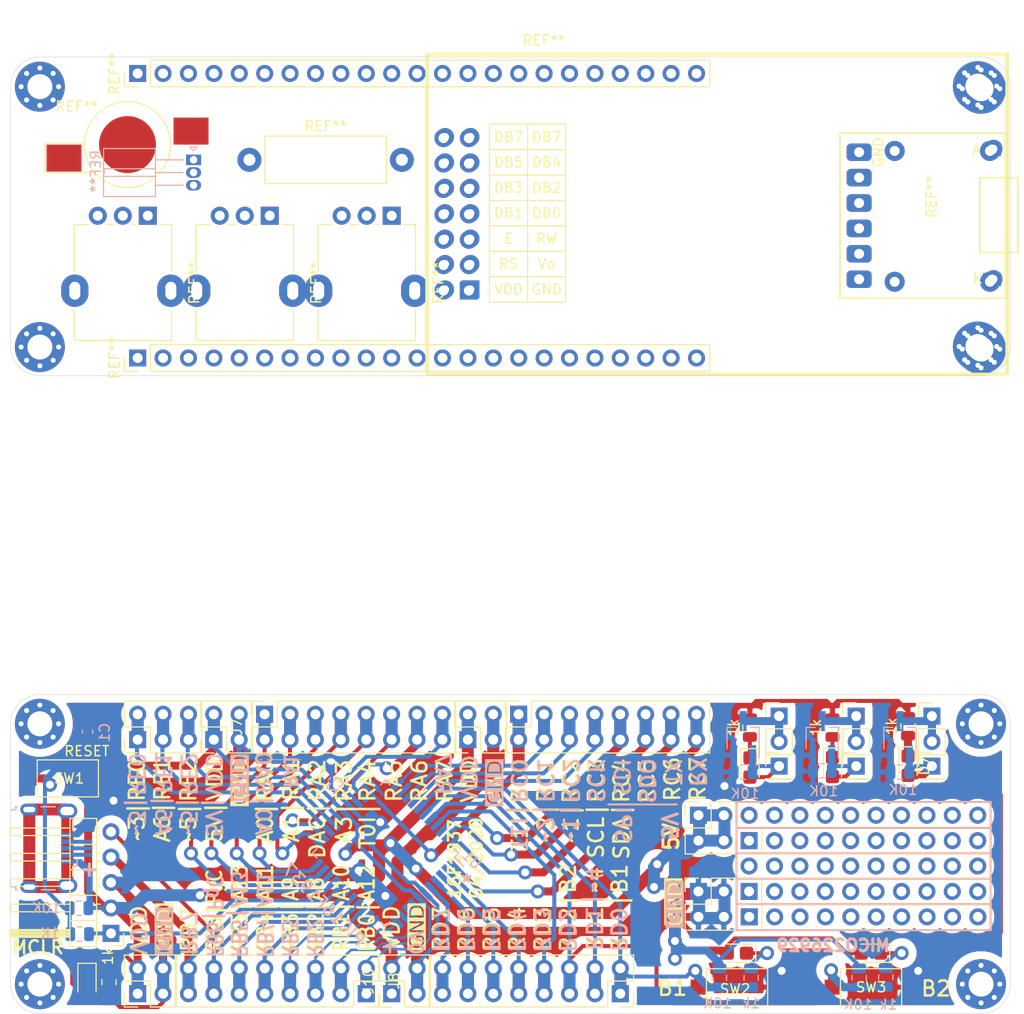
<source format=kicad_pcb>
(kicad_pcb (version 20171130) (host pcbnew "(5.1.5)-2")
  (layers (0 F.Cu signal) (31 B.Cu signal) (34 B.Paste user) (35 F.Paste user) (36 B.SilkS user) (37 F.SilkS user) (38 B.Mask user) (39 F.Mask user) (44 Edge.Cuts user))
  (net 0 "")
  (net 1 "Net-(C1-Pad1)")
  (net 2 GND)
  (net 3 VDD)
  (net 4 "Net-(U1-Pad12)")
  (net 5 "Net-(U1-Pad13)")
  (net 6 "Net-(U1-Pad33)")
  (net 7 "Net-(U1-Pad34)")
  (net 8 "Net-(J1-Pad1)")
  (net 9 "Net-(J2-Pad1)")
  (net 10 "Net-(J3-Pad1)")
  (net 11 "Net-(J4-Pad1)")
  (net 12 /RC0)
  (net 13 /RC1)
  (net 14 /RC2)
  (net 15 /RC3)
  (net 16 /RC4)
  (net 17 /RC5)
  (net 18 /RC6)
  (net 19 /RC7)
  (net 20 /RD0)
  (net 21 /RD1)
  (net 22 /RD2)
  (net 23 /RD3)
  (net 24 /RD4)
  (net 25 /RD5)
  (net 26 /RD6)
  (net 27 /RD7)
  (net 28 /RA0)
  (net 29 /RA1)
  (net 30 /RA2)
  (net 31 /RA3)
  (net 32 /RA4)
  (net 33 /RA5)
  (net 34 /RA6)
  (net 35 /RA7)
  (net 36 /RB0)
  (net 37 /RB1)
  (net 38 /RB2)
  (net 39 /RB3)
  (net 40 /RB4)
  (net 41 /RB5)
  (net 42 /RB6)
  (net 43 /RB7)
  (net 44 /~MCLR~)
  (net 45 /RE0)
  (net 46 /RE1)
  (net 47 /RE2)
  (net 48 "Net-(D1-Pad1)")
  (net 49 "Net-(D2-Pad1)")
  (net 50 "Net-(D3-Pad1)")
  (net 51 "Net-(J15-Pad1)")
  (net 52 "Net-(J18-Pad1)")
  (net 53 "Net-(J20-Pad1)")
  (net 54 "Net-(J21-Pad20)")
  (net 55 "Net-(J21-Pad19)")
  (net 56 "Net-(J21-Pad18)")
  (net 57 "Net-(J21-Pad17)")
  (net 58 "Net-(J21-Pad16)")
  (net 59 "Net-(J21-Pad15)")
  (net 60 "Net-(J21-Pad14)")
  (net 61 "Net-(J21-Pad13)")
  (net 62 "Net-(J21-Pad12)")
  (net 63 "Net-(J21-Pad11)")
  (net 64 "Net-(J21-Pad10)")
  (net 65 "Net-(J21-Pad9)")
  (net 66 "Net-(J21-Pad8)")
  (net 67 "Net-(J21-Pad7)")
  (net 68 "Net-(J21-Pad6)")
  (net 69 "Net-(J21-Pad5)")
  (net 70 "Net-(J21-Pad4)")
  (net 71 "Net-(J21-Pad3)")
  (net 72 "Net-(J21-Pad2)")
  (net 73 "Net-(J21-Pad1)")
  (net 74 "Net-(J22-Pad1)")
  (net 75 "Net-(J22-Pad2)")
  (net 76 "Net-(J22-Pad3)")
  (net 77 "Net-(J22-Pad4)")
  (net 78 "Net-(J22-Pad5)")
  (net 79 "Net-(J22-Pad6)")
  (net 80 "Net-(J22-Pad7)")
  (net 81 "Net-(J22-Pad8)")
  (net 82 "Net-(J22-Pad9)")
  (net 83 "Net-(J22-Pad10)")
  (net 84 "Net-(J22-Pad11)")
  (net 85 "Net-(J22-Pad12)")
  (net 86 "Net-(J22-Pad13)")
  (net 87 "Net-(J22-Pad14)")
  (net 88 "Net-(J22-Pad15)")
  (net 89 "Net-(J22-Pad16)")
  (net 90 "Net-(J22-Pad17)")
  (net 91 "Net-(J22-Pad18)")
  (net 92 "Net-(J22-Pad19)")
  (net 93 "Net-(J22-Pad20)")
  (net 94 "Net-(D5-Pad1)")
  (net 95 "Net-(D5-Pad2)")
  (net 96 "Net-(D6-Pad2)")
  (net 97 "Net-(D6-Pad1)")
  (net 98 "Net-(J23-Pad1)")
  (net 99 "Net-(J23-Pad2)")
  (net 100 "Net-(J23-Pad3)")
  (net 101 "Net-(J23-Pad4)")
  (net 102 "Net-(J23-Pad5)")
  (net 103 "Net-(J23-Pad6)")
  (net 104 "Net-(J23-Pad7)")
  (net 105 "Net-(J23-Pad8)")
  (net 106 "Net-(J23-Pad9)")
  (net 107 "Net-(J23-Pad10)")
  (net 108 "Net-(D7-Pad1)")
  (net 109 "Net-(D7-Pad2)")
  (net 110 "Net-(J24-Pad2)")
  (net 111 "Net-(J24-Pad3)")
  (net 112 "Net-(J24-Pad4)")
  (net 113 "Net-(J24-Pad6)")
  (module Triet_KiCAD_footprint_v1:LCD_0802 (layer F.Cu) (at 183.261 33.274)
    (fp_text reference REF** (at 12.4079 -2.032) (layer F.SilkS))
    (fp_text value LCD_0802)
    (fp_text user DB7 (at 8.89 7.62) (layer F.SilkS))
    (fp_text user DB5 (at 8.89 10.16) (layer F.SilkS))
    (fp_text user DB3 (at 8.89 12.7) (layer F.SilkS))
    (fp_text user DB1 (at 8.89 15.24) (layer F.SilkS))
    (fp_text user E (at 8.89 17.78) (layer F.SilkS))
    (fp_text user RS (at 8.89 20.32) (layer F.SilkS))
    (fp_text user DB7 (at 12.7 7.62) (layer F.SilkS))
    (fp_text user DB4 (at 12.7 10.16) (layer F.SilkS))
    (fp_text user DB2 (at 12.7 12.7) (layer F.SilkS))
    (fp_text user DB0 (at 12.7 15.24) (layer F.SilkS))
    (fp_text user RW (at 12.7 17.78) (layer F.SilkS))
    (fp_text user Vo (at 12.7 20.32) (layer F.SilkS))
    (fp_text user VDD (at 8.89 22.86) (layer F.SilkS))
    (fp_text user GND (at 12.7 22.86) (layer F.SilkS))
    (fp_text user K (at 55.8038 21.7805) (layer F.SilkS))
    (fp_text user A (at 55.6641 8.8773) (layer F.SilkS))
    (pad 16 thru_hole circle (at 57.3786 21.8313) (size 1.8 1.8) (drill 0.8) (layers *.Cu *.Mask))
    (pad 15 thru_hole circle (at 57.3786 8.8011) (size 1.8 1.8) (drill 0.8) (layers *.Cu *.Mask))
    (pad 14 thru_hole circle (at 2.54 7.62) (size 1.8 1.8) (drill 0.8) (layers *.Cu *.Mask))
    (pad 13 thru_hole circle (at 5.08 7.62) (size 1.8 1.8) (drill 0.8) (layers *.Cu *.Mask))
    (pad 12 thru_hole circle (at 2.54 10.16) (size 1.8 1.8) (drill 0.8) (layers *.Cu *.Mask))
    (pad 11 thru_hole circle (at 5.08 10.16) (size 1.8 1.8) (drill 0.8) (layers *.Cu *.Mask))
    (pad 10 thru_hole circle (at 2.54 12.7) (size 1.8 1.8) (drill 0.8) (layers *.Cu *.Mask))
    (pad 9 thru_hole circle (at 5.08 12.7) (size 1.8 1.8) (drill 0.8) (layers *.Cu *.Mask))
    (pad 8 thru_hole circle (at 2.54 15.24) (size 1.8 1.8) (drill 0.8) (layers *.Cu *.Mask))
    (pad 7 thru_hole circle (at 5.08 15.24) (size 1.8 1.8) (drill 0.8) (layers *.Cu *.Mask))
    (pad 6 thru_hole circle (at 2.54 17.78) (size 1.8 1.8) (drill 0.8) (layers *.Cu *.Mask))
    (pad 5 thru_hole circle (at 5.08 17.78) (size 1.8 1.8) (drill 0.8) (layers *.Cu *.Mask))
    (pad 4 thru_hole circle (at 2.54 20.32) (size 1.8 1.8) (drill 0.8) (layers *.Cu *.Mask))
    (pad 3 thru_hole circle (at 5.08 20.32) (size 1.8 1.8) (drill 0.8) (layers *.Cu *.Mask))
    (pad 2 thru_hole circle (at 2.54 22.86) (size 1.8 1.8) (drill 0.8) (layers *.Cu *.Mask))
    (pad 1 thru_hole rect (at 5.08 22.86) (size 1.8 1.8) (drill 0.8) (layers *.Cu *.Mask))
  )
  (module Connector_PinHeader_2.54mm:PinHeader_1x23_P2.54mm_Vertical (layer F.Cu) (at 155.067 62.992 90)
    (fp_text reference REF** (at 0 -2.33 90) (layer F.SilkS))
    (fp_text value PinHeader_1x23_P2.54mm_Vertical)
    (pad 1 thru_hole rect (at 0 0 90) (size 1.7 1.7) (drill 1) (layers *.Cu *.Mask))
    (pad 2 thru_hole oval (at 0 2.54 90) (size 1.7 1.7) (drill 1) (layers *.Cu *.Mask))
    (pad 3 thru_hole oval (at 0 5.08 90) (size 1.7 1.7) (drill 1) (layers *.Cu *.Mask))
    (pad 4 thru_hole oval (at 0 7.62 90) (size 1.7 1.7) (drill 1) (layers *.Cu *.Mask))
    (pad 5 thru_hole oval (at 0 10.16 90) (size 1.7 1.7) (drill 1) (layers *.Cu *.Mask))
    (pad 6 thru_hole oval (at 0 12.7 90) (size 1.7 1.7) (drill 1) (layers *.Cu *.Mask))
    (pad 7 thru_hole oval (at 0 15.24 90) (size 1.7 1.7) (drill 1) (layers *.Cu *.Mask))
    (pad 8 thru_hole oval (at 0 17.78 90) (size 1.7 1.7) (drill 1) (layers *.Cu *.Mask))
    (pad 9 thru_hole oval (at 0 20.32 90) (size 1.7 1.7) (drill 1) (layers *.Cu *.Mask))
    (pad 10 thru_hole oval (at 0 22.86 90) (size 1.7 1.7) (drill 1) (layers *.Cu *.Mask))
    (pad 11 thru_hole oval (at 0 25.4 90) (size 1.7 1.7) (drill 1) (layers *.Cu *.Mask))
    (pad 12 thru_hole oval (at 0 27.94 90) (size 1.7 1.7) (drill 1) (layers *.Cu *.Mask))
    (pad 13 thru_hole oval (at 0 30.48 90) (size 1.7 1.7) (drill 1) (layers *.Cu *.Mask))
    (pad 14 thru_hole oval (at 0 33.02 90) (size 1.7 1.7) (drill 1) (layers *.Cu *.Mask))
    (pad 15 thru_hole oval (at 0 35.56 90) (size 1.7 1.7) (drill 1) (layers *.Cu *.Mask))
    (pad 16 thru_hole oval (at 0 38.1 90) (size 1.7 1.7) (drill 1) (layers *.Cu *.Mask))
    (pad 17 thru_hole oval (at 0 40.64 90) (size 1.7 1.7) (drill 1) (layers *.Cu *.Mask))
    (pad 18 thru_hole oval (at 0 43.18 90) (size 1.7 1.7) (drill 1) (layers *.Cu *.Mask))
    (pad 19 thru_hole oval (at 0 45.72 90) (size 1.7 1.7) (drill 1) (layers *.Cu *.Mask))
    (pad 20 thru_hole oval (at 0 48.26 90) (size 1.7 1.7) (drill 1) (layers *.Cu *.Mask))
    (pad 21 thru_hole oval (at 0 50.8 90) (size 1.7 1.7) (drill 1) (layers *.Cu *.Mask))
    (pad 22 thru_hole oval (at 0 53.34 90) (size 1.7 1.7) (drill 1) (layers *.Cu *.Mask))
    (pad 23 thru_hole oval (at 0 55.88 90) (size 1.7 1.7) (drill 1) (layers *.Cu *.Mask))
  )
  (module Resistor_THT:R_Axial_DIN0414_L11.9mm_D4.5mm_P15.24mm_Horizontal (layer F.Cu) (at 166.243 43.18)
    (fp_text reference REF** (at 7.62 -3.37) (layer F.SilkS))
    (fp_text value R_Axial_DIN0414_L11.9mm_D4.5mm_P15.24mm_Horizontal)
    (pad 2 thru_hole oval (at 15.24 0) (size 2.4 2.4) (drill 1.2) (layers *.Cu *.Mask))
    (pad 1 thru_hole circle (at 0 0) (size 2.4 2.4) (drill 1.2) (layers *.Cu *.Mask))
  )
  (module Potentiometer_THT:Potentiometer_Alpha_RD901F-40-00D_Single_Vertical (layer F.Cu) (at 156.083 48.768 270)
    (fp_text reference REF** (at 6.71 -4.64 270) (layer F.SilkS))
    (fp_text value Potentiometer_Alpha_RD901F-40-00D_Single_Vertical)
    (pad 1 thru_hole rect (at 0 0) (size 1.8 1.8) (drill 1) (layers *.Cu *.Mask))
    (pad 2 thru_hole circle (at 0 2.5) (size 1.8 1.8) (drill 1) (layers *.Cu *.Mask))
    (pad 3 thru_hole circle (at 0 5) (size 1.8 1.8) (drill 1) (layers *.Cu *.Mask))
    (pad "" thru_hole oval (at 7.5 7.3) (size 2.72 3.24) (drill oval 1.1 1.8) (layers *.Cu *.Mask))
    (pad "" thru_hole oval (at 7.5 -2.3) (size 2.72 3.24) (drill oval 1.1 1.8) (layers *.Cu *.Mask))
  )
  (module LED_SMD:LED_1W_3W_R8 (layer F.Cu) (at 154.051 41.656)
    (fp_text reference REF** (at -5.08 -3.81) (layer F.SilkS))
    (fp_text value LED_1W_3W_R8)
    (pad 3 smd circle (at 0 0) (size 5.7 5.7) (layers F.Cu F.Paste F.Mask))
    (pad 1 smd rect (at -6.35 1.35) (size 3.5 2.7) (layers F.Cu F.Paste F.Mask))
    (pad 2 smd rect (at 6.35 -1.35) (size 3.5 2.7) (layers F.Cu F.Paste F.Mask))
  )
  (module Potentiometer_THT:Potentiometer_Alpha_RD901F-40-00D_Single_Vertical (layer F.Cu) (at 180.467 48.768 270)
    (fp_text reference REF** (at 6.71 -4.64 270) (layer F.SilkS))
    (fp_text value Potentiometer_Alpha_RD901F-40-00D_Single_Vertical)
    (pad 1 thru_hole rect (at 0 0) (size 1.8 1.8) (drill 1) (layers *.Cu *.Mask))
    (pad 2 thru_hole circle (at 0 2.5) (size 1.8 1.8) (drill 1) (layers *.Cu *.Mask))
    (pad 3 thru_hole circle (at 0 5) (size 1.8 1.8) (drill 1) (layers *.Cu *.Mask))
    (pad "" thru_hole oval (at 7.5 7.3) (size 2.72 3.24) (drill oval 1.1 1.8) (layers *.Cu *.Mask))
    (pad "" thru_hole oval (at 7.5 -2.3) (size 2.72 3.24) (drill oval 1.1 1.8) (layers *.Cu *.Mask))
  )
  (module MountingHole:MountingHole_2.5mm_Pad_Via (layer F.Cu) (at 145.288 35.8648)
    (fp_text reference J1 hide)
    (fp_text value "Mounting hole M3" hide)
    (pad 1 thru_hole circle (at 0 0) (size 5 5) (drill 2.5) (layers *.Cu *.Mask) (net 8 "Net-(J1-Pad1)"))
    (pad 1 thru_hole circle (at 1.875 0) (size 0.8 0.8) (drill 0.5) (layers *.Cu *.Mask) (net 8 "Net-(J1-Pad1)"))
    (pad 1 thru_hole circle (at 1.325825 1.325825) (size 0.8 0.8) (drill 0.5) (layers *.Cu *.Mask) (net 8 "Net-(J1-Pad1)"))
    (pad 1 thru_hole circle (at 0 1.875) (size 0.8 0.8) (drill 0.5) (layers *.Cu *.Mask) (net 8 "Net-(J1-Pad1)"))
    (pad 1 thru_hole circle (at -1.325825 1.325825) (size 0.8 0.8) (drill 0.5) (layers *.Cu *.Mask) (net 8 "Net-(J1-Pad1)"))
    (pad 1 thru_hole circle (at -1.875 0) (size 0.8 0.8) (drill 0.5) (layers *.Cu *.Mask) (net 8 "Net-(J1-Pad1)"))
    (pad 1 thru_hole circle (at -1.325825 -1.325825) (size 0.8 0.8) (drill 0.5) (layers *.Cu *.Mask) (net 8 "Net-(J1-Pad1)"))
    (pad 1 thru_hole circle (at 0 -1.875) (size 0.8 0.8) (drill 0.5) (layers *.Cu *.Mask) (net 8 "Net-(J1-Pad1)"))
    (pad 1 thru_hole circle (at 1.325825 -1.325825) (size 0.8 0.8) (drill 0.5) (layers *.Cu *.Mask) (net 8 "Net-(J1-Pad1)"))
  )
  (module MountingHole:MountingHole_2.5mm_Pad_Via (layer F.Cu) (at 145.288 61.8998)
    (fp_text reference J2 hide)
    (fp_text value "Mounting hole M3" hide)
    (pad 1 thru_hole circle (at 1.325825 -1.325825) (size 0.8 0.8) (drill 0.5) (layers *.Cu *.Mask) (net 9 "Net-(J2-Pad1)"))
    (pad 1 thru_hole circle (at 0 -1.875) (size 0.8 0.8) (drill 0.5) (layers *.Cu *.Mask) (net 9 "Net-(J2-Pad1)"))
    (pad 1 thru_hole circle (at -1.325825 -1.325825) (size 0.8 0.8) (drill 0.5) (layers *.Cu *.Mask) (net 9 "Net-(J2-Pad1)"))
    (pad 1 thru_hole circle (at -1.875 0) (size 0.8 0.8) (drill 0.5) (layers *.Cu *.Mask) (net 9 "Net-(J2-Pad1)"))
    (pad 1 thru_hole circle (at -1.325825 1.325825) (size 0.8 0.8) (drill 0.5) (layers *.Cu *.Mask) (net 9 "Net-(J2-Pad1)"))
    (pad 1 thru_hole circle (at 0 1.875) (size 0.8 0.8) (drill 0.5) (layers *.Cu *.Mask) (net 9 "Net-(J2-Pad1)"))
    (pad 1 thru_hole circle (at 1.325825 1.325825) (size 0.8 0.8) (drill 0.5) (layers *.Cu *.Mask) (net 9 "Net-(J2-Pad1)"))
    (pad 1 thru_hole circle (at 1.875 0) (size 0.8 0.8) (drill 0.5) (layers *.Cu *.Mask) (net 9 "Net-(J2-Pad1)"))
    (pad 1 thru_hole circle (at 0 0) (size 5 5) (drill 2.5) (layers *.Cu *.Mask) (net 9 "Net-(J2-Pad1)"))
  )
  (module MountingHole:MountingHole_2.5mm_Pad_Via (layer F.Cu) (at 239.395 36.068)
    (fp_text reference J3 hide)
    (fp_text value "Mounting hole M3" hide)
    (pad 1 thru_hole circle (at 1.325825 -1.325825) (size 0.8 0.8) (drill 0.5) (layers *.Cu *.Mask) (net 10 "Net-(J3-Pad1)"))
    (pad 1 thru_hole circle (at 0 -1.875) (size 0.8 0.8) (drill 0.5) (layers *.Cu *.Mask) (net 10 "Net-(J3-Pad1)"))
    (pad 1 thru_hole circle (at -1.325825 -1.325825) (size 0.8 0.8) (drill 0.5) (layers *.Cu *.Mask) (net 10 "Net-(J3-Pad1)"))
    (pad 1 thru_hole circle (at -1.875 0) (size 0.8 0.8) (drill 0.5) (layers *.Cu *.Mask) (net 10 "Net-(J3-Pad1)"))
    (pad 1 thru_hole circle (at -1.325825 1.325825) (size 0.8 0.8) (drill 0.5) (layers *.Cu *.Mask) (net 10 "Net-(J3-Pad1)"))
    (pad 1 thru_hole circle (at 0 1.875) (size 0.8 0.8) (drill 0.5) (layers *.Cu *.Mask) (net 10 "Net-(J3-Pad1)"))
    (pad 1 thru_hole circle (at 1.325825 1.325825) (size 0.8 0.8) (drill 0.5) (layers *.Cu *.Mask) (net 10 "Net-(J3-Pad1)"))
    (pad 1 thru_hole circle (at 1.875 0) (size 0.8 0.8) (drill 0.5) (layers *.Cu *.Mask) (net 10 "Net-(J3-Pad1)"))
    (pad 1 thru_hole circle (at 0 0) (size 5 5) (drill 2.5) (layers *.Cu *.Mask) (net 10 "Net-(J3-Pad1)"))
  )
  (module MountingHole:MountingHole_2.5mm_Pad_Via (layer F.Cu) (at 239.395 62.103)
    (fp_text reference J4 hide)
    (fp_text value "Mounting hole M3" hide)
    (pad 1 thru_hole circle (at 0 0) (size 5 5) (drill 2.5) (layers *.Cu *.Mask) (net 11 "Net-(J4-Pad1)"))
    (pad 1 thru_hole circle (at 1.875 0) (size 0.8 0.8) (drill 0.5) (layers *.Cu *.Mask) (net 11 "Net-(J4-Pad1)"))
    (pad 1 thru_hole circle (at 1.325825 1.325825) (size 0.8 0.8) (drill 0.5) (layers *.Cu *.Mask) (net 11 "Net-(J4-Pad1)"))
    (pad 1 thru_hole circle (at 0 1.875) (size 0.8 0.8) (drill 0.5) (layers *.Cu *.Mask) (net 11 "Net-(J4-Pad1)"))
    (pad 1 thru_hole circle (at -1.325825 1.325825) (size 0.8 0.8) (drill 0.5) (layers *.Cu *.Mask) (net 11 "Net-(J4-Pad1)"))
    (pad 1 thru_hole circle (at -1.875 0) (size 0.8 0.8) (drill 0.5) (layers *.Cu *.Mask) (net 11 "Net-(J4-Pad1)"))
    (pad 1 thru_hole circle (at -1.325825 -1.325825) (size 0.8 0.8) (drill 0.5) (layers *.Cu *.Mask) (net 11 "Net-(J4-Pad1)"))
    (pad 1 thru_hole circle (at 0 -1.875) (size 0.8 0.8) (drill 0.5) (layers *.Cu *.Mask) (net 11 "Net-(J4-Pad1)"))
    (pad 1 thru_hole circle (at 1.325825 -1.325825) (size 0.8 0.8) (drill 0.5) (layers *.Cu *.Mask) (net 11 "Net-(J4-Pad1)"))
  )
  (module Connector_PinHeader_2.54mm:PinHeader_1x23_P2.54mm_Vertical (layer F.Cu) (at 155.067 34.544 90)
    (fp_text reference REF** (at 0 -2.33 90) (layer F.SilkS))
    (fp_text value PinHeader_1x23_P2.54mm_Vertical)
    (pad 23 thru_hole oval (at 0 55.88 90) (size 1.7 1.7) (drill 1) (layers *.Cu *.Mask))
    (pad 22 thru_hole oval (at 0 53.34 90) (size 1.7 1.7) (drill 1) (layers *.Cu *.Mask))
    (pad 21 thru_hole oval (at 0 50.8 90) (size 1.7 1.7) (drill 1) (layers *.Cu *.Mask))
    (pad 20 thru_hole oval (at 0 48.26 90) (size 1.7 1.7) (drill 1) (layers *.Cu *.Mask))
    (pad 19 thru_hole oval (at 0 45.72 90) (size 1.7 1.7) (drill 1) (layers *.Cu *.Mask))
    (pad 18 thru_hole oval (at 0 43.18 90) (size 1.7 1.7) (drill 1) (layers *.Cu *.Mask))
    (pad 17 thru_hole oval (at 0 40.64 90) (size 1.7 1.7) (drill 1) (layers *.Cu *.Mask))
    (pad 16 thru_hole oval (at 0 38.1 90) (size 1.7 1.7) (drill 1) (layers *.Cu *.Mask))
    (pad 15 thru_hole oval (at 0 35.56 90) (size 1.7 1.7) (drill 1) (layers *.Cu *.Mask))
    (pad 14 thru_hole oval (at 0 33.02 90) (size 1.7 1.7) (drill 1) (layers *.Cu *.Mask))
    (pad 13 thru_hole oval (at 0 30.48 90) (size 1.7 1.7) (drill 1) (layers *.Cu *.Mask))
    (pad 12 thru_hole oval (at 0 27.94 90) (size 1.7 1.7) (drill 1) (layers *.Cu *.Mask))
    (pad 11 thru_hole oval (at 0 25.4 90) (size 1.7 1.7) (drill 1) (layers *.Cu *.Mask))
    (pad 10 thru_hole oval (at 0 22.86 90) (size 1.7 1.7) (drill 1) (layers *.Cu *.Mask))
    (pad 9 thru_hole oval (at 0 20.32 90) (size 1.7 1.7) (drill 1) (layers *.Cu *.Mask))
    (pad 8 thru_hole oval (at 0 17.78 90) (size 1.7 1.7) (drill 1) (layers *.Cu *.Mask))
    (pad 7 thru_hole oval (at 0 15.24 90) (size 1.7 1.7) (drill 1) (layers *.Cu *.Mask))
    (pad 6 thru_hole oval (at 0 12.7 90) (size 1.7 1.7) (drill 1) (layers *.Cu *.Mask))
    (pad 5 thru_hole oval (at 0 10.16 90) (size 1.7 1.7) (drill 1) (layers *.Cu *.Mask))
    (pad 4 thru_hole oval (at 0 7.62 90) (size 1.7 1.7) (drill 1) (layers *.Cu *.Mask))
    (pad 3 thru_hole oval (at 0 5.08 90) (size 1.7 1.7) (drill 1) (layers *.Cu *.Mask))
    (pad 2 thru_hole oval (at 0 2.54 90) (size 1.7 1.7) (drill 1) (layers *.Cu *.Mask))
    (pad 1 thru_hole rect (at 0 0 90) (size 1.7 1.7) (drill 1) (layers *.Cu *.Mask))
  )
  (module Package_TO_SOT_THT:TO-92_Inline_W4.0mm_Horizontal_FlatSideUp (layer B.Cu) (at 160.655 43.18 270)
    (fp_text reference REF** (at 1.143 9.779 270) (layer B.SilkS) (effects (justify mirror)))
    (fp_text value TO-92_Inline_W4.0mm_Horizontal_FlatSideUp)
    (pad 1 thru_hole rect (at 0 0 270) (size 1.05 1.5) (drill 0.75) (layers *.Cu *.Mask))
    (pad 3 thru_hole oval (at 2.54 0 270) (size 1.05 1.5) (drill 0.75) (layers *.Cu *.Mask))
    (pad 2 thru_hole oval (at 1.27 0 270) (size 1.05 1.5) (drill 0.75) (layers *.Cu *.Mask))
  )
  (module Potentiometer_THT:Potentiometer_Alpha_RD901F-40-00D_Single_Vertical (layer F.Cu) (at 168.275 48.768 270)
    (fp_text reference REF** (at 6.71 -4.64 270) (layer F.SilkS))
    (fp_text value Potentiometer_Alpha_RD901F-40-00D_Single_Vertical)
    (pad "" thru_hole oval (at 7.5 -2.3) (size 2.72 3.24) (drill oval 1.1 1.8) (layers *.Cu *.Mask))
    (pad "" thru_hole oval (at 7.5 7.3) (size 2.72 3.24) (drill oval 1.1 1.8) (layers *.Cu *.Mask))
    (pad 3 thru_hole circle (at 0 5) (size 1.8 1.8) (drill 1) (layers *.Cu *.Mask))
    (pad 2 thru_hole circle (at 0 2.5) (size 1.8 1.8) (drill 1) (layers *.Cu *.Mask))
    (pad 1 thru_hole rect (at 0 0) (size 1.8 1.8) (drill 1) (layers *.Cu *.Mask))
  )
  (module "KICAD_Library1_Triet:Module CH340E mini" (layer F.Cu) (at 227.203 48.768 270)
    (fp_text reference REF** (at -1.905 -7.239 90) (layer F.SilkS))
    (fp_text value "Module CH340E mini")
    (fp_text user GND (at -6.35 -1.905 270) (layer F.SilkS))
    (pad 6 thru_hole roundrect (at 6.35 0 270) (size 1.75 2.5) (drill 1) (layers *.Cu *.Mask))
    (pad 5 thru_hole roundrect (at 3.81 0 270) (size 1.75 2.5) (drill 1) (layers *.Cu *.Mask))
    (pad 4 thru_hole roundrect (at 1.27 0 270) (size 1.75 2.5) (drill 1) (layers *.Cu *.Mask))
    (pad 3 thru_hole roundrect (at -1.27 0 270) (size 1.75 2.5) (drill 1) (layers *.Cu *.Mask))
    (pad 2 thru_hole roundrect (at -3.81 0 270) (size 1.75 2.5) (drill 1) (layers *.Cu *.Mask))
    (pad 0 thru_hole circle (at -6.477 -3.556) (size 2 2) (drill 1) (layers *.Cu *.Mask))
    (pad 0 thru_hole circle (at 6.604 -3.556) (size 2 2) (drill 1) (layers *.Cu *.Mask))
    (pad 0 thru_hole circle (at -6.477 -13.081) (size 2 2) (drill 1) (layers *.Cu *.Mask))
    (pad 0 thru_hole circle (at 6.604 -13.081) (size 2 2) (drill 1) (layers *.Cu *.Mask))
    (pad 1 thru_hole roundrect (at -6.35 0 270) (size 1.75 2.5) (drill 1) (layers *.Cu *.Mask))
  )
  (module MountingHole:MountingHole_2.5mm_Pad_Via (layer F.Cu) (at 239.0775 61.849)
    (fp_text reference J4 hide)
    (fp_text value "Mounting hole M3" hide)
    (pad 1 thru_hole circle (at 0 0) (size 5 5) (drill 2.5) (layers *.Cu *.Mask) (net 11 "Net-(J4-Pad1)"))
    (pad 1 thru_hole circle (at 1.875 0) (size 0.8 0.8) (drill 0.5) (layers *.Cu *.Mask) (net 11 "Net-(J4-Pad1)"))
    (pad 1 thru_hole circle (at 1.325825 1.325825) (size 0.8 0.8) (drill 0.5) (layers *.Cu *.Mask) (net 11 "Net-(J4-Pad1)"))
    (pad 1 thru_hole circle (at 0 1.875) (size 0.8 0.8) (drill 0.5) (layers *.Cu *.Mask) (net 11 "Net-(J4-Pad1)"))
    (pad 1 thru_hole circle (at -1.325825 1.325825) (size 0.8 0.8) (drill 0.5) (layers *.Cu *.Mask) (net 11 "Net-(J4-Pad1)"))
    (pad 1 thru_hole circle (at -1.875 0) (size 0.8 0.8) (drill 0.5) (layers *.Cu *.Mask) (net 11 "Net-(J4-Pad1)"))
    (pad 1 thru_hole circle (at -1.325825 -1.325825) (size 0.8 0.8) (drill 0.5) (layers *.Cu *.Mask) (net 11 "Net-(J4-Pad1)"))
    (pad 1 thru_hole circle (at 0 -1.875) (size 0.8 0.8) (drill 0.5) (layers *.Cu *.Mask) (net 11 "Net-(J4-Pad1)"))
    (pad 1 thru_hole circle (at 1.325825 -1.325825) (size 0.8 0.8) (drill 0.5) (layers *.Cu *.Mask) (net 11 "Net-(J4-Pad1)"))
  )
  (module MountingHole:MountingHole_2.5mm_Pad_Via (layer F.Cu) (at 239.0775 35.814)
    (fp_text reference J3 hide)
    (fp_text value "Mounting hole M3" hide)
    (pad 1 thru_hole circle (at 1.325825 -1.325825) (size 0.8 0.8) (drill 0.5) (layers *.Cu *.Mask) (net 10 "Net-(J3-Pad1)"))
    (pad 1 thru_hole circle (at 0 -1.875) (size 0.8 0.8) (drill 0.5) (layers *.Cu *.Mask) (net 10 "Net-(J3-Pad1)"))
    (pad 1 thru_hole circle (at -1.325825 -1.325825) (size 0.8 0.8) (drill 0.5) (layers *.Cu *.Mask) (net 10 "Net-(J3-Pad1)"))
    (pad 1 thru_hole circle (at -1.875 0) (size 0.8 0.8) (drill 0.5) (layers *.Cu *.Mask) (net 10 "Net-(J3-Pad1)"))
    (pad 1 thru_hole circle (at -1.325825 1.325825) (size 0.8 0.8) (drill 0.5) (layers *.Cu *.Mask) (net 10 "Net-(J3-Pad1)"))
    (pad 1 thru_hole circle (at 0 1.875) (size 0.8 0.8) (drill 0.5) (layers *.Cu *.Mask) (net 10 "Net-(J3-Pad1)"))
    (pad 1 thru_hole circle (at 1.325825 1.325825) (size 0.8 0.8) (drill 0.5) (layers *.Cu *.Mask) (net 10 "Net-(J3-Pad1)"))
    (pad 1 thru_hole circle (at 1.875 0) (size 0.8 0.8) (drill 0.5) (layers *.Cu *.Mask) (net 10 "Net-(J3-Pad1)"))
    (pad 1 thru_hole circle (at 0 0) (size 5 5) (drill 2.5) (layers *.Cu *.Mask) (net 10 "Net-(J3-Pad1)"))
  )
  (module AutoGenerated:Pad_1.80mm (layer F.Cu) (at 240.4868 55.1503)
    (fp_text reference "" (at 0 0) (layer F.SilkS) (effects (font (size 1.27 1.27))))
    (fp_text value "" (at 0 0) (layer F.SilkS) (effects (font (size 1.27 1.27))))
    (pad K thru_hole rect (at 0 0) (size 1.8 1.3) (drill 1) (layers *.Cu *.Paste *.Mask))
  )
  (module AutoGenerated:Pad_1.80mm (layer F.Cu) (at 240.4868 42.1503)
    (fp_text reference "" (at 0 0) (layer F.SilkS) (effects (font (size 1.27 1.27))))
    (fp_text value "" (at 0 0) (layer F.SilkS) (effects (font (size 1.27 1.27))))
    (pad A thru_hole rect (at 0 0) (size 1.8 1.3) (drill 1) (layers *.Cu *.Paste *.Mask))
  )
  (module AutoGenerated:Pad_1.80mm (layer F.Cu) (at 188.1818 56.2513)
    (fp_text reference "" (at 0 0) (layer F.SilkS) (effects (font (size 1.27 1.27))))
    (fp_text value "" (at 0 0) (layer F.SilkS) (effects (font (size 1.27 1.27))))
    (pad 1 thru_hole rect (at 0 0) (size 1.8 1.8) (drill 1) (layers *.Cu *.Paste *.Mask))
  )
  (module "" (layer B.Cu) (at 207.8355 119.9515 90)
    (fp_text reference "" (at 0 0 270) (layer B.SilkS) (effects (font (size 1.27 1.27)) (justify mirror)))
    (fp_text value "" (at 0 0 270) (layer B.SilkS) (effects (font (size 1.27 1.27)) (justify mirror)))
  )
  (module "" (layer B.Cu) (at 156.7815 122.6185 90)
    (fp_text reference "" (at 0 0 270) (layer B.SilkS) (effects (font (size 1.27 1.27)) (justify mirror)))
    (fp_text value "" (at 0 0 270) (layer B.SilkS) (effects (font (size 1.27 1.27)) (justify mirror)))
  )
  (module "" (layer B.Cu) (at 164.338 107.315 90)
    (fp_text reference "" (at 0 0 270) (layer B.SilkS) (effects (font (size 1.27 1.27)) (justify mirror)))
    (fp_text value "" (at 0 0 270) (layer B.SilkS) (effects (font (size 1.27 1.27)) (justify mirror)))
  )
  (module "" (layer B.Cu) (at 189.8015 107.823 90)
    (fp_text reference "" (at 0 0 270) (layer B.SilkS) (effects (font (size 1.27 1.27)) (justify mirror)))
    (fp_text value "" (at 0 0 270) (layer B.SilkS) (effects (font (size 1.27 1.27)) (justify mirror)))
  )
  (module "" (layer F.Cu) (at 209.55 119.6975 90)
    (fp_text reference "" (at 0 0 90) (layer F.SilkS) (effects (font (size 1.27 1.27))))
    (fp_text value "" (at 0 0 90) (layer F.SilkS) (effects (font (size 1.27 1.27))))
  )
  (module "" (layer F.Cu) (at 183.876 122.2 90)
    (fp_text reference "" (at 0 0 90) (layer F.SilkS) (effects (font (size 1.27 1.27))))
    (fp_text value "" (at 0 0 90) (layer F.SilkS) (effects (font (size 1.27 1.27))))
  )
  (module "" (layer F.Cu) (at 158.6 122.2 90)
    (fp_text reference "" (at 0 0 90) (layer F.SilkS) (effects (font (size 1.27 1.27))))
    (fp_text value "" (at 0 0 90) (layer F.SilkS) (effects (font (size 1.27 1.27))))
  )
  (module "" (layer F.Cu) (at 191.641 107.8 90)
    (fp_text reference "" (at 0 0 90) (layer F.SilkS) (effects (font (size 1.27 1.27))))
    (fp_text value "" (at 0 0 90) (layer F.SilkS) (effects (font (size 1.27 1.27))))
  )
  (module "" (layer F.Cu) (at 166.1745 107.8 90)
    (fp_text reference "" (at 0 0 90) (layer F.SilkS) (effects (font (size 1.27 1.27))))
    (fp_text value "" (at 0 0 90) (layer F.SilkS) (effects (font (size 1.27 1.27))))
  )
  (module Package_QFP:TQFP-44_10x10mm_P0.8mm (layer B.Cu) (at 179.832 112.522 135)
    (fp_text reference U1 (at -6.555587 5.657561 315) (layer B.SilkS) (effects (justify mirror)))
    (fp_text value PIC16F1937-IPT)
    (pad 1 smd rect (at -5.7 4 135) (size 1.5 0.55) (layers B.Cu B.Paste B.Mask) (net 19 /RC7))
    (pad 2 smd rect (at -5.7 3.2 135) (size 1.5 0.55) (layers B.Cu B.Paste B.Mask) (net 24 /RD4))
    (pad 3 smd rect (at -5.7 2.4 135) (size 1.5 0.55) (layers B.Cu B.Paste B.Mask) (net 25 /RD5))
    (pad 4 smd rect (at -5.7 1.6 135) (size 1.5 0.55) (layers B.Cu B.Paste B.Mask) (net 26 /RD6))
    (pad 5 smd rect (at -5.7 0.8 135) (size 1.5 0.55) (layers B.Cu B.Paste B.Mask) (net 27 /RD7))
    (pad 6 smd rect (at -5.7 0 135) (size 1.5 0.55) (layers B.Cu B.Paste B.Mask) (net 2 GND))
    (pad 7 smd rect (at -5.7 -0.8 135) (size 1.5 0.55) (layers B.Cu B.Paste B.Mask) (net 3 VDD))
    (pad 8 smd rect (at -5.7 -1.6 135) (size 1.5 0.55) (layers B.Cu B.Paste B.Mask) (net 36 /RB0))
    (pad 9 smd rect (at -5.7 -2.4 135) (size 1.5 0.55) (layers B.Cu B.Paste B.Mask) (net 37 /RB1))
    (pad 10 smd rect (at -5.7 -3.2 135) (size 1.5 0.55) (layers B.Cu B.Paste B.Mask) (net 38 /RB2))
    (pad 11 smd rect (at -5.7 -4 135) (size 1.5 0.55) (layers B.Cu B.Paste B.Mask) (net 39 /RB3))
    (pad 12 smd rect (at -4 -5.7 45) (size 1.5 0.55) (layers B.Cu B.Paste B.Mask) (net 4 "Net-(U1-Pad12)"))
    (pad 13 smd rect (at -3.2 -5.7 45) (size 1.5 0.55) (layers B.Cu B.Paste B.Mask) (net 5 "Net-(U1-Pad13)"))
    (pad 14 smd rect (at -2.4 -5.7 45) (size 1.5 0.55) (layers B.Cu B.Paste B.Mask) (net 40 /RB4))
    (pad 15 smd rect (at -1.6 -5.7 45) (size 1.5 0.55) (layers B.Cu B.Paste B.Mask) (net 41 /RB5))
    (pad 16 smd rect (at -0.8 -5.7 45) (size 1.5 0.55) (layers B.Cu B.Paste B.Mask) (net 42 /RB6))
    (pad 17 smd rect (at 0 -5.7 45) (size 1.5 0.55) (layers B.Cu B.Paste B.Mask) (net 43 /RB7))
    (pad 18 smd rect (at 0.8 -5.7 45) (size 1.5 0.55) (layers B.Cu B.Paste B.Mask) (net 44 /~MCLR~))
    (pad 19 smd rect (at 1.6 -5.7 45) (size 1.5 0.55) (layers B.Cu B.Paste B.Mask) (net 28 /RA0))
    (pad 20 smd rect (at 2.4 -5.7 45) (size 1.5 0.55) (layers B.Cu B.Paste B.Mask) (net 29 /RA1))
    (pad 21 smd rect (at 3.2 -5.7 45) (size 1.5 0.55) (layers B.Cu B.Paste B.Mask) (net 30 /RA2))
    (pad 22 smd rect (at 4 -5.7 45) (size 1.5 0.55) (layers B.Cu B.Paste B.Mask) (net 31 /RA3))
    (pad 23 smd rect (at 5.7 -4 135) (size 1.5 0.55) (layers B.Cu B.Paste B.Mask) (net 32 /RA4))
    (pad 24 smd rect (at 5.7 -3.2 135) (size 1.5 0.55) (layers B.Cu B.Paste B.Mask) (net 33 /RA5))
    (pad 25 smd rect (at 5.7 -2.4 135) (size 1.5 0.55) (layers B.Cu B.Paste B.Mask) (net 45 /RE0))
    (pad 26 smd rect (at 5.7 -1.6 135) (size 1.5 0.55) (layers B.Cu B.Paste B.Mask) (net 46 /RE1))
    (pad 27 smd rect (at 5.7 -0.8 135) (size 1.5 0.55) (layers B.Cu B.Paste B.Mask) (net 47 /RE2))
    (pad 28 smd rect (at 5.7 0 135) (size 1.5 0.55) (layers B.Cu B.Paste B.Mask) (net 3 VDD))
    (pad 29 smd rect (at 5.7 0.8 135) (size 1.5 0.55) (layers B.Cu B.Paste B.Mask) (net 2 GND))
    (pad 30 smd rect (at 5.7 1.6 135) (size 1.5 0.55) (layers B.Cu B.Paste B.Mask) (net 35 /RA7))
    (pad 31 smd rect (at 5.7 2.4 135) (size 1.5 0.55) (layers B.Cu B.Paste B.Mask) (net 34 /RA6))
    (pad 32 smd rect (at 5.7 3.2 135) (size 1.5 0.55) (layers B.Cu B.Paste B.Mask) (net 12 /RC0))
    (pad 33 smd rect (at 5.7 4 135) (size 1.5 0.55) (layers B.Cu B.Paste B.Mask) (net 6 "Net-(U1-Pad33)"))
    (pad 34 smd rect (at 4 5.7 45) (size 1.5 0.55) (layers B.Cu B.Paste B.Mask) (net 7 "Net-(U1-Pad34)"))
    (pad 35 smd rect (at 3.2 5.7 45) (size 1.5 0.55) (layers B.Cu B.Paste B.Mask) (net 13 /RC1))
    (pad 36 smd rect (at 2.4 5.7 45) (size 1.5 0.55) (layers B.Cu B.Paste B.Mask) (net 14 /RC2))
    (pad 37 smd rect (at 1.6 5.7 45) (size 1.5 0.55) (layers B.Cu B.Paste B.Mask) (net 15 /RC3))
    (pad 38 smd rect (at 0.8 5.7 45) (size 1.5 0.55) (layers B.Cu B.Paste B.Mask) (net 20 /RD0))
    (pad 39 smd rect (at 0 5.7 45) (size 1.5 0.55) (layers B.Cu B.Paste B.Mask) (net 21 /RD1))
    (pad 40 smd rect (at -0.8 5.7 45) (size 1.5 0.55) (layers B.Cu B.Paste B.Mask) (net 22 /RD2))
    (pad 41 smd rect (at -1.6 5.7 45) (size 1.5 0.55) (layers B.Cu B.Paste B.Mask) (net 23 /RD3))
    (pad 42 smd rect (at -2.4 5.7 45) (size 1.5 0.55) (layers B.Cu B.Paste B.Mask) (net 16 /RC4))
    (pad 43 smd rect (at -3.2 5.7 45) (size 1.5 0.55) (layers B.Cu B.Paste B.Mask) (net 17 /RC5))
    (pad 44 smd rect (at -4 5.7 45) (size 1.5 0.55) (layers B.Cu B.Paste B.Mask) (net 18 /RC6))
  )
  (module Capacitor_SMD:C_0603_1608Metric (layer B.Cu) (at 150.0505 100.33 90)
    (fp_text reference C1 (at -0.127 1.7145 90) (layer B.SilkS) (effects (justify mirror)))
    (fp_text value 0.1uF hide)
    (pad 1 smd roundrect (at -0.7875 0 90) (size 0.875 0.95) (layers B.Cu B.Paste B.Mask) (net 1 "Net-(C1-Pad1)"))
    (pad 2 smd roundrect (at 0.7875 0 90) (size 0.875 0.95) (layers B.Cu B.Paste B.Mask) (net 2 GND))
  )
  (module Resistor_SMD:R_0805_2012Metric (layer B.Cu) (at 149.2625 120.6)
    (fp_text reference R1 hide)
    (fp_text value 1K (at -2.9585 -0.077) (layer B.SilkS) (effects (justify mirror)))
    (pad 1 smd roundrect (at -0.9375 0) (size 0.975 1.4) (layers B.Cu B.Paste B.Mask) (net 1 "Net-(C1-Pad1)"))
    (pad 2 smd roundrect (at 0.9375 0) (size 0.975 1.4) (layers B.Cu B.Paste B.Mask) (net 44 /~MCLR~))
  )
  (module Resistor_SMD:R_0805_2012Metric (layer B.Cu) (at 149.2 118)
    (fp_text reference R2 hide)
    (fp_text value 10K (at -3.277 -0.017) (layer B.SilkS) (effects (justify mirror)))
    (pad 2 smd roundrect (at 0.9375 0) (size 0.975 1.4) (layers B.Cu B.Paste B.Mask) (net 3 VDD))
    (pad 1 smd roundrect (at -0.9375 0) (size 0.975 1.4) (layers B.Cu B.Paste B.Mask) (net 1 "Net-(C1-Pad1)"))
  )
  (module Button_Switch_SMD:SW_SPST_CK_RS282G05A3 (layer F.Cu) (at 148.082 105.029)
    (fp_text reference SW1 (at 0.127 0) (layer F.SilkS))
    (fp_text value RESET (at 1.905 -2.7305) (layer F.SilkS))
    (pad 1 smd rect (at -3.9 0) (size 1.5 1.5) (layers F.Cu F.Paste F.Mask) (net 1 "Net-(C1-Pad1)"))
    (pad 2 smd rect (at 3.9 0) (size 1.5 1.5) (layers F.Cu F.Paste F.Mask) (net 2 GND))
  )
  (module MountingHole:MountingHole_2.5mm_Pad_Via (layer F.Cu) (at 145.288 99.568)
    (fp_text reference J1 hide)
    (fp_text value "Mounting hole M3" hide)
    (pad 1 thru_hole circle (at 0 0) (size 5 5) (drill 2.5) (layers *.Cu *.Mask) (net 8 "Net-(J1-Pad1)"))
    (pad 1 thru_hole circle (at 1.875 0) (size 0.8 0.8) (drill 0.5) (layers *.Cu *.Mask) (net 8 "Net-(J1-Pad1)"))
    (pad 1 thru_hole circle (at 1.325825 1.325825) (size 0.8 0.8) (drill 0.5) (layers *.Cu *.Mask) (net 8 "Net-(J1-Pad1)"))
    (pad 1 thru_hole circle (at 0 1.875) (size 0.8 0.8) (drill 0.5) (layers *.Cu *.Mask) (net 8 "Net-(J1-Pad1)"))
    (pad 1 thru_hole circle (at -1.325825 1.325825) (size 0.8 0.8) (drill 0.5) (layers *.Cu *.Mask) (net 8 "Net-(J1-Pad1)"))
    (pad 1 thru_hole circle (at -1.875 0) (size 0.8 0.8) (drill 0.5) (layers *.Cu *.Mask) (net 8 "Net-(J1-Pad1)"))
    (pad 1 thru_hole circle (at -1.325825 -1.325825) (size 0.8 0.8) (drill 0.5) (layers *.Cu *.Mask) (net 8 "Net-(J1-Pad1)"))
    (pad 1 thru_hole circle (at 0 -1.875) (size 0.8 0.8) (drill 0.5) (layers *.Cu *.Mask) (net 8 "Net-(J1-Pad1)"))
    (pad 1 thru_hole circle (at 1.325825 -1.325825) (size 0.8 0.8) (drill 0.5) (layers *.Cu *.Mask) (net 8 "Net-(J1-Pad1)"))
  )
  (module MountingHole:MountingHole_2.5mm_Pad_Via (layer F.Cu) (at 145.288 125.603)
    (fp_text reference J2 hide)
    (fp_text value "Mounting hole M3" hide)
    (pad 1 thru_hole circle (at 1.325825 -1.325825) (size 0.8 0.8) (drill 0.5) (layers *.Cu *.Mask) (net 9 "Net-(J2-Pad1)"))
    (pad 1 thru_hole circle (at 0 -1.875) (size 0.8 0.8) (drill 0.5) (layers *.Cu *.Mask) (net 9 "Net-(J2-Pad1)"))
    (pad 1 thru_hole circle (at -1.325825 -1.325825) (size 0.8 0.8) (drill 0.5) (layers *.Cu *.Mask) (net 9 "Net-(J2-Pad1)"))
    (pad 1 thru_hole circle (at -1.875 0) (size 0.8 0.8) (drill 0.5) (layers *.Cu *.Mask) (net 9 "Net-(J2-Pad1)"))
    (pad 1 thru_hole circle (at -1.325825 1.325825) (size 0.8 0.8) (drill 0.5) (layers *.Cu *.Mask) (net 9 "Net-(J2-Pad1)"))
    (pad 1 thru_hole circle (at 0 1.875) (size 0.8 0.8) (drill 0.5) (layers *.Cu *.Mask) (net 9 "Net-(J2-Pad1)"))
    (pad 1 thru_hole circle (at 1.325825 1.325825) (size 0.8 0.8) (drill 0.5) (layers *.Cu *.Mask) (net 9 "Net-(J2-Pad1)"))
    (pad 1 thru_hole circle (at 1.875 0) (size 0.8 0.8) (drill 0.5) (layers *.Cu *.Mask) (net 9 "Net-(J2-Pad1)"))
    (pad 1 thru_hole circle (at 0 0) (size 5 5) (drill 2.5) (layers *.Cu *.Mask) (net 9 "Net-(J2-Pad1)"))
  )
  (module MountingHole:MountingHole_2.5mm_Pad_Via (layer F.Cu) (at 239.395 99.568)
    (fp_text reference J3 hide)
    (fp_text value "Mounting hole M3" hide)
    (pad 1 thru_hole circle (at 0 0) (size 5 5) (drill 2.5) (layers *.Cu *.Mask) (net 10 "Net-(J3-Pad1)"))
    (pad 1 thru_hole circle (at 1.875 0) (size 0.8 0.8) (drill 0.5) (layers *.Cu *.Mask) (net 10 "Net-(J3-Pad1)"))
    (pad 1 thru_hole circle (at 1.325825 1.325825) (size 0.8 0.8) (drill 0.5) (layers *.Cu *.Mask) (net 10 "Net-(J3-Pad1)"))
    (pad 1 thru_hole circle (at 0 1.875) (size 0.8 0.8) (drill 0.5) (layers *.Cu *.Mask) (net 10 "Net-(J3-Pad1)"))
    (pad 1 thru_hole circle (at -1.325825 1.325825) (size 0.8 0.8) (drill 0.5) (layers *.Cu *.Mask) (net 10 "Net-(J3-Pad1)"))
    (pad 1 thru_hole circle (at -1.875 0) (size 0.8 0.8) (drill 0.5) (layers *.Cu *.Mask) (net 10 "Net-(J3-Pad1)"))
    (pad 1 thru_hole circle (at -1.325825 -1.325825) (size 0.8 0.8) (drill 0.5) (layers *.Cu *.Mask) (net 10 "Net-(J3-Pad1)"))
    (pad 1 thru_hole circle (at 0 -1.875) (size 0.8 0.8) (drill 0.5) (layers *.Cu *.Mask) (net 10 "Net-(J3-Pad1)"))
    (pad 1 thru_hole circle (at 1.325825 -1.325825) (size 0.8 0.8) (drill 0.5) (layers *.Cu *.Mask) (net 10 "Net-(J3-Pad1)"))
  )
  (module MountingHole:MountingHole_2.5mm_Pad_Via (layer F.Cu) (at 239.395 125.603)
    (fp_text reference J4 hide)
    (fp_text value "Mounting hole M3" hide)
    (pad 1 thru_hole circle (at 1.325825 -1.325825) (size 0.8 0.8) (drill 0.5) (layers *.Cu *.Mask) (net 11 "Net-(J4-Pad1)"))
    (pad 1 thru_hole circle (at 0 -1.875) (size 0.8 0.8) (drill 0.5) (layers *.Cu *.Mask) (net 11 "Net-(J4-Pad1)"))
    (pad 1 thru_hole circle (at -1.325825 -1.325825) (size 0.8 0.8) (drill 0.5) (layers *.Cu *.Mask) (net 11 "Net-(J4-Pad1)"))
    (pad 1 thru_hole circle (at -1.875 0) (size 0.8 0.8) (drill 0.5) (layers *.Cu *.Mask) (net 11 "Net-(J4-Pad1)"))
    (pad 1 thru_hole circle (at -1.325825 1.325825) (size 0.8 0.8) (drill 0.5) (layers *.Cu *.Mask) (net 11 "Net-(J4-Pad1)"))
    (pad 1 thru_hole circle (at 0 1.875) (size 0.8 0.8) (drill 0.5) (layers *.Cu *.Mask) (net 11 "Net-(J4-Pad1)"))
    (pad 1 thru_hole circle (at 1.325825 1.325825) (size 0.8 0.8) (drill 0.5) (layers *.Cu *.Mask) (net 11 "Net-(J4-Pad1)"))
    (pad 1 thru_hole circle (at 1.875 0) (size 0.8 0.8) (drill 0.5) (layers *.Cu *.Mask) (net 11 "Net-(J4-Pad1)"))
    (pad 1 thru_hole circle (at 0 0) (size 5 5) (drill 2.5) (layers *.Cu *.Mask) (net 11 "Net-(J4-Pad1)"))
  )
  (module Connector_PinSocket_2.54mm:PinSocket_2x08_P2.54mm_Vertical (layer F.Cu) (at 193.158 98.6155 90)
    (fp_text reference J5 hide)
    (fp_text value PORTC hide)
    (pad 1 thru_hole rect (at 0 0 90) (size 1.7 1.7) (drill 1) (layers *.Cu *.Mask) (net 12 /RC0))
    (pad 2 thru_hole oval (at -2.54 0 90) (size 1.7 1.7) (drill 1) (layers *.Cu *.Mask) (net 12 /RC0))
    (pad 3 thru_hole oval (at 0 2.54 90) (size 1.7 1.7) (drill 1) (layers *.Cu *.Mask) (net 13 /RC1))
    (pad 4 thru_hole oval (at -2.54 2.54 90) (size 1.7 1.7) (drill 1) (layers *.Cu *.Mask) (net 13 /RC1))
    (pad 5 thru_hole oval (at 0 5.08 90) (size 1.7 1.7) (drill 1) (layers *.Cu *.Mask) (net 14 /RC2))
    (pad 6 thru_hole oval (at -2.54 5.08 90) (size 1.7 1.7) (drill 1) (layers *.Cu *.Mask) (net 14 /RC2))
    (pad 7 thru_hole oval (at 0 7.62 90) (size 1.7 1.7) (drill 1) (layers *.Cu *.Mask) (net 15 /RC3))
    (pad 8 thru_hole oval (at -2.54 7.62 90) (size 1.7 1.7) (drill 1) (layers *.Cu *.Mask) (net 15 /RC3))
    (pad 9 thru_hole oval (at 0 10.16 90) (size 1.7 1.7) (drill 1) (layers *.Cu *.Mask) (net 16 /RC4))
    (pad 10 thru_hole oval (at -2.54 10.16 90) (size 1.7 1.7) (drill 1) (layers *.Cu *.Mask) (net 16 /RC4))
    (pad 11 thru_hole oval (at 0 12.7 90) (size 1.7 1.7) (drill 1) (layers *.Cu *.Mask) (net 17 /RC5))
    (pad 12 thru_hole oval (at -2.54 12.7 90) (size 1.7 1.7) (drill 1) (layers *.Cu *.Mask) (net 17 /RC5))
    (pad 13 thru_hole oval (at 0 15.24 90) (size 1.7 1.7) (drill 1) (layers *.Cu *.Mask) (net 18 /RC6))
    (pad 14 thru_hole oval (at -2.54 15.24 90) (size 1.7 1.7) (drill 1) (layers *.Cu *.Mask) (net 18 /RC6))
    (pad 15 thru_hole oval (at 0 17.78 90) (size 1.7 1.7) (drill 1) (layers *.Cu *.Mask) (net 19 /RC7))
    (pad 16 thru_hole oval (at -2.54 17.78 90) (size 1.7 1.7) (drill 1) (layers *.Cu *.Mask) (net 19 /RC7))
  )
  (module Connector_PinSocket_2.54mm:PinSocket_2x08_P2.54mm_Vertical (layer F.Cu) (at 203.327 126.5555 270)
    (fp_text reference J6 hide)
    (fp_text value PORTD)
    (pad 16 thru_hole oval (at -2.54 17.78 270) (size 1.7 1.7) (drill 1) (layers *.Cu *.Mask) (net 27 /RD7))
    (pad 15 thru_hole oval (at 0 17.78 270) (size 1.7 1.7) (drill 1) (layers *.Cu *.Mask) (net 27 /RD7))
    (pad 14 thru_hole oval (at -2.54 15.24 270) (size 1.7 1.7) (drill 1) (layers *.Cu *.Mask) (net 26 /RD6))
    (pad 13 thru_hole oval (at 0 15.24 270) (size 1.7 1.7) (drill 1) (layers *.Cu *.Mask) (net 26 /RD6))
    (pad 12 thru_hole oval (at -2.54 12.7 270) (size 1.7 1.7) (drill 1) (layers *.Cu *.Mask) (net 25 /RD5))
    (pad 11 thru_hole oval (at 0 12.7 270) (size 1.7 1.7) (drill 1) (layers *.Cu *.Mask) (net 25 /RD5))
    (pad 10 thru_hole oval (at -2.54 10.16 270) (size 1.7 1.7) (drill 1) (layers *.Cu *.Mask) (net 24 /RD4))
    (pad 9 thru_hole oval (at 0 10.16 270) (size 1.7 1.7) (drill 1) (layers *.Cu *.Mask) (net 24 /RD4))
    (pad 8 thru_hole oval (at -2.54 7.62 270) (size 1.7 1.7) (drill 1) (layers *.Cu *.Mask) (net 23 /RD3))
    (pad 7 thru_hole oval (at 0 7.62 270) (size 1.7 1.7) (drill 1) (layers *.Cu *.Mask) (net 23 /RD3))
    (pad 6 thru_hole oval (at -2.54 5.08 270) (size 1.7 1.7) (drill 1) (layers *.Cu *.Mask) (net 22 /RD2))
    (pad 5 thru_hole oval (at 0 5.08 270) (size 1.7 1.7) (drill 1) (layers *.Cu *.Mask) (net 22 /RD2))
    (pad 4 thru_hole oval (at -2.54 2.54 270) (size 1.7 1.7) (drill 1) (layers *.Cu *.Mask) (net 21 /RD1))
    (pad 3 thru_hole oval (at 0 2.54 270) (size 1.7 1.7) (drill 1) (layers *.Cu *.Mask) (net 21 /RD1))
    (pad 2 thru_hole oval (at -2.54 0 270) (size 1.7 1.7) (drill 1) (layers *.Cu *.Mask) (net 20 /RD0))
    (pad 1 thru_hole rect (at 0 0 270) (size 1.7 1.7) (drill 1) (layers *.Cu *.Mask) (net 20 /RD0))
  )
  (module Connector_PinSocket_2.54mm:PinSocket_2x08_P2.54mm_Vertical (layer F.Cu) (at 167.758 98.6155 90)
    (fp_text reference J7 (at -1.27 -2.77 90) (layer F.SilkS))
    (fp_text value PORTA hide)
    (pad 16 thru_hole oval (at -2.54 17.78 90) (size 1.7 1.7) (drill 1) (layers *.Cu *.Mask) (net 35 /RA7))
    (pad 15 thru_hole oval (at 0 17.78 90) (size 1.7 1.7) (drill 1) (layers *.Cu *.Mask) (net 35 /RA7))
    (pad 14 thru_hole oval (at -2.54 15.24 90) (size 1.7 1.7) (drill 1) (layers *.Cu *.Mask) (net 34 /RA6))
    (pad 13 thru_hole oval (at 0 15.24 90) (size 1.7 1.7) (drill 1) (layers *.Cu *.Mask) (net 34 /RA6))
    (pad 12 thru_hole oval (at -2.54 12.7 90) (size 1.7 1.7) (drill 1) (layers *.Cu *.Mask) (net 33 /RA5))
    (pad 11 thru_hole oval (at 0 12.7 90) (size 1.7 1.7) (drill 1) (layers *.Cu *.Mask) (net 33 /RA5))
    (pad 10 thru_hole oval (at -2.54 10.16 90) (size 1.7 1.7) (drill 1) (layers *.Cu *.Mask) (net 32 /RA4))
    (pad 9 thru_hole oval (at 0 10.16 90) (size 1.7 1.7) (drill 1) (layers *.Cu *.Mask) (net 32 /RA4))
    (pad 8 thru_hole oval (at -2.54 7.62 90) (size 1.7 1.7) (drill 1) (layers *.Cu *.Mask) (net 31 /RA3))
    (pad 7 thru_hole oval (at 0 7.62 90) (size 1.7 1.7) (drill 1) (layers *.Cu *.Mask) (net 31 /RA3))
    (pad 6 thru_hole oval (at -2.54 5.08 90) (size 1.7 1.7) (drill 1) (layers *.Cu *.Mask) (net 30 /RA2))
    (pad 5 thru_hole oval (at 0 5.08 90) (size 1.7 1.7) (drill 1) (layers *.Cu *.Mask) (net 30 /RA2))
    (pad 4 thru_hole oval (at -2.54 2.54 90) (size 1.7 1.7) (drill 1) (layers *.Cu *.Mask) (net 29 /RA1))
    (pad 3 thru_hole oval (at 0 2.54 90) (size 1.7 1.7) (drill 1) (layers *.Cu *.Mask) (net 29 /RA1))
    (pad 2 thru_hole oval (at -2.54 0 90) (size 1.7 1.7) (drill 1) (layers *.Cu *.Mask) (net 28 /RA0))
    (pad 1 thru_hole rect (at 0 0 90) (size 1.7 1.7) (drill 1) (layers *.Cu *.Mask) (net 28 /RA0))
  )
  (module Connector_PinSocket_2.54mm:PinSocket_2x08_P2.54mm_Vertical (layer F.Cu) (at 177.927 126.5555 270)
    (fp_text reference J8 (at -1.27 -2.77 90) (layer F.SilkS))
    (fp_text value PORTB)
    (pad 1 thru_hole rect (at 0 0 270) (size 1.7 1.7) (drill 1) (layers *.Cu *.Mask) (net 36 /RB0))
    (pad 2 thru_hole oval (at -2.54 0 270) (size 1.7 1.7) (drill 1) (layers *.Cu *.Mask) (net 36 /RB0))
    (pad 3 thru_hole oval (at 0 2.54 270) (size 1.7 1.7) (drill 1) (layers *.Cu *.Mask) (net 37 /RB1))
    (pad 4 thru_hole oval (at -2.54 2.54 270) (size 1.7 1.7) (drill 1) (layers *.Cu *.Mask) (net 37 /RB1))
    (pad 5 thru_hole oval (at 0 5.08 270) (size 1.7 1.7) (drill 1) (layers *.Cu *.Mask) (net 38 /RB2))
    (pad 6 thru_hole oval (at -2.54 5.08 270) (size 1.7 1.7) (drill 1) (layers *.Cu *.Mask) (net 38 /RB2))
    (pad 7 thru_hole oval (at 0 7.62 270) (size 1.7 1.7) (drill 1) (layers *.Cu *.Mask) (net 39 /RB3))
    (pad 8 thru_hole oval (at -2.54 7.62 270) (size 1.7 1.7) (drill 1) (layers *.Cu *.Mask) (net 39 /RB3))
    (pad 9 thru_hole oval (at 0 10.16 270) (size 1.7 1.7) (drill 1) (layers *.Cu *.Mask) (net 40 /RB4))
    (pad 10 thru_hole oval (at -2.54 10.16 270) (size 1.7 1.7) (drill 1) (layers *.Cu *.Mask) (net 40 /RB4))
    (pad 11 thru_hole oval (at 0 12.7 270) (size 1.7 1.7) (drill 1) (layers *.Cu *.Mask) (net 41 /RB5))
    (pad 12 thru_hole oval (at -2.54 12.7 270) (size 1.7 1.7) (drill 1) (layers *.Cu *.Mask) (net 41 /RB5))
    (pad 13 thru_hole oval (at 0 15.24 270) (size 1.7 1.7) (drill 1) (layers *.Cu *.Mask) (net 42 /RB6))
    (pad 14 thru_hole oval (at -2.54 15.24 270) (size 1.7 1.7) (drill 1) (layers *.Cu *.Mask) (net 42 /RB6))
    (pad 15 thru_hole oval (at 0 17.78 270) (size 1.7 1.7) (drill 1) (layers *.Cu *.Mask) (net 43 /RB7))
    (pad 16 thru_hole oval (at -2.54 17.78 270) (size 1.7 1.7) (drill 1) (layers *.Cu *.Mask) (net 43 /RB7))
  )
  (module Connector_PinHeader_2.54mm:PinHeader_1x05_P2.54mm_Horizontal (layer F.Cu) (at 152.4 120.523 180)
    (fp_text reference J9 hide)
    (fp_text value ISP)
    (pad 1 thru_hole rect (at 0 0 180) (size 1.7 1.7) (drill 1) (layers *.Cu *.Mask) (net 44 /~MCLR~))
    (pad 2 thru_hole oval (at 0 2.54 180) (size 1.7 1.7) (drill 1) (layers *.Cu *.Mask) (net 3 VDD))
    (pad 3 thru_hole oval (at 0 5.08 180) (size 1.7 1.7) (drill 1) (layers *.Cu *.Mask) (net 2 GND))
    (pad 4 thru_hole oval (at 0 7.62 180) (size 1.7 1.7) (drill 1) (layers *.Cu *.Mask) (net 43 /RB7))
    (pad 5 thru_hole oval (at 0 10.16 180) (size 1.7 1.7) (drill 1) (layers *.Cu *.Mask) (net 42 /RB6))
  )
  (module Connector_PinHeader_2.54mm:PinHeader_2x02_P2.54mm_Vertical (layer F.Cu) (at 180.467 126.5555 90)
    (fp_text reference J10 (at 1.27 -2.33 90) (layer F.SilkS))
    (fp_text value PWR)
    (pad 1 thru_hole rect (at 0 0 90) (size 1.7 1.7) (drill 1) (layers *.Cu *.Mask) (net 3 VDD))
    (pad 2 thru_hole oval (at 2.54 0 90) (size 1.7 1.7) (drill 1) (layers *.Cu *.Mask) (net 3 VDD))
    (pad 3 thru_hole oval (at 0 2.54 90) (size 1.7 1.7) (drill 1) (layers *.Cu *.Mask) (net 2 GND))
    (pad 4 thru_hole oval (at 2.54 2.54 90) (size 1.7 1.7) (drill 1) (layers *.Cu *.Mask) (net 2 GND))
  )
  (module Connector_PinHeader_2.54mm:PinHeader_2x02_P2.54mm_Vertical (layer F.Cu) (at 162.678 101.1555 90)
    (fp_text reference J11 hide)
    (fp_text value PWR)
    (pad 4 thru_hole oval (at 2.54 2.54 90) (size 1.7 1.7) (drill 1) (layers *.Cu *.Mask) (net 2 GND))
    (pad 3 thru_hole oval (at 0 2.54 90) (size 1.7 1.7) (drill 1) (layers *.Cu *.Mask) (net 2 GND))
    (pad 2 thru_hole oval (at 2.54 0 90) (size 1.7 1.7) (drill 1) (layers *.Cu *.Mask) (net 3 VDD))
    (pad 1 thru_hole rect (at 0 0 90) (size 1.7 1.7) (drill 1) (layers *.Cu *.Mask) (net 3 VDD))
  )
  (module Connector_PinHeader_2.54mm:PinHeader_2x02_P2.54mm_Vertical (layer F.Cu) (at 188.078 101.1555 90)
    (fp_text reference J12 hide)
    (fp_text value PWR)
    (pad 1 thru_hole rect (at 0 0 90) (size 1.7 1.7) (drill 1) (layers *.Cu *.Mask) (net 3 VDD))
    (pad 2 thru_hole oval (at 2.54 0 90) (size 1.7 1.7) (drill 1) (layers *.Cu *.Mask) (net 3 VDD))
    (pad 3 thru_hole oval (at 0 2.54 90) (size 1.7 1.7) (drill 1) (layers *.Cu *.Mask) (net 2 GND))
    (pad 4 thru_hole oval (at 2.54 2.54 90) (size 1.7 1.7) (drill 1) (layers *.Cu *.Mask) (net 2 GND))
  )
  (module Connector_PinHeader_2.54mm:PinHeader_2x02_P2.54mm_Vertical (layer F.Cu) (at 155.067 126.5555 90)
    (fp_text reference J13 hide)
    (fp_text value PWR)
    (pad 4 thru_hole oval (at 2.54 2.54 90) (size 1.7 1.7) (drill 1) (layers *.Cu *.Mask) (net 2 GND))
    (pad 3 thru_hole oval (at 0 2.54 90) (size 1.7 1.7) (drill 1) (layers *.Cu *.Mask) (net 2 GND))
    (pad 2 thru_hole oval (at 2.54 0 90) (size 1.7 1.7) (drill 1) (layers *.Cu *.Mask) (net 3 VDD))
    (pad 1 thru_hole rect (at 0 0 90) (size 1.7 1.7) (drill 1) (layers *.Cu *.Mask) (net 3 VDD))
  )
  (module Connector_PinHeader_2.54mm:PinHeader_2x03_P2.54mm_Vertical (layer F.Cu) (at 155.067 101.1555 90)
    (fp_text reference J14 hide)
    (fp_text value PORTE hide)
    (pad 1 thru_hole rect (at 0 0 90) (size 1.7 1.7) (drill 1) (layers *.Cu *.Mask) (net 45 /RE0))
    (pad 2 thru_hole oval (at 2.54 0 90) (size 1.7 1.7) (drill 1) (layers *.Cu *.Mask) (net 45 /RE0))
    (pad 3 thru_hole oval (at 0 2.54 90) (size 1.7 1.7) (drill 1) (layers *.Cu *.Mask) (net 46 /RE1))
    (pad 4 thru_hole oval (at 2.54 2.54 90) (size 1.7 1.7) (drill 1) (layers *.Cu *.Mask) (net 46 /RE1))
    (pad 5 thru_hole oval (at 0 5.08 90) (size 1.7 1.7) (drill 1) (layers *.Cu *.Mask) (net 47 /RE2))
    (pad 6 thru_hole oval (at 2.54 5.08 90) (size 1.7 1.7) (drill 1) (layers *.Cu *.Mask) (net 47 /RE2))
  )
  (module LED_SMD:LED_0805_2012Metric_Castellated (layer F.Cu) (at 150 125.4 270)
    (fp_text reference D1 hide)
    (fp_text value PWR)
    (pad 1 smd roundrect (at -0.9625 0 270) (size 1.325 1.3) (layers F.Cu F.Paste F.Mask) (roundrect_rratio 0.192308) (net 48 "Net-(D1-Pad1)"))
    (pad 2 smd roundrect (at 0.9625 0 270) (size 1.325 1.3) (layers F.Cu F.Paste F.Mask) (roundrect_rratio 0.192308) (net 3 VDD))
  )
  (module LED_SMD:LED_0805_2012Metric_Castellated (layer F.Cu) (at 214.98 122.505 180)
    (fp_text reference D2 hide)
    (fp_text value LED hide)
    (pad 1 smd roundrect (at -0.9625 0 180) (size 1.325 1.3) (layers F.Cu F.Paste F.Mask) (roundrect_rratio 0.192308) (net 49 "Net-(D2-Pad1)"))
    (pad 2 smd roundrect (at 0.9625 0 180) (size 1.325 1.3) (layers F.Cu F.Paste F.Mask) (roundrect_rratio 0.192308) (net 3 VDD))
  )
  (module LED_SMD:LED_0805_2012Metric_Castellated (layer F.Cu) (at 228.38 122.505 180)
    (fp_text reference D3 hide)
    (fp_text value LED hide)
    (pad 2 smd roundrect (at 0.9625 0 180) (size 1.325 1.3) (layers F.Cu F.Paste F.Mask) (roundrect_rratio 0.192308) (net 3 VDD))
    (pad 1 smd roundrect (at -0.9625 0 180) (size 1.325 1.3) (layers F.Cu F.Paste F.Mask) (roundrect_rratio 0.192308) (net 50 "Net-(D3-Pad1)"))
  )
  (module Resistor_SMD:R_0805_2012Metric (layer F.Cu) (at 152.2 125.4 90)
    (fp_text reference R3 hide)
    (fp_text value 1k (at 2.591 -0.1175 90) (layer F.SilkS))
    (pad 1 smd roundrect (at -0.9375 0 90) (size 0.975 1.4) (layers F.Cu F.Paste F.Mask) (net 2 GND))
    (pad 2 smd roundrect (at 0.9375 0 90) (size 0.975 1.4) (layers F.Cu F.Paste F.Mask) (net 48 "Net-(D1-Pad1)"))
  )
  (module Resistor_SMD:R_0805_2012Metric (layer B.Cu) (at 216.408 124.968 90)
    (fp_text reference R4 hide)
    (fp_text value 1k (at -2.54 0) (layer B.SilkS) (effects (justify mirror)))
    (pad 2 smd roundrect (at 0.9375 0 90) (size 0.975 1.4) (layers B.Cu B.Paste B.Mask) (net 49 "Net-(D2-Pad1)"))
    (pad 1 smd roundrect (at -0.9375 0 90) (size 0.975 1.4) (layers B.Cu B.Paste B.Mask) (net 20 /RD0))
  )
  (module Resistor_SMD:R_0805_2012Metric (layer B.Cu) (at 213.233 124.968 90)
    (fp_text reference R5 hide)
    (fp_text value 10K (at -2.54 -0.1905) (layer B.SilkS) (effects (justify mirror)))
    (pad 1 smd roundrect (at -0.9375 0 90) (size 0.975 1.4) (layers B.Cu B.Paste B.Mask) (net 20 /RD0))
    (pad 2 smd roundrect (at 0.9375 0 90) (size 0.975 1.4) (layers B.Cu B.Paste B.Mask) (net 3 VDD))
  )
  (module Resistor_SMD:R_0805_2012Metric (layer B.Cu) (at 229.87 124.9195 90)
    (fp_text reference R6 hide)
    (fp_text value 1k (at -2.7155 0.254 180) (layer B.SilkS) (effects (justify mirror)))
    (pad 2 smd roundrect (at 0.9375 0 90) (size 0.975 1.4) (layers B.Cu B.Paste B.Mask) (net 50 "Net-(D3-Pad1)"))
    (pad 1 smd roundrect (at -0.9375 0 90) (size 0.975 1.4) (layers B.Cu B.Paste B.Mask) (net 22 /RD2))
  )
  (module Resistor_SMD:R_0805_2012Metric (layer B.Cu) (at 227.203 124.968 90)
    (fp_text reference R7 hide)
    (fp_text value 10K (at -2.667 -0.127) (layer B.SilkS) (effects (justify mirror)))
    (pad 1 smd roundrect (at -0.9375 0 90) (size 0.975 1.4) (layers B.Cu B.Paste B.Mask) (net 22 /RD2))
    (pad 2 smd roundrect (at 0.9375 0 90) (size 0.975 1.4) (layers B.Cu B.Paste B.Mask) (net 3 VDD))
  )
  (module Button_Switch_SMD:SW_SPST_CK_RS282G05A3 (layer F.Cu) (at 215 125.905)
    (fp_text reference SW2 (at -0.2 0.2) (layer F.SilkS))
    (fp_text value B1 (at -6.466 0.079) (layer F.SilkS) (effects (font (size 1.5 1.5) (thickness 0.25))))
    (pad 1 smd rect (at -3.9 0) (size 1.5 1.5) (layers F.Cu F.Paste F.Mask) (net 20 /RD0))
    (pad 2 smd rect (at 3.9 0) (size 1.5 1.5) (layers F.Cu F.Paste F.Mask) (net 2 GND))
  )
  (module Button_Switch_SMD:SW_SPST_CK_RS282G05A3 (layer F.Cu) (at 228.4 125.905)
    (fp_text reference SW3 (at 0 0) (layer F.SilkS))
    (fp_text value B2 (at 6.4865 0.1425) (layer F.SilkS) (effects (font (size 1.5 1.5) (thickness 0.25))))
    (pad 1 smd rect (at -3.9 0) (size 1.5 1.5) (layers F.Cu F.Paste F.Mask) (net 22 /RD2))
    (pad 2 smd rect (at 3.9 0) (size 1.5 1.5) (layers F.Cu F.Paste F.Mask) (net 2 GND))
  )
  (module Package_TO_SOT_SMD:SOT-23W_Handsoldering (layer B.Cu) (at 215.603 101 90)
    (fp_text reference Q1 hide)
    (fp_text value BS870 hide)
    (pad 1 smd rect (at -1.7 0.95 90) (size 2 0.7) (layers B.Cu B.Paste B.Mask) (net 95 "Net-(D5-Pad2)"))
    (pad 2 smd rect (at -1.7 -0.95 90) (size 2 0.7) (layers B.Cu B.Paste B.Mask) (net 2 GND))
    (pad 3 smd rect (at 1.7 0 90) (size 2 0.7) (layers B.Cu B.Paste B.Mask) (net 51 "Net-(J15-Pad1)"))
  )
  (module Resistor_SMD:R_0805_2012Metric (layer B.Cu) (at 215.603 104.4)
    (fp_text reference R8 hide)
    (fp_text value 10K (at 0.17 2.153) (layer B.SilkS) (effects (justify mirror)))
    (pad 1 smd roundrect (at -0.9375 0) (size 0.975 1.4) (layers B.Cu B.Paste B.Mask) (net 2 GND))
    (pad 2 smd roundrect (at 0.9375 0) (size 0.975 1.4) (layers B.Cu B.Paste B.Mask) (net 95 "Net-(D5-Pad2)"))
  )
  (module Connector_PinHeader_2.54mm:PinHeader_1x02_P2.54mm_Vertical (layer F.Cu) (at 219.203 98.8)
    (fp_text reference J15 hide)
    (fp_text value LOAD hide)
    (pad 1 thru_hole rect (at 0 0) (size 1.7 1.7) (drill 1) (layers *.Cu *.Mask) (net 51 "Net-(J15-Pad1)"))
    (pad 2 thru_hole oval (at 0 2.54) (size 1.7 1.7) (drill 1) (layers *.Cu *.Mask) (net 51 "Net-(J15-Pad1)"))
  )
  (module Connector_PinHeader_2.54mm:PinHeader_1x01_P2.54mm_Vertical (layer F.Cu) (at 219.203 103.8)
    (fp_text reference J16 hide)
    (fp_text value FET hide)
    (pad 1 thru_hole rect (at 0 0) (size 1.7 1.7) (drill 1) (layers *.Cu *.Mask) (net 95 "Net-(D5-Pad2)"))
  )
  (module Connector_PinHeader_2.54mm:PinHeader_1x01_P2.54mm_Vertical (layer F.Cu) (at 226.911 103.8)
    (fp_text reference J17 hide)
    (fp_text value FET hide)
    (pad 1 thru_hole rect (at 0 0) (size 1.7 1.7) (drill 1) (layers *.Cu *.Mask) (net 96 "Net-(D6-Pad2)"))
  )
  (module Connector_PinHeader_2.54mm:PinHeader_1x02_P2.54mm_Vertical (layer F.Cu) (at 226.911 98.8)
    (fp_text reference J18 hide)
    (fp_text value LOAD hide)
    (pad 1 thru_hole rect (at 0 0) (size 1.7 1.7) (drill 1) (layers *.Cu *.Mask) (net 52 "Net-(J18-Pad1)"))
    (pad 2 thru_hole oval (at 0 2.54) (size 1.7 1.7) (drill 1) (layers *.Cu *.Mask) (net 52 "Net-(J18-Pad1)"))
  )
  (module Package_TO_SOT_SMD:SOT-23W_Handsoldering (layer B.Cu) (at 223.511 101 90)
    (fp_text reference Q2 hide)
    (fp_text value BS870 hide)
    (pad 1 smd rect (at -1.7 0.95 90) (size 2 0.7) (layers B.Cu B.Paste B.Mask) (net 96 "Net-(D6-Pad2)"))
    (pad 2 smd rect (at -1.7 -0.95 90) (size 2 0.7) (layers B.Cu B.Paste B.Mask) (net 2 GND))
    (pad 3 smd rect (at 1.7 0 90) (size 2 0.7) (layers B.Cu B.Paste B.Mask) (net 52 "Net-(J18-Pad1)"))
  )
  (module Resistor_SMD:R_0805_2012Metric (layer B.Cu) (at 223.52 104.267)
    (fp_text reference R9 hide)
    (fp_text value 10K (at 0.127 2.032) (layer B.SilkS) (effects (justify mirror)))
    (pad 1 smd roundrect (at -0.9375 0) (size 0.975 1.4) (layers B.Cu B.Paste B.Mask) (net 2 GND))
    (pad 2 smd roundrect (at 0.9375 0) (size 0.975 1.4) (layers B.Cu B.Paste B.Mask) (net 96 "Net-(D6-Pad2)"))
  )
  (module Connector_PinHeader_2.54mm:PinHeader_1x01_P2.54mm_Vertical (layer F.Cu) (at 234.4825 103.8)
    (fp_text reference J19 hide)
    (fp_text value FET hide)
    (pad 1 thru_hole rect (at 0 0) (size 1.7 1.7) (drill 1) (layers *.Cu *.Mask) (net 109 "Net-(D7-Pad2)"))
  )
  (module Connector_PinHeader_2.54mm:PinHeader_1x02_P2.54mm_Vertical (layer F.Cu) (at 234.4825 98.8)
    (fp_text reference J20 hide)
    (fp_text value LOAD hide)
    (pad 1 thru_hole rect (at 0 0) (size 1.7 1.7) (drill 1) (layers *.Cu *.Mask) (net 53 "Net-(J20-Pad1)"))
    (pad 2 thru_hole oval (at 0 2.54) (size 1.7 1.7) (drill 1) (layers *.Cu *.Mask) (net 53 "Net-(J20-Pad1)"))
  )
  (module Package_TO_SOT_SMD:SOT-23W_Handsoldering (layer B.Cu) (at 231.2825 101 90)
    (fp_text reference Q3 hide)
    (fp_text value BS870 hide)
    (pad 1 smd rect (at -1.7 0.95 90) (size 2 0.7) (layers B.Cu B.Paste B.Mask) (net 109 "Net-(D7-Pad2)"))
    (pad 2 smd rect (at -1.7 -0.95 90) (size 2 0.7) (layers B.Cu B.Paste B.Mask) (net 2 GND))
    (pad 3 smd rect (at 1.7 0 90) (size 2 0.7) (layers B.Cu B.Paste B.Mask) (net 53 "Net-(J20-Pad1)"))
  )
  (module Resistor_SMD:R_0805_2012Metric (layer B.Cu) (at 231.2825 104.4)
    (fp_text reference R10 hide)
    (fp_text value 10K (at 0.302 1.772) (layer B.SilkS) (effects (justify mirror)))
    (pad 1 smd roundrect (at -0.9375 0) (size 0.975 1.4) (layers B.Cu B.Paste B.Mask) (net 2 GND))
    (pad 2 smd roundrect (at 0.9375 0) (size 0.975 1.4) (layers B.Cu B.Paste B.Mask) (net 109 "Net-(D7-Pad2)"))
  )
  (module Connector_PinHeader_2.54mm:PinHeader_2x10_P2.54mm_Vertical (layer F.Cu) (at 216.201001 116.332 90)
    (fp_text reference J21 hide)
    (fp_text value PAD)
    (pad 20 thru_hole oval (at 2.54 22.86 90) (size 1.7 1.7) (drill 1) (layers *.Cu *.Mask) (net 54 "Net-(J21-Pad20)"))
    (pad 19 thru_hole oval (at 0 22.86 90) (size 1.7 1.7) (drill 1) (layers *.Cu *.Mask) (net 55 "Net-(J21-Pad19)"))
    (pad 18 thru_hole oval (at 2.54 20.32 90) (size 1.7 1.7) (drill 1) (layers *.Cu *.Mask) (net 56 "Net-(J21-Pad18)"))
    (pad 17 thru_hole oval (at 0 20.32 90) (size 1.7 1.7) (drill 1) (layers *.Cu *.Mask) (net 57 "Net-(J21-Pad17)"))
    (pad 16 thru_hole oval (at 2.54 17.78 90) (size 1.7 1.7) (drill 1) (layers *.Cu *.Mask) (net 58 "Net-(J21-Pad16)"))
    (pad 15 thru_hole oval (at 0 17.78 90) (size 1.7 1.7) (drill 1) (layers *.Cu *.Mask) (net 59 "Net-(J21-Pad15)"))
    (pad 14 thru_hole oval (at 2.54 15.24 90) (size 1.7 1.7) (drill 1) (layers *.Cu *.Mask) (net 60 "Net-(J21-Pad14)"))
    (pad 13 thru_hole oval (at 0 15.24 90) (size 1.7 1.7) (drill 1) (layers *.Cu *.Mask) (net 61 "Net-(J21-Pad13)"))
    (pad 12 thru_hole oval (at 2.54 12.7 90) (size 1.7 1.7) (drill 1) (layers *.Cu *.Mask) (net 62 "Net-(J21-Pad12)"))
    (pad 11 thru_hole oval (at 0 12.7 90) (size 1.7 1.7) (drill 1) (layers *.Cu *.Mask) (net 63 "Net-(J21-Pad11)"))
    (pad 10 thru_hole oval (at 2.54 10.16 90) (size 1.7 1.7) (drill 1) (layers *.Cu *.Mask) (net 64 "Net-(J21-Pad10)"))
    (pad 9 thru_hole oval (at 0 10.16 90) (size 1.7 1.7) (drill 1) (layers *.Cu *.Mask) (net 65 "Net-(J21-Pad9)"))
    (pad 8 thru_hole oval (at 2.54 7.62 90) (size 1.7 1.7) (drill 1) (layers *.Cu *.Mask) (net 66 "Net-(J21-Pad8)"))
    (pad 7 thru_hole oval (at 0 7.62 90) (size 1.7 1.7) (drill 1) (layers *.Cu *.Mask) (net 67 "Net-(J21-Pad7)"))
    (pad 6 thru_hole oval (at 2.54 5.08 90) (size 1.7 1.7) (drill 1) (layers *.Cu *.Mask) (net 68 "Net-(J21-Pad6)"))
    (pad 5 thru_hole oval (at 0 5.08 90) (size 1.7 1.7) (drill 1) (layers *.Cu *.Mask) (net 69 "Net-(J21-Pad5)"))
    (pad 4 thru_hole oval (at 2.54 2.54 90) (size 1.7 1.7) (drill 1) (layers *.Cu *.Mask) (net 70 "Net-(J21-Pad4)"))
    (pad 3 thru_hole oval (at 0 2.54 90) (size 1.7 1.7) (drill 1) (layers *.Cu *.Mask) (net 71 "Net-(J21-Pad3)"))
    (pad 2 thru_hole oval (at 2.54 0 90) (size 1.7 1.7) (drill 1) (layers *.Cu *.Mask) (net 72 "Net-(J21-Pad2)"))
    (pad 1 thru_hole rect (at 0 0 90) (size 1.7 1.7) (drill 1) (layers *.Cu *.Mask) (net 73 "Net-(J21-Pad1)"))
  )
  (module Connector_PinHeader_2.54mm:PinHeader_2x10_P2.54mm_Vertical (layer F.Cu) (at 216.201001 111.252 90)
    (fp_text reference J22 hide)
    (fp_text value PAD)
    (pad 1 thru_hole rect (at 0 0 90) (size 1.7 1.7) (drill 1) (layers *.Cu *.Mask) (net 74 "Net-(J22-Pad1)"))
    (pad 2 thru_hole oval (at 2.54 0 90) (size 1.7 1.7) (drill 1) (layers *.Cu *.Mask) (net 75 "Net-(J22-Pad2)"))
    (pad 3 thru_hole oval (at 0 2.54 90) (size 1.7 1.7) (drill 1) (layers *.Cu *.Mask) (net 76 "Net-(J22-Pad3)"))
    (pad 4 thru_hole oval (at 2.54 2.54 90) (size 1.7 1.7) (drill 1) (layers *.Cu *.Mask) (net 77 "Net-(J22-Pad4)"))
    (pad 5 thru_hole oval (at 0 5.08 90) (size 1.7 1.7) (drill 1) (layers *.Cu *.Mask) (net 78 "Net-(J22-Pad5)"))
    (pad 6 thru_hole oval (at 2.54 5.08 90) (size 1.7 1.7) (drill 1) (layers *.Cu *.Mask) (net 79 "Net-(J22-Pad6)"))
    (pad 7 thru_hole oval (at 0 7.62 90) (size 1.7 1.7) (drill 1) (layers *.Cu *.Mask) (net 80 "Net-(J22-Pad7)"))
    (pad 8 thru_hole oval (at 2.54 7.62 90) (size 1.7 1.7) (drill 1) (layers *.Cu *.Mask) (net 81 "Net-(J22-Pad8)"))
    (pad 9 thru_hole oval (at 0 10.16 90) (size 1.7 1.7) (drill 1) (layers *.Cu *.Mask) (net 82 "Net-(J22-Pad9)"))
    (pad 10 thru_hole oval (at 2.54 10.16 90) (size 1.7 1.7) (drill 1) (layers *.Cu *.Mask) (net 83 "Net-(J22-Pad10)"))
    (pad 11 thru_hole oval (at 0 12.7 90) (size 1.7 1.7) (drill 1) (layers *.Cu *.Mask) (net 84 "Net-(J22-Pad11)"))
    (pad 12 thru_hole oval (at 2.54 12.7 90) (size 1.7 1.7) (drill 1) (layers *.Cu *.Mask) (net 85 "Net-(J22-Pad12)"))
    (pad 13 thru_hole oval (at 0 15.24 90) (size 1.7 1.7) (drill 1) (layers *.Cu *.Mask) (net 86 "Net-(J22-Pad13)"))
    (pad 14 thru_hole oval (at 2.54 15.24 90) (size 1.7 1.7) (drill 1) (layers *.Cu *.Mask) (net 87 "Net-(J22-Pad14)"))
    (pad 15 thru_hole oval (at 0 17.78 90) (size 1.7 1.7) (drill 1) (layers *.Cu *.Mask) (net 88 "Net-(J22-Pad15)"))
    (pad 16 thru_hole oval (at 2.54 17.78 90) (size 1.7 1.7) (drill 1) (layers *.Cu *.Mask) (net 89 "Net-(J22-Pad16)"))
    (pad 17 thru_hole oval (at 0 20.32 90) (size 1.7 1.7) (drill 1) (layers *.Cu *.Mask) (net 90 "Net-(J22-Pad17)"))
    (pad 18 thru_hole oval (at 2.54 20.32 90) (size 1.7 1.7) (drill 1) (layers *.Cu *.Mask) (net 91 "Net-(J22-Pad18)"))
    (pad 19 thru_hole oval (at 0 22.86 90) (size 1.7 1.7) (drill 1) (layers *.Cu *.Mask) (net 92 "Net-(J22-Pad19)"))
    (pad 20 thru_hole oval (at 2.54 22.86 90) (size 1.7 1.7) (drill 1) (layers *.Cu *.Mask) (net 93 "Net-(J22-Pad20)"))
  )
  (module LED_SMD:LED_0805_2012Metric_Castellated (layer F.Cu) (at 216.281 103.9395 270)
    (fp_text reference D5 hide)
    (fp_text value LED)
    (pad 1 smd roundrect (at -0.9625 0 270) (size 1.325 1.3) (layers F.Cu F.Paste F.Mask) (roundrect_rratio 0.192308) (net 94 "Net-(D5-Pad1)"))
    (pad 2 smd roundrect (at 0.9625 0 270) (size 1.325 1.3) (layers F.Cu F.Paste F.Mask) (roundrect_rratio 0.192308) (net 95 "Net-(D5-Pad2)"))
  )
  (module LED_SMD:LED_0805_2012Metric_Castellated (layer F.Cu) (at 224.536 103.886 270)
    (fp_text reference D6 hide)
    (fp_text value LED)
    (pad 2 smd roundrect (at 0.9625 0 270) (size 1.325 1.3) (layers F.Cu F.Paste F.Mask) (roundrect_rratio 0.192308) (net 96 "Net-(D6-Pad2)"))
    (pad 1 smd roundrect (at -0.9625 0 270) (size 1.325 1.3) (layers F.Cu F.Paste F.Mask) (roundrect_rratio 0.192308) (net 97 "Net-(D6-Pad1)"))
  )
  (module Connector_PinHeader_2.54mm:PinHeader_1x10_P2.54mm_Vertical (layer F.Cu) (at 216.2175 118.872 90)
    (fp_text reference J23 hide)
    (fp_text value Conn_01x10 hide)
    (pad 1 thru_hole rect (at 0 0 90) (size 1.7 1.7) (drill 1) (layers *.Cu *.Mask) (net 98 "Net-(J23-Pad1)"))
    (pad 2 thru_hole oval (at 0 2.54 90) (size 1.7 1.7) (drill 1) (layers *.Cu *.Mask) (net 99 "Net-(J23-Pad2)"))
    (pad 3 thru_hole oval (at 0 5.08 90) (size 1.7 1.7) (drill 1) (layers *.Cu *.Mask) (net 100 "Net-(J23-Pad3)"))
    (pad 4 thru_hole oval (at 0 7.62 90) (size 1.7 1.7) (drill 1) (layers *.Cu *.Mask) (net 101 "Net-(J23-Pad4)"))
    (pad 5 thru_hole oval (at 0 10.16 90) (size 1.7 1.7) (drill 1) (layers *.Cu *.Mask) (net 102 "Net-(J23-Pad5)"))
    (pad 6 thru_hole oval (at 0 12.7 90) (size 1.7 1.7) (drill 1) (layers *.Cu *.Mask) (net 103 "Net-(J23-Pad6)"))
    (pad 7 thru_hole oval (at 0 15.24 90) (size 1.7 1.7) (drill 1) (layers *.Cu *.Mask) (net 104 "Net-(J23-Pad7)"))
    (pad 8 thru_hole oval (at 0 17.78 90) (size 1.7 1.7) (drill 1) (layers *.Cu *.Mask) (net 105 "Net-(J23-Pad8)"))
    (pad 9 thru_hole oval (at 0 20.32 90) (size 1.7 1.7) (drill 1) (layers *.Cu *.Mask) (net 106 "Net-(J23-Pad9)"))
    (pad 10 thru_hole oval (at 0 22.86 90) (size 1.7 1.7) (drill 1) (layers *.Cu *.Mask) (net 107 "Net-(J23-Pad10)"))
  )
  (module Resistor_SMD:R_0805_2012Metric (layer F.Cu) (at 216.281 99.949 270)
    (fp_text reference R12 hide)
    (fp_text value 1k (at 0 1.65 90) (layer F.SilkS))
    (pad 1 smd roundrect (at -0.9375 0 270) (size 0.975 1.4) (layers F.Cu F.Paste F.Mask) (net 2 GND))
    (pad 2 smd roundrect (at 0.9375 0 270) (size 0.975 1.4) (layers F.Cu F.Paste F.Mask) (net 94 "Net-(D5-Pad1)"))
  )
  (module Resistor_SMD:R_0805_2012Metric (layer F.Cu) (at 224.536 99.949 270)
    (fp_text reference R13 hide)
    (fp_text value 1k (at 0 1.65 90) (layer F.SilkS))
    (pad 2 smd roundrect (at 0.9375 0 270) (size 0.975 1.4) (layers F.Cu F.Paste F.Mask) (net 97 "Net-(D6-Pad1)"))
    (pad 1 smd roundrect (at -0.9375 0 270) (size 0.975 1.4) (layers F.Cu F.Paste F.Mask) (net 2 GND))
  )
  (module LED_SMD:LED_0805_2012Metric_Castellated (layer F.Cu) (at 232.0925 103.759 270)
    (fp_text reference D7 (at 0 -1.6 90) (layer F.SilkS))
    (fp_text value LED)
    (pad 1 smd roundrect (at -0.9625 0 270) (size 1.325 1.3) (layers F.Cu F.Paste F.Mask) (roundrect_rratio 0.192308) (net 108 "Net-(D7-Pad1)"))
    (pad 2 smd roundrect (at 0.9625 0 270) (size 1.325 1.3) (layers F.Cu F.Paste F.Mask) (roundrect_rratio 0.192308) (net 109 "Net-(D7-Pad2)"))
  )
  (module Resistor_SMD:R_0805_2012Metric (layer F.Cu) (at 232.0925 99.822 270)
    (fp_text reference R14 hide)
    (fp_text value 1k (at 0 1.65 90) (layer F.SilkS))
    (pad 1 smd roundrect (at -0.9375 0 270) (size 0.975 1.4) (layers F.Cu F.Paste F.Mask) (net 2 GND))
    (pad 2 smd roundrect (at 0.9375 0 270) (size 0.975 1.4) (layers F.Cu F.Paste F.Mask) (net 108 "Net-(D7-Pad1)"))
  )
  (module Connector_USB:USB_Micro-B_Wuerth_629105150521 (layer B.Cu) (at 146.177 112.014 90)
    (fp_text reference J24 hide)
    (fp_text value USB_B_Micro hide)
    (pad 1 smd rect (at -1.3 1.9 90) (size 0.45 1.3) (layers B.Cu B.Paste B.Mask) (net 3 VDD))
    (pad 2 smd rect (at -0.65 1.9 90) (size 0.45 1.3) (layers B.Cu B.Paste B.Mask) (net 110 "Net-(J24-Pad2)"))
    (pad 3 smd rect (at 0 1.9 90) (size 0.45 1.3) (layers B.Cu B.Paste B.Mask) (net 111 "Net-(J24-Pad3)"))
    (pad 4 smd rect (at 0.65 1.9 90) (size 0.45 1.3) (layers B.Cu B.Paste B.Mask) (net 112 "Net-(J24-Pad4)"))
    (pad 5 smd rect (at 1.3 1.9 90) (size 0.45 1.3) (layers B.Cu B.Paste B.Mask) (net 2 GND))
    (pad 6 thru_hole oval (at -3.725 1.85 90) (size 1.45 2) (drill oval 0.85 1.4) (layers *.Cu *.Mask) (net 113 "Net-(J24-Pad6)"))
    (pad 6 thru_hole oval (at 3.725 1.85 90) (size 1.45 2) (drill oval 0.85 1.4) (layers *.Cu *.Mask) (net 113 "Net-(J24-Pad6)"))
    (pad 6 thru_hole oval (at -3.875 -1.95 90) (size 1.15 1.8) (drill oval 0.55 1.2) (layers *.Cu *.Mask) (net 113 "Net-(J24-Pad6)"))
    (pad 6 thru_hole oval (at 3.875 -1.95 90) (size 1.15 1.8) (drill oval 0.55 1.2) (layers *.Cu *.Mask) (net 113 "Net-(J24-Pad6)"))
    (pad "" np_thru_hole oval (at -2.5 0.8 90) (size 0.8 0.8) (drill 0.8) (layers *.Cu *.Mask))
    (pad "" np_thru_hole oval (at 2.5 0.8 90) (size 0.8 0.8) (drill 0.8) (layers *.Cu *.Mask))
  )
  (module Connector_PinHeader_2.54mm:PinHeader_2x02_P2.54mm_Vertical (layer F.Cu) (at 211.1375 108.712)
    (fp_text reference J25 hide)
    (fp_text value PWR)
    (pad 1 thru_hole rect (at 0 0) (size 1.7 1.7) (drill 1) (layers *.Cu *.Mask) (net 3 VDD))
    (pad 2 thru_hole oval (at 2.54 0) (size 1.7 1.7) (drill 1) (layers *.Cu *.Mask) (net 3 VDD))
    (pad 3 thru_hole oval (at 0 2.54) (size 1.7 1.7) (drill 1) (layers *.Cu *.Mask) (net 3 VDD))
    (pad 4 thru_hole oval (at 2.54 2.54) (size 1.7 1.7) (drill 1) (layers *.Cu *.Mask) (net 3 VDD))
  )
  (module Connector_PinHeader_2.54mm:PinHeader_2x02_P2.54mm_Vertical (layer F.Cu) (at 211.1375 116.332)
    (fp_text reference J26 hide)
    (fp_text value PWR hide)
    (pad 4 thru_hole oval (at 2.54 2.54) (size 1.7 1.7) (drill 1) (layers *.Cu *.Mask) (net 2 GND))
    (pad 3 thru_hole oval (at 0 2.54) (size 1.7 1.7) (drill 1) (layers *.Cu *.Mask) (net 2 GND))
    (pad 2 thru_hole oval (at 2.54 0) (size 1.7 1.7) (drill 1) (layers *.Cu *.Mask) (net 2 GND))
    (pad 1 thru_hole rect (at 0 0) (size 1.7 1.7) (drill 1) (layers *.Cu *.Mask) (net 2 GND))
  )
  (module Capacitor_SMD:C_0603_1608Metric (layer B.Cu) (at 173.848347 104.726153 45)
    (fp_text reference C2 (at 0 1.43 45) (layer B.SilkS) (effects (justify mirror)))
    (fp_text value 0.1uF)
    (pad 1 smd roundrect (at -0.7875 0 45) (size 0.875 0.95) (layers B.Cu B.Paste B.Mask) (net 3 VDD))
    (pad 2 smd roundrect (at 0.7875 0 45) (size 0.875 0.95) (layers B.Cu B.Paste B.Mask) (net 2 GND))
  )
  (gr_line (start 145.288 32.893) (end 239.395 32.893) (layer Edge.Cuts) (width 0.05))
  (gr_line (start 242.316 35.814) (end 242.316 61.849) (layer Edge.Cuts) (width 0.05))
  (gr_line (start 239.395 64.77) (end 145.288 64.77) (layer Edge.Cuts) (width 0.05))
  (gr_arc (start 145.288 35.814) (end 145.288 32.893) (angle -90) (layer Edge.Cuts) (width 0.05))
  (gr_arc (start 145.288 61.849) (end 142.367 61.849) (angle -90) (layer Edge.Cuts) (width 0.05))
  (gr_arc (start 239.395 61.849) (end 239.395 64.77) (angle -90) (layer Edge.Cuts) (width 0.05))
  (gr_arc (start 239.395 35.814) (end 242.316 35.814) (angle -90) (layer Edge.Cuts) (width 0.05))
  (gr_line (start 142.367 61.849) (end 142.367 35.814) (layer Edge.Cuts) (width 0.05))
  (gr_line (start 183.9468 64.6303) (end 241.9468 64.6303) (layer F.SilkS) (width 0.254))
  (gr_line (start 183.9468 32.6303) (end 183.9468 64.6303) (layer F.SilkS) (width 0.254))
  (gr_line (start 241.9468 32.6303) (end 183.9468 32.6303) (layer F.SilkS) (width 0.254))
  (gr_line (start 241.9468 64.6303) (end 241.9468 32.6303) (layer F.SilkS) (width 0.254))
  (gr_line (start 240.3475 120.2055) (end 240.3475 107.3785) (layer B.SilkS) (width 0.2))
  (gr_line (start 240.3475 107.3785) (end 214.9475 107.3785) (layer B.SilkS) (width 0.2))
  (gr_line (start 240.3475 120.2055) (end 214.9475 120.2055) (layer B.SilkS) (width 0.2))
  (gr_line (start 240.3475 117.602) (end 214.9475 117.602) (layer B.SilkS) (width 0.2))
  (gr_line (start 240.3475 115.062) (end 214.9475 115.062) (layer B.SilkS) (width 0.2))
  (gr_line (start 240.3475 112.522) (end 214.9475 112.522) (layer B.SilkS) (width 0.2))
  (gr_line (start 240.3475 109.982) (end 214.9475 109.982) (layer B.SilkS) (width 0.2))
  (gr_text MICO226929 (at 224.5995 121.7295) (layer B.SilkS) (effects (font (size 1.2 1.2) (thickness 0.3)) (justify mirror)))
  (gr_line (start 240.411 115.062) (end 214.9475 115.062) (layer F.SilkS) (width 0.2))
  (gr_line (start 240.411 109.982) (end 214.9475 109.982) (layer F.SilkS) (width 0.2))
  (gr_line (start 214.9475 120.2055) (end 214.9475 107.3785) (layer B.SilkS) (width 0.2))
  (gr_text 04/2020 (at 188.9125 108.7755 90) (layer F.SilkS) (effects (font (size 1.2 1.2) (thickness 0.25)) (justify right)))
  (gr_text 16F1937 (at 186.7535 108.966 90) (layer F.SilkS) (effects (font (size 1.2 1.2) (thickness 0.25)) (justify right)))
  (gr_text 5V (at 208.2165 109.7915 270) (layer B.SilkS) (effects (font (size 1.5 1.5) (thickness 0.3)) (justify mirror)))
  (gr_text RB2 (at 172.7835 121.031 270) (layer B.SilkS) (effects (font (size 1.5 1.3) (thickness 0.25)) (justify mirror)))
  (gr_text RB3 (at 170.2435 121.031 270) (layer B.SilkS) (effects (font (size 1.5 1.3) (thickness 0.25)) (justify mirror)))
  (gr_text RB4|A11 (at 167.767 118.618 270) (layer B.SilkS) (effects (font (size 1.5 1.3) (thickness 0.25)) (justify mirror)))
  (gr_text RB5|A13 (at 165.1635 118.618 270) (layer B.SilkS) (effects (font (size 1.5 1.3) (thickness 0.25)) (justify mirror)))
  (gr_text RB6|PgC (at 162.741 118.8085 270) (layer B.SilkS) (effects (font (size 1.5 1.2) (thickness 0.25)) (justify mirror)))
  (gr_text RB7 (at 160.147 120.523 270) (layer B.SilkS) (effects (font (size 1.5 1.5) (thickness 0.25)) (justify mirror)))
  (gr_text VDD (at 155.1305 120.523 270) (layer B.SilkS) (effects (font (size 1.5 1.5) (thickness 0.25)) (justify mirror)))
  (gr_text RA1 (at 170.307 106.1085 270) (layer B.SilkS) (effects (font (size 1.2 1.2) (thickness 0.25)) (justify left mirror)))
  (gr_text A0|RA0 (at 167.611143 102.1715 270) (layer B.SilkS) (effects (font (size 1.5 1.5) (thickness 0.25)) (justify right mirror)))
  (gr_text 5V|VDD (at 162.666071 102.2985 270) (layer B.SilkS) (effects (font (size 1.5 1.5) (thickness 0.25)) (justify right mirror)))
  (gr_text ~~5|RE2 (at 160.147 106.553 270) (layer B.SilkS) (effects (font (size 1.5 1.5) (thickness 0.25)) (justify mirror)))
  (gr_text A6|RE1 (at 157.607 106.4895 270) (layer B.SilkS) (effects (font (size 1.5 1.5) (thickness 0.25)) (justify mirror)))
  (gr_text ~~3|RE0 (at 154.958786 102.2985 270) (layer B.SilkS) (effects (font (size 1.5 1.5) (thickness 0.25)) (justify right mirror)))
  (gr_text RA7 (at 185.547 104.5845 270) (layer B.SilkS) (effects (font (size 1.5 1.5) (thickness 0.25)) (justify mirror)))
  (gr_text VDD (at 188.1505 104.8385 270) (layer B.SilkS) (effects (font (size 1.5 1.5) (thickness 0.25)) (justify mirror)))
  (gr_text T1I|RC0 (at 193.161857 102.87 270) (layer B.SilkS) (effects (font (size 1.5 1.5) (thickness 0.25)) (justify right mirror)))
  (gr_text ~~2|RC1 (at 195.834 107.188 270) (layer B.SilkS) (effects (font (size 1.5 1.5) (thickness 0.25)) (justify mirror)))
  (gr_text ~~1|RC2 (at 198.374 107.188 270) (layer B.SilkS) (effects (font (size 1.5 1.5) (thickness 0.25)) (justify mirror)))
  (gr_text 0V (at 182.88 121.4755 270) (layer B.SilkS) (effects (font (size 1.3 1.3) (thickness 0.25)) (justify mirror)))
  (gr_text + (at 180.4035 121.8565 270) (layer B.SilkS) (effects (font (size 1.5 1.5) (thickness 0.25)) (justify mirror)))
  (gr_text RD2 (at 198.0375 120.2055 270) (layer B.SilkS) (effects (font (size 1.5 1.5) (thickness 0.25)) (justify mirror)))
  (gr_text RD5 (at 190.4175 120.2055 270) (layer B.SilkS) (effects (font (size 1.5 1.5) (thickness 0.25)) (justify mirror)))
  (gr_text RD6 (at 187.8775 120.2055 270) (layer B.SilkS) (effects (font (size 1.5 1.5) (thickness 0.25)) (justify mirror)))
  (gr_text RD4 (at 192.9575 120.2055 270) (layer B.SilkS) (effects (font (size 1.5 1.5) (thickness 0.25)) (justify mirror)))
  (gr_text RD1|~~4 (at 200.66 122.428 270) (layer B.SilkS) (effects (font (size 1.5 1.5) (thickness 0.25)) (justify left mirror)))
  (gr_text RD0 (at 203.1175 120.142 270) (layer B.SilkS) (effects (font (size 1.5 1.5) (thickness 0.25)) (justify mirror)))
  (gr_text RD3 (at 195.4975 120.2055 270) (layer B.SilkS) (effects (font (size 1.5 1.5) (thickness 0.25)) (justify mirror)))
  (gr_text RD7 (at 185.3375 120.2055 270) (layer B.SilkS) (effects (font (size 1.5 1.5) (thickness 0.25)) (justify mirror)))
  (gr_text ~MCLR~ (at 145.0975 121.92) (layer F.SilkS) (effects (font (size 1.3 1.3) (thickness 0.25))))
  (gr_line (start 202.1205 107.6325) (end 208.9785 107.6325) (layer B.SilkS) (width 0.2))
  (gr_text SPI (at 203.581 109.6645 270) (layer B.SilkS) (effects (font (size 1.5 1.5) (thickness 0.25)) (justify mirror)))
  (gr_text SCK (at 200.905 105.2195 270) (layer B.SilkS) (effects (font (size 1.5 1.5) (thickness 0.25)) (justify mirror)))
  (gr_text SDI (at 203.454 104.902 270) (layer B.SilkS) (effects (font (size 1.5 1.5) (thickness 0.25)) (justify mirror)))
  (gr_text SDO (at 205.985 105.283 270) (layer B.SilkS) (effects (font (size 1.5 1.5) (thickness 0.25)) (justify mirror)))
  (gr_text TX (at 208.5975 104.394 270) (layer B.SilkS) (effects (font (size 1.5 1.5) (thickness 0.25)) (justify mirror)))
  (gr_text RX (at 211.074 104.394 270) (layer B.SilkS) (effects (font (size 1.5 1.5) (thickness 0.25)) (justify mirror)))
  (gr_text 5V (at 208.407 110.871 90) (layer F.SilkS) (effects (font (size 1.5 1.5) (thickness 0.3))))
  (gr_text PIC16F1937 (at 173.6725 117.6655 315) (layer B.SilkS) (effects (font (size 1.2 1.2) (thickness 0.2)) (justify mirror)))
  (gr_text + (at 150.241 114.046) (layer B.SilkS) (effects (font (size 1.5 1.5) (thickness 0.3)) (justify mirror)))
  (gr_text * (at 187.96 115.443) (layer B.SilkS) (effects (font (size 1.5 1.5) (thickness 0.3)) (justify mirror)))
  (gr_text ~~5|RE2 (at 160.147 107.188 90) (layer F.SilkS) (effects (font (size 1.5 1.5) (thickness 0.25))))
  (gr_text A6|RE1 (at 157.54 107.188 90) (layer F.SilkS) (effects (font (size 1.5 1.5) (thickness 0.25))))
  (gr_text ~~3|RE0 (at 155 102.87 90) (layer F.SilkS) (effects (font (size 1.5 1.5) (thickness 0.25)) (justify right)))
  (gr_text RD0|B1 (at 203.2635 117.983 90) (layer F.SilkS) (effects (font (size 1.5 1.5) (thickness 0.25))))
  (gr_text RD1|~~4 (at 200.815857 122.428 90) (layer F.SilkS) (effects (font (size 1.5 1.5) (thickness 0.25)) (justify left)))
  (gr_text RD2|B2 (at 198.101 117.983 90) (layer F.SilkS) (effects (font (size 1.5 1.5) (thickness 0.25))))
  (gr_text RD3 (at 195.561 120.0785 90) (layer F.SilkS) (effects (font (size 1.5 1.5) (thickness 0.25))))
  (gr_text RD4 (at 193.021 120.0785 90) (layer F.SilkS) (effects (font (size 1.5 1.5) (thickness 0.25))))
  (gr_text RD5 (at 190.481 120.0785 90) (layer F.SilkS) (effects (font (size 1.5 1.5) (thickness 0.25))))
  (gr_text RD6 (at 187.941 120.0785 90) (layer F.SilkS) (effects (font (size 1.5 1.5) (thickness 0.25))))
  (gr_text RD7 (at 185.401 120.0785 90) (layer F.SilkS) (effects (font (size 1.5 1.5) (thickness 0.25))))
  (gr_text RB0|A12 (at 177.981 118.0465 90) (layer F.SilkS) (effects (font (size 1.5 1.3) (thickness 0.25))))
  (gr_text RB1|A10 (at 175.441 117.983 90) (layer F.SilkS) (effects (font (size 1.5 1.3) (thickness 0.25))))
  (gr_text RB2|A8 (at 172.901 118.618 90) (layer F.SilkS) (effects (font (size 1.5 1.3) (thickness 0.25))))
  (gr_text RB3|A9 (at 170.361 118.618 90) (layer F.SilkS) (effects (font (size 1.5 1.3) (thickness 0.25))))
  (gr_text RB4|A11 (at 167.821 117.983 90) (layer F.SilkS) (effects (font (size 1.5 1.3) (thickness 0.25))))
  (gr_text RB5|A13 (at 165.281 117.983 90) (layer F.SilkS) (effects (font (size 1.5 1.3) (thickness 0.25))))
  (gr_text RB6|PgC (at 162.741 118.237 90) (layer F.SilkS) (effects (font (size 1.5 1.2) (thickness 0.25))))
  (gr_text RB7 (at 160.201 120.142 90) (layer F.SilkS) (effects (font (size 1.5 1.5) (thickness 0.25))))
  (gr_text RC7 (at 211.065 105.0925 90) (layer F.SilkS) (effects (font (size 1.5 1.5) (thickness 0.25))))
  (gr_text RC6 (at 208.525 105.0925 90) (layer F.SilkS) (effects (font (size 1.5 1.5) (thickness 0.25))))
  (gr_text RC5 (at 205.985 105.283 90) (layer F.SilkS) (effects (font (size 1.5 1.5) (thickness 0.25))))
  (gr_text SDA|RC4 (at 203.445 108.077 90) (layer F.SilkS) (effects (font (size 1.5 1.5) (thickness 0.25))))
  (gr_text SCL|RC3 (at 200.905 108.0135 90) (layer F.SilkS) (effects (font (size 1.5 1.5) (thickness 0.25))))
  (gr_text ~~1|RC2 (at 198.374 107.2515 90) (layer F.SilkS) (effects (font (size 1.5 1.5) (thickness 0.25))))
  (gr_text ~~2|RC1 (at 195.834 107.188 90) (layer F.SilkS) (effects (font (size 1.5 1.5) (thickness 0.25))))
  (gr_text T1I|RC0 (at 193.285 102.9335 90) (layer F.SilkS) (effects (font (size 1.5 1.5) (thickness 0.25)) (justify right)))
  (gr_text RA7 (at 185.7825 105.283 90) (layer F.SilkS) (effects (font (size 1.5 1.5) (thickness 0.25))))
  (gr_text RA6 (at 183.2425 105.283 90) (layer F.SilkS) (effects (font (size 1.5 1.5) (thickness 0.25))))
  (gr_text RA5 (at 180.7025 105.283 90) (layer F.SilkS) (effects (font (size 1.5 1.5) (thickness 0.25))))
  (gr_text T0I|RA4 (at 178.054 102.997 90) (layer F.SilkS) (effects (font (size 1.5 1.5) (thickness 0.25)) (justify right)))
  (gr_text A3|RA3 (at 175.7045 102.997 90) (layer F.SilkS) (effects (font (size 1.5 1.5) (thickness 0.25)) (justify right)))
  (gr_text DAC|RA2 (at 173.0375 108.077 90) (layer F.SilkS) (effects (font (size 1.5 1.5) (thickness 0.25))))
  (gr_text A1|RA1 (at 170.434 111.5695 90) (layer F.SilkS) (effects (font (size 1.5 1.5) (thickness 0.25)) (justify left)))
  (gr_text A0|RA0 (at 167.8305 102.997 90) (layer F.SilkS) (effects (font (size 1.5 1.5) (thickness 0.25)) (justify right)))
  (gr_text VDD (at 180.476 119.888 90) (layer F.SilkS) (effects (font (size 1.5 1.5) (thickness 0.25))))
  (gr_text VDD (at 155.2 119.888 90) (layer F.SilkS) (effects (font (size 1.5 1.5) (thickness 0.25))))
  (gr_text 5V|VDD (at 162.7745 102.8065 90) (layer F.SilkS) (effects (font (size 1.5 1.5) (thickness 0.25)) (justify right)))
  (gr_text VDD (at 188.205 105.283 90) (layer F.SilkS) (effects (font (size 1.5 1.5) (thickness 0.25))))
  (gr_arc (start 239.395 99.568) (end 242.316 99.568) (angle -90) (layer Edge.Cuts) (width 0.05))
  (gr_arc (start 239.395 125.603) (end 239.395 128.524) (angle -90) (layer Edge.Cuts) (width 0.05))
  (gr_arc (start 145.288 125.603) (end 142.367 125.603) (angle -90) (layer Edge.Cuts) (width 0.05))
  (gr_arc (start 145.288 99.568) (end 145.288 96.647) (angle -90) (layer Edge.Cuts) (width 0.05))
  (gr_line (start 142.367 125.603) (end 142.367 99.568) (layer Edge.Cuts) (width 0.05))
  (gr_line (start 239.395 128.524) (end 145.288 128.524) (layer Edge.Cuts) (width 0.05))
  (gr_line (start 242.316 99.568) (end 242.316 125.603) (layer Edge.Cuts) (width 0.05))
  (gr_line (start 145.288 96.647) (end 239.395 96.647) (layer Edge.Cuts) (width 0.05))
  (via (at 185.6418 51.1713) (size 1.8) (drill 1) (layers F.Cu B.Cu) (net 0))
  (via (at 188.1818 51.1713) (size 1.8) (drill 1) (layers F.Cu B.Cu) (net 0))
  (via (at 188.1818 41.0113) (size 1.8) (drill 1) (layers F.Cu B.Cu) (net 0))
  (via (at 185.6418 46.0913) (size 1.8) (drill 1) (layers F.Cu B.Cu) (net 0))
  (via (at 185.6418 53.7113) (size 1.8) (drill 1) (layers F.Cu B.Cu) (net 0))
  (via (at 188.1818 48.6313) (size 1.8) (drill 1) (layers F.Cu B.Cu) (net 0))
  (via (at 185.6418 48.6313) (size 1.8) (drill 1) (layers F.Cu B.Cu) (net 0))
  (via (at 185.6418 56.2513) (size 1.8) (drill 1) (layers F.Cu B.Cu) (net 0))
  (via (at 188.1818 43.5513) (size 1.8) (drill 1) (layers F.Cu B.Cu) (net 0))
  (via (at 188.1818 46.0913) (size 1.8) (drill 1) (layers F.Cu B.Cu) (net 0))
  (via (at 188.1818 53.7113) (size 1.8) (drill 1) (layers F.Cu B.Cu) (net 0))
  (via (at 185.6418 43.5513) (size 1.8) (drill 1) (layers F.Cu B.Cu) (net 0))
  (via (at 185.6418 41.0113) (size 1.8) (drill 1) (layers F.Cu B.Cu) (net 0))
  (segment (start 148.2625 120.5375) (end 148.325 120.6) (width 0.4) (layer B.Cu) (net 1))
  (segment (start 148.2625 118) (end 148.2625 120.5375) (width 0.4) (layer B.Cu) (net 1))
  (via (at 146.304 105.664) (size 1.4) (drill 0.8) (layers F.Cu B.Cu) (net 1))
  (segment (start 144.182 105.029) (end 145.669 105.029) (width 0.8) (layer F.Cu) (net 1))
  (segment (start 145.669 105.029) (end 146.304 105.664) (width 0.8) (layer F.Cu) (net 1))
  (segment (start 145.796 106.172) (end 146.304 105.664) (width 0.4) (layer B.Cu) (net 1))
  (segment (start 145.796 116.078) (end 145.796 106.172) (width 0.4) (layer B.Cu) (net 1))
  (segment (start 148.2625 118) (end 147.718 118) (width 0.4) (layer B.Cu) (net 1))
  (segment (start 147.718 118) (end 145.796 116.078) (width 0.4) (layer B.Cu) (net 1))
  (segment (start 146.304 104.864) (end 150.0505 101.1175) (width 0.4) (layer B.Cu) (net 1))
  (segment (start 146.304 105.664) (end 146.304 104.864) (width 0.4) (layer B.Cu) (net 1))
  (segment (start 145.796 106.172) (end 145.796 105.029) (width 0.4) (layer B.Cu) (net 1))
  (segment (start 149.7075 101.1175) (end 150.0505 101.1175) (width 0.4) (layer B.Cu) (net 1))
  (segment (start 145.796 105.029) (end 149.7075 101.1175) (width 0.4) (layer B.Cu) (net 1))
  (segment (start 176.367177 107.914177) (end 176.367177 107.925806) (width 0.4) (layer B.Cu) (net 2))
  (segment (start 152.2 126.3375) (end 152.2 126.8) (width 0.4) (layer F.Cu) (net 2))
  (segment (start 152.2 126.8) (end 153.289 127.889) (width 0.4) (layer F.Cu) (net 2))
  (segment (start 153.289 127.889) (end 157.099 127.889) (width 0.4) (layer F.Cu) (net 2))
  (segment (start 157.607 127.381) (end 157.607 126.492) (width 0.4) (layer F.Cu) (net 2))
  (segment (start 157.099 127.889) (end 157.607 127.381) (width 0.4) (layer F.Cu) (net 2))
  (segment (start 157.607 126.492) (end 157.607 123.952) (width 0.4) (layer F.Cu) (net 2))
  (segment (start 165.218 101.219) (end 165.218 98.679) (width 1.2) (layer B.Cu) (net 2))
  (segment (start 190.618 101.219) (end 190.618 98.679) (width 1.2) (layer B.Cu) (net 2))
  (segment (start 157.607 126.492) (end 157.607 123.952) (width 1.2) (layer B.Cu) (net 2))
  (segment (start 183.007 126.619) (end 183.007 124.079) (width 1.2) (layer B.Cu) (net 2))
  (segment (start 183.007 126.5555) (end 183.007 124.0155) (width 1.2) (layer F.Cu) (net 2))
  (segment (start 214.653 104.3875) (end 214.6655 104.4) (width 0.4) (layer B.Cu) (net 2))
  (segment (start 214.653 102.7) (end 214.653 104.3875) (width 0.4) (layer B.Cu) (net 2))
  (segment (start 222.561 104.2455) (end 222.5825 104.267) (width 0.4) (layer B.Cu) (net 2))
  (segment (start 222.561 102.7) (end 222.561 104.2455) (width 0.4) (layer B.Cu) (net 2))
  (segment (start 230.3325 104.3875) (end 230.345 104.4) (width 0.4) (layer B.Cu) (net 2))
  (segment (start 230.3325 102.7) (end 230.3325 104.3875) (width 0.4) (layer B.Cu) (net 2))
  (segment (start 224.536 98.171) (end 224.536 99.0115) (width 0.4) (layer F.Cu) (net 2))
  (segment (start 223.3145 99.0115) (end 224.536 99.0115) (width 0.8) (layer F.Cu) (net 2))
  (segment (start 222.504 99.822) (end 223.3145 99.0115) (width 0.4) (layer F.Cu) (net 2))
  (segment (start 152.781 115.443) (end 152.4 115.443) (width 0.8) (layer F.Cu) (net 2))
  (segment (start 157.607 120.269) (end 152.781 115.443) (width 0.8) (layer F.Cu) (net 2))
  (segment (start 157.607 123.952) (end 157.607 120.269) (width 0.8) (layer F.Cu) (net 2))
  (segment (start 152.4 115.443) (end 153.924 115.443) (width 1.2) (layer B.Cu) (net 2))
  (segment (start 153.924 115.443) (end 154.813 114.554) (width 1.2) (layer B.Cu) (net 2))
  (segment (start 148.077 110.714) (end 149.128 110.714) (width 0.4) (layer B.Cu) (net 2))
  (segment (start 151.765 108.077) (end 154.813 108.077) (width 0.4) (layer B.Cu) (net 2))
  (segment (start 149.128 110.714) (end 151.765 108.077) (width 0.4) (layer B.Cu) (net 2))
  (segment (start 154.813 114.554) (end 154.813 108.077) (width 1.2) (layer B.Cu) (net 2))
  (segment (start 211.201 116.459) (end 211.201 118.999) (width 1.2) (layer F.Cu) (net 2))
  (segment (start 211.201 116.459) (end 213.741 116.459) (width 1.2) (layer F.Cu) (net 2))
  (segment (start 213.741 116.459) (end 213.741 118.999) (width 1.2) (layer F.Cu) (net 2))
  (segment (start 213.741 118.999) (end 211.201 118.999) (width 1.2) (layer F.Cu) (net 2))
  (segment (start 211.201 116.459) (end 213.741 116.459) (width 1.2) (layer B.Cu) (net 2))
  (segment (start 211.201 116.459) (end 211.201 118.999) (width 1.2) (layer B.Cu) (net 2))
  (segment (start 213.741 118.999) (end 211.201 118.999) (width 1.2) (layer B.Cu) (net 2))
  (segment (start 213.741 116.459) (end 213.741 118.999) (width 1.2) (layer B.Cu) (net 2))
  (segment (start 213.741 105.791) (end 214.6655 104.8665) (width 0.8) (layer B.Cu) (net 2))
  (via (at 213.741 105.791) (size 1.4) (drill 0.8) (layers F.Cu B.Cu) (net 2))
  (segment (start 214.6655 104.8665) (end 214.6655 104.4) (width 0.8) (layer B.Cu) (net 2))
  (segment (start 241.173 106.7435) (end 240.8555 106.426) (width 0.8) (layer F.Cu) (net 2))
  (segment (start 232.743 125.905) (end 237.0455 121.6025) (width 0.8) (layer F.Cu) (net 2))
  (segment (start 232.3 125.905) (end 232.743 125.905) (width 0.8) (layer F.Cu) (net 2))
  (segment (start 239.9665 121.6025) (end 241.173 120.396) (width 0.8) (layer F.Cu) (net 2))
  (segment (start 237.0455 121.6025) (end 239.9665 121.6025) (width 0.8) (layer F.Cu) (net 2))
  (segment (start 241.173 120.396) (end 241.173 106.7435) (width 0.8) (layer F.Cu) (net 2))
  (segment (start 213.741 105.791) (end 214.376 106.426) (width 0.8) (layer F.Cu) (net 2))
  (segment (start 240.8555 106.426) (end 231.4575 106.426) (width 0.8) (layer F.Cu) (net 2))
  (segment (start 216.281 106.426) (end 223.393 106.426) (width 0.4) (layer F.Cu) (net 2))
  (segment (start 231.4575 106.426) (end 230.1875 106.426) (width 0.8) (layer F.Cu) (net 2))
  (segment (start 230.124 106.299) (end 223.393 106.299) (width 0.4) (layer F.Cu) (net 2))
  (segment (start 222.1865 100.1395) (end 223.3145 99.0115) (width 0.8) (layer F.Cu) (net 2))
  (via (at 179.832 116.7765) (size 1.4) (drill 0.8) (layers F.Cu B.Cu) (net 2))
  (segment (start 151.982 105.664) (end 157.4165 105.664) (width 1.2) (layer F.Cu) (net 2))
  (segment (start 179.832 117.5385) (end 179.832 116.7765) (width 1.2) (layer F.Cu) (net 2))
  (segment (start 181.0385 115.57) (end 179.832 116.7765) (width 1.2) (layer F.Cu) (net 2))
  (segment (start 181.0385 118.618) (end 180.975 118.6815) (width 1.2) (layer F.Cu) (net 2))
  (segment (start 181.0385 115.57) (end 181.0385 118.618) (width 1.2) (layer F.Cu) (net 2))
  (segment (start 180.975 118.6815) (end 179.832 117.5385) (width 1.2) (layer F.Cu) (net 2))
  (segment (start 154.813 108.077) (end 153.4795 108.077) (width 1.2) (layer B.Cu) (net 2))
  (segment (start 152.654 107.2515) (end 152.654 106.336) (width 1.2) (layer F.Cu) (net 2))
  (segment (start 153.4795 108.077) (end 152.654 107.2515) (width 1.2) (layer B.Cu) (net 2))
  (via (at 152.654 107.2515) (size 1.4) (drill 0.8) (layers F.Cu B.Cu) (net 2))
  (segment (start 152.654 106.336) (end 151.982 105.664) (width 1.2) (layer F.Cu) (net 2))
  (segment (start 159.3215 114.554) (end 157.4165 112.649) (width 1.2) (layer F.Cu) (net 2))
  (via (at 177.165 114.2365) (size 1.4) (drill 0.8) (layers F.Cu B.Cu) (net 2))
  (segment (start 157.4165 112.649) (end 157.4165 105.664) (width 1.2) (layer F.Cu) (net 2))
  (segment (start 177.165 114.2365) (end 176.8475 114.554) (width 1.2) (layer F.Cu) (net 2))
  (segment (start 177.292 114.2365) (end 177.165 114.2365) (width 1.2) (layer B.Cu) (net 2))
  (segment (start 179.832 116.7765) (end 177.292 114.2365) (width 1.2) (layer B.Cu) (net 2))
  (segment (start 218.9 125.905) (end 218.9 124.8255) (width 1.2) (layer F.Cu) (net 2))
  (segment (start 218.9 124.8255) (end 219.456 124.2695) (width 1.2) (layer F.Cu) (net 2))
  (via (at 219.456 124.2695) (size 1.4) (drill 0.8) (layers F.Cu B.Cu) (net 2))
  (segment (start 232.3 125.905) (end 232.3 125.078) (width 1.2) (layer F.Cu) (net 2))
  (segment (start 232.3 125.078) (end 233.1085 124.2695) (width 1.2) (layer F.Cu) (net 2))
  (via (at 233.1085 124.2695) (size 1.4) (drill 0.8) (layers F.Cu B.Cu) (net 2))
  (segment (start 173.1645 114.554) (end 159.3215 114.554) (width 1.2) (layer F.Cu) (net 2))
  (segment (start 176.8475 114.554) (end 173.1645 114.554) (width 1.2) (layer F.Cu) (net 2))
  (via (at 179.324 109.4105) (size 1.4) (drill 0.8) (layers F.Cu B.Cu) (net 2))
  (segment (start 173.1645 111.506) (end 173.1645 114.554) (width 1.2) (layer F.Cu) (net 2))
  (segment (start 179.324 109.4105) (end 175.26 109.4105) (width 1.2) (layer F.Cu) (net 2))
  (segment (start 175.26 109.4105) (end 173.1645 111.506) (width 1.2) (layer F.Cu) (net 2))
  (segment (start 176.367177 107.925806) (end 176.367177 107.977677) (width 0.4) (layer B.Cu) (net 2))
  (segment (start 177.8 109.4105) (end 179.324 109.4105) (width 0.4) (layer B.Cu) (net 2))
  (segment (start 176.367177 107.977677) (end 177.8 109.4105) (width 0.4) (layer B.Cu) (net 2))
  (segment (start 182.753 115.443) (end 183.862509 116.552509) (width 0.4) (layer B.Cu) (net 2))
  (segment (start 182.118 115.443) (end 182.753 115.443) (width 0.4) (layer B.Cu) (net 2))
  (segment (start 177.927 111.252) (end 182.118 115.443) (width 0.4) (layer B.Cu) (net 2))
  (segment (start 176.367177 107.925806) (end 177.927 109.485629) (width 0.4) (layer B.Cu) (net 2))
  (segment (start 177.927 109.485629) (end 177.927 111.252) (width 0.4) (layer B.Cu) (net 2))
  (segment (start 174.405194 105.963823) (end 176.367177 107.925806) (width 0.4) (layer B.Cu) (net 2))
  (segment (start 174.405194 104.169306) (end 174.405194 105.963823) (width 0.4) (layer B.Cu) (net 2))
  (segment (start 233.1085 125.4125) (end 233.1085 124.2695) (width 0.4) (layer B.Cu) (net 2))
  (segment (start 219.456 124.2695) (end 219.5195 124.2695) (width 0.4) (layer B.Cu) (net 2))
  (segment (start 231.0765 127.4445) (end 233.1085 125.4125) (width 0.4) (layer B.Cu) (net 2))
  (segment (start 222.6945 127.4445) (end 231.0765 127.4445) (width 0.4) (layer B.Cu) (net 2))
  (segment (start 219.5195 124.2695) (end 222.6945 127.4445) (width 0.4) (layer B.Cu) (net 2))
  (segment (start 211.074 116.586) (end 211.201 116.459) (width 1.2) (layer F.Cu) (net 2))
  (segment (start 208.9785 116.586) (end 211.074 116.586) (width 1.2) (layer F.Cu) (net 2))
  (segment (start 208.9785 116.586) (end 208.9785 118.872) (width 0.8) (layer F.Cu) (net 2))
  (segment (start 211.074 118.872) (end 211.201 118.999) (width 0.8) (layer F.Cu) (net 2))
  (segment (start 208.9785 118.872) (end 211.074 118.872) (width 0.8) (layer F.Cu) (net 2))
  (segment (start 186.309 120.269) (end 184.404 122.174) (width 0.8) (layer F.Cu) (net 2))
  (segment (start 205.4225 120.269) (end 186.309 120.269) (width 0.8) (layer F.Cu) (net 2))
  (segment (start 208.9785 118.872) (end 206.8195 118.872) (width 0.8) (layer F.Cu) (net 2))
  (segment (start 206.8195 118.872) (end 205.4225 120.269) (width 0.8) (layer F.Cu) (net 2))
  (segment (start 165.218 101.1555) (end 165.218 98.6155) (width 1.2) (layer F.Cu) (net 2))
  (segment (start 190.618 101.1555) (end 190.618 98.6155) (width 1.2) (layer F.Cu) (net 2))
  (segment (start 157.607 126.5555) (end 157.607 124.0155) (width 1.2) (layer F.Cu) (net 2))
  (segment (start 157.4165 105.664) (end 162.941 105.664) (width 1.2) (layer F.Cu) (net 2))
  (segment (start 165.218 103.387) (end 165.218 101.1555) (width 1.2) (layer F.Cu) (net 2))
  (segment (start 162.941 105.664) (end 165.218 103.387) (width 1.2) (layer F.Cu) (net 2))
  (segment (start 174.400306 104.169306) (end 174.405194 104.169306) (width 0.4) (layer B.Cu) (net 2))
  (segment (start 167.132 103.378) (end 173.609 103.378) (width 0.4) (layer B.Cu) (net 2))
  (segment (start 165.218 101.1555) (end 165.218 101.464) (width 0.4) (layer B.Cu) (net 2))
  (segment (start 173.609 103.378) (end 174.400306 104.169306) (width 0.4) (layer B.Cu) (net 2))
  (segment (start 165.218 101.464) (end 167.132 103.378) (width 0.4) (layer B.Cu) (net 2))
  (segment (start 190.6815 101.219) (end 190.618 101.1555) (width 1.2) (layer F.Cu) (net 2))
  (segment (start 181.0385 113.3475) (end 181.0385 115.57) (width 1.2) (layer F.Cu) (net 2))
  (segment (start 190.618 101.1555) (end 190.618 103.768) (width 1.2) (layer F.Cu) (net 2))
  (segment (start 190.618 103.768) (end 181.0385 113.3475) (width 1.2) (layer F.Cu) (net 2))
  (segment (start 185.039 117.729) (end 183.862509 116.552509) (width 0.4) (layer B.Cu) (net 2))
  (segment (start 185.039 121.4755) (end 185.039 117.729) (width 0.4) (layer B.Cu) (net 2))
  (segment (start 183.007 124.0155) (end 183.007 123.5075) (width 0.4) (layer B.Cu) (net 2))
  (segment (start 183.007 123.5075) (end 185.039 121.4755) (width 0.4) (layer B.Cu) (net 2))
  (segment (start 183.007 120.7135) (end 180.975 118.6815) (width 1.2) (layer F.Cu) (net 2))
  (segment (start 183.007 124.0155) (end 183.007 120.7135) (width 1.2) (layer F.Cu) (net 2))
  (segment (start 183.0705 122.174) (end 184.404 122.174) (width 1.2) (layer F.Cu) (net 2))
  (segment (start 183.007 124.0155) (end 183.007 122.2375) (width 1.2) (layer F.Cu) (net 2))
  (segment (start 183.007 122.2375) (end 183.0705 122.174) (width 1.2) (layer F.Cu) (net 2))
  (segment (start 213.741 105.791) (end 210.566 105.791) (width 0.8) (layer F.Cu) (net 2))
  (segment (start 208.9785 107.3785) (end 208.9785 116.586) (width 0.8) (layer F.Cu) (net 2))
  (segment (start 210.566 105.791) (end 208.9785 107.3785) (width 0.8) (layer F.Cu) (net 2))
  (segment (start 213.741 100.203) (end 213.741 103.505) (width 0.8) (layer F.Cu) (net 2))
  (segment (start 216.281 99.0115) (end 214.9325 99.0115) (width 0.8) (layer F.Cu) (net 2))
  (segment (start 214.9325 99.0115) (end 213.741 100.203) (width 0.8) (layer F.Cu) (net 2))
  (segment (start 213.741 105.791) (end 213.741 103.505) (width 0.8) (layer F.Cu) (net 2))
  (segment (start 213.741 104.013) (end 213.741 105.283) (width 0.4) (layer F.Cu) (net 2))
  (segment (start 214.376 106.426) (end 215.773 106.426) (width 0.8) (layer F.Cu) (net 2))
  (segment (start 224.536 97.8535) (end 224.536 98.171) (width 0.4) (layer F.Cu) (net 2))
  (segment (start 216.281 99.0115) (end 216.281 97.917) (width 0.4) (layer F.Cu) (net 2))
  (segment (start 223.9645 97.282) (end 224.536 97.8535) (width 0.4) (layer F.Cu) (net 2))
  (segment (start 216.916 97.282) (end 223.9645 97.282) (width 0.4) (layer F.Cu) (net 2))
  (segment (start 216.281 97.917) (end 216.916 97.282) (width 0.4) (layer F.Cu) (net 2))
  (segment (start 224.536 97.79) (end 224.536 98.171) (width 0.4) (layer F.Cu) (net 2))
  (segment (start 225.044 97.282) (end 224.536 97.79) (width 0.4) (layer F.Cu) (net 2))
  (segment (start 231.0765 97.282) (end 225.044 97.282) (width 0.4) (layer F.Cu) (net 2))
  (segment (start 232.0925 98.8845) (end 232.0925 98.298) (width 0.4) (layer F.Cu) (net 2))
  (segment (start 232.0925 98.298) (end 231.0765 97.282) (width 0.4) (layer F.Cu) (net 2))
  (segment (start 222.5675 104.282) (end 222.5825 104.267) (width 0.4) (layer B.Cu) (net 2))
  (segment (start 222.5675 105.41) (end 222.5675 104.282) (width 0.4) (layer B.Cu) (net 2))
  (segment (start 222.5675 106.299) (end 222.5675 105.41) (width 0.4) (layer B.Cu) (net 2))
  (segment (start 229.0445 106.299) (end 222.5675 106.299) (width 0.4) (layer B.Cu) (net 2))
  (segment (start 230.345 104.4) (end 230.345 104.9985) (width 0.4) (layer B.Cu) (net 2))
  (segment (start 230.345 104.9985) (end 229.0445 106.299) (width 0.4) (layer B.Cu) (net 2))
  (segment (start 214.6655 104.4) (end 214.6655 105.6995) (width 0.4) (layer B.Cu) (net 2))
  (segment (start 215.265 106.299) (end 222.5675 106.299) (width 0.4) (layer B.Cu) (net 2))
  (segment (start 214.6655 105.6995) (end 215.265 106.299) (width 0.4) (layer B.Cu) (net 2))
  (segment (start 152.654 107.2515) (end 152.654 104.267) (width 1.2) (layer B.Cu) (net 2))
  (segment (start 152.654 104.267) (end 152.019 103.632) (width 1.2) (layer B.Cu) (net 2))
  (segment (start 151.4095 99.5425) (end 151.4475 99.5045) (width 0.4) (layer B.Cu) (net 2))
  (segment (start 150.0505 99.5425) (end 151.4095 99.5425) (width 0.8) (layer B.Cu) (net 2))
  (segment (start 148.077 110.714) (end 148.62 110.714) (width 0.4) (layer B.Cu) (net 2))
  (segment (start 152.0825 107.2515) (end 152.654 107.2515) (width 0.4) (layer B.Cu) (net 2))
  (segment (start 148.62 110.714) (end 152.0825 107.2515) (width 0.4) (layer B.Cu) (net 2))
  (segment (start 152.019 100.1395) (end 151.4475 99.568) (width 0.8) (layer B.Cu) (net 2))
  (segment (start 152.019 103.632) (end 152.019 100.1395) (width 0.8) (layer B.Cu) (net 2))
  (segment (start 222.1865 100.1395) (end 222.1865 106.2355) (width 0.8) (layer F.Cu) (net 2))
  (segment (start 215.773 106.426) (end 221.996 106.426) (width 0.8) (layer F.Cu) (net 2))
  (segment (start 222.1865 106.2355) (end 221.996 106.426) (width 0.8) (layer F.Cu) (net 2))
  (segment (start 221.996 106.426) (end 223.0755 106.426) (width 0.8) (layer F.Cu) (net 2))
  (segment (start 223.0755 106.426) (end 229.5525 106.426) (width 0.8) (layer F.Cu) (net 2))
  (segment (start 229.5525 106.426) (end 231.4575 106.426) (width 0.8) (layer F.Cu) (net 2))
  (segment (start 229.5525 100.076) (end 229.5525 106.426) (width 0.8) (layer F.Cu) (net 2))
  (segment (start 232.0925 98.8845) (end 230.744 98.8845) (width 0.8) (layer F.Cu) (net 2))
  (segment (start 230.744 98.8845) (end 229.5525 100.076) (width 0.8) (layer F.Cu) (net 2))
  (segment (start 171.45 104.14) (end 175.801491 108.491491) (width 0.4) (layer B.Cu) (net 3))
  (segment (start 150.1545 117.983) (end 150.1375 118) (width 0.4) (layer B.Cu) (net 3))
  (segment (start 152.4 117.983) (end 150.1545 117.983) (width 0.4) (layer B.Cu) (net 3))
  (segment (start 155.067 126.492) (end 155.067 123.952) (width 0.4) (layer F.Cu) (net 3))
  (segment (start 162.687 101.219) (end 162.687 98.679) (width 1.2) (layer B.Cu) (net 3))
  (segment (start 188.078 101.219) (end 188.078 98.679) (width 1.2) (layer B.Cu) (net 3))
  (segment (start 155.067 126.492) (end 155.067 123.952) (width 1.2) (layer B.Cu) (net 3))
  (segment (start 180.467 126.619) (end 180.467 124.079) (width 1.2) (layer B.Cu) (net 3))
  (segment (start 180.467 126.5555) (end 180.467 124.0155) (width 1.2) (layer F.Cu) (net 3))
  (segment (start 152.908 117.983) (end 152.4 117.983) (width 0.8) (layer F.Cu) (net 3))
  (segment (start 155.067 120.142) (end 152.908 117.983) (width 0.8) (layer F.Cu) (net 3))
  (segment (start 155.067 123.952) (end 155.067 120.142) (width 0.8) (layer F.Cu) (net 3))
  (via (at 161.29 116.713) (size 1.4) (drill 0.8) (layers F.Cu B.Cu) (net 3))
  (segment (start 154.559 117.983) (end 152.4 117.983) (width 1.2) (layer B.Cu) (net 3))
  (segment (start 161.29 116.713) (end 155.829 116.713) (width 1.2) (layer B.Cu) (net 3))
  (segment (start 155.829 116.713) (end 154.559 117.983) (width 1.2) (layer B.Cu) (net 3))
  (segment (start 148.077 113.314) (end 149.382 113.314) (width 0.4) (layer B.Cu) (net 3))
  (segment (start 149.382 113.314) (end 150.368 114.3) (width 0.4) (layer B.Cu) (net 3))
  (segment (start 150.368 117.7695) (end 150.1375 118) (width 0.4) (layer B.Cu) (net 3))
  (segment (start 150.368 114.3) (end 150.368 117.7695) (width 0.4) (layer B.Cu) (net 3))
  (segment (start 211.201 108.712) (end 213.741 108.712) (width 0.8) (layer F.Cu) (net 3))
  (segment (start 211.201 111.252) (end 213.741 111.252) (width 0.8) (layer F.Cu) (net 3))
  (segment (start 213.741 111.252) (end 213.741 108.712) (width 0.8) (layer F.Cu) (net 3))
  (segment (start 211.201 111.252) (end 211.201 108.712) (width 0.8) (layer F.Cu) (net 3))
  (segment (start 213.945 122.505) (end 214.0175 122.505) (width 0.8) (layer F.Cu) (net 3))
  (segment (start 211.201 111.252) (end 209.931 111.252) (width 1.2) (layer B.Cu) (net 3))
  (segment (start 209.931 111.252) (end 208.788 112.395) (width 1.2) (layer B.Cu) (net 3))
  (segment (start 175.801491 108.491491) (end 177.038 109.728) (width 0.4) (layer B.Cu) (net 3))
  (segment (start 177.038 109.728) (end 177.038 110.859371) (width 0.4) (layer B.Cu) (net 3))
  (segment (start 211.201 111.252) (end 213.741 111.252) (width 1.2) (layer B.Cu) (net 3))
  (segment (start 211.201 111.252) (end 211.201 108.712) (width 1.2) (layer B.Cu) (net 3))
  (segment (start 211.201 108.712) (end 213.741 108.712) (width 1.2) (layer B.Cu) (net 3))
  (segment (start 213.741 108.712) (end 213.741 111.252) (width 1.2) (layer B.Cu) (net 3))
  (segment (start 208.788 112.395) (end 208.788 115.57) (width 1.2) (layer B.Cu) (net 3))
  (segment (start 208.788 115.57) (end 208.788 121.285) (width 1.2) (layer B.Cu) (net 3))
  (via (at 208.788 121.285) (size 1.4) (drill 0.8) (layers F.Cu B.Cu) (net 3))
  (segment (start 225.9465 122.505) (end 227.4175 122.505) (width 0.4) (layer F.Cu) (net 3))
  (segment (start 224.4725 121.031) (end 225.9465 122.505) (width 0.4) (layer F.Cu) (net 3))
  (segment (start 214.757 121.031) (end 224.4725 121.031) (width 0.4) (layer F.Cu) (net 3))
  (segment (start 214.0175 122.505) (end 214.0175 121.7705) (width 0.4) (layer F.Cu) (net 3))
  (segment (start 214.0175 121.7705) (end 214.757 121.031) (width 0.4) (layer F.Cu) (net 3))
  (segment (start 227.203 123.7615) (end 227.203 124.0305) (width 0.4) (layer B.Cu) (net 3))
  (segment (start 224.5995 121.158) (end 227.203 123.7615) (width 0.4) (layer B.Cu) (net 3))
  (segment (start 213.233 124.0305) (end 213.233 123.19) (width 0.4) (layer B.Cu) (net 3))
  (segment (start 215.265 121.158) (end 224.5995 121.158) (width 0.4) (layer B.Cu) (net 3))
  (segment (start 213.233 123.19) (end 215.265 121.158) (width 0.4) (layer B.Cu) (net 3))
  (segment (start 213.233 123.5075) (end 213.233 124.0305) (width 0.8) (layer B.Cu) (net 3))
  (segment (start 211.963 122.2375) (end 213.233 123.5075) (width 0.8) (layer B.Cu) (net 3))
  (segment (start 208.788 121.285) (end 208.788 122.2375) (width 0.8) (layer B.Cu) (net 3))
  (segment (start 208.788 121.285) (end 209.7405 122.2375) (width 0.8) (layer B.Cu) (net 3))
  (segment (start 208.788 122.2375) (end 209.7405 122.2375) (width 0.8) (layer B.Cu) (net 3))
  (segment (start 209.7405 122.2375) (end 211.963 122.2375) (width 0.8) (layer B.Cu) (net 3))
  (segment (start 161.29 116.713) (end 175.895 116.713) (width 1.2) (layer F.Cu) (net 3))
  (segment (start 177.038 110.859371) (end 177.038 110.871) (width 0.4) (layer B.Cu) (net 3))
  (segment (start 175.895 116.713) (end 176.8475 116.713) (width 1.2) (layer F.Cu) (net 3))
  (segment (start 175.8315 112.0775) (end 177.038 110.871) (width 0.4) (layer B.Cu) (net 3))
  (segment (start 175.8315 112.5855) (end 175.8315 112.0775) (width 0.4) (layer B.Cu) (net 3))
  (via (at 175.8315 112.5855) (size 1.4) (drill 0.8) (layers F.Cu B.Cu) (net 3))
  (segment (start 182.383629 116.205) (end 183.296823 117.118194) (width 0.4) (layer B.Cu) (net 3))
  (segment (start 181.6735 116.205) (end 182.383629 116.205) (width 0.4) (layer B.Cu) (net 3))
  (segment (start 177.038 109.7915) (end 177.038 111.5695) (width 0.4) (layer B.Cu) (net 3))
  (segment (start 177.038 111.5695) (end 181.6735 116.205) (width 0.4) (layer B.Cu) (net 3))
  (segment (start 176.68875 111.72825) (end 175.8315 112.5855) (width 1.2) (layer F.Cu) (net 3))
  (segment (start 180.34 111.506) (end 180.11775 111.72825) (width 1.2) (layer F.Cu) (net 3))
  (via (at 180.34 111.506) (size 1.4) (drill 0.8) (layers F.Cu B.Cu) (net 3))
  (segment (start 180.11775 111.72825) (end 176.68875 111.72825) (width 1.2) (layer F.Cu) (net 3))
  (via (at 182.88 114.046) (size 1.4) (drill 0.8) (layers F.Cu B.Cu) (net 3))
  (segment (start 182.88 114.046) (end 180.34 111.506) (width 1.2) (layer B.Cu) (net 3))
  (segment (start 173.2915 105.9815) (end 175.801491 108.491491) (width 0.4) (layer B.Cu) (net 3))
  (segment (start 173.2915 105.283) (end 173.2915 105.9815) (width 0.4) (layer B.Cu) (net 3))
  (segment (start 172.593 105.283) (end 171.45 104.14) (width 0.4) (layer B.Cu) (net 3))
  (segment (start 173.2915 105.283) (end 172.593 105.283) (width 0.4) (layer B.Cu) (net 3))
  (via (at 208.788 123.063) (size 1.4) (drill 0.8) (layers F.Cu B.Cu) (net 3))
  (segment (start 208.788 123.063) (end 208.788 121.285) (width 0.8) (layer B.Cu) (net 3))
  (segment (start 209.7405 122.2375) (end 208.788 121.285) (width 0.8) (layer F.Cu) (net 3))
  (segment (start 213.36 122.2375) (end 209.7405 122.2375) (width 0.8) (layer F.Cu) (net 3))
  (segment (start 214.0175 122.505) (end 213.6275 122.505) (width 0.8) (layer F.Cu) (net 3))
  (segment (start 213.6275 122.505) (end 213.36 122.2375) (width 0.8) (layer F.Cu) (net 3))
  (segment (start 208.788 122.3645) (end 208.788 121.285) (width 0.8) (layer F.Cu) (net 3))
  (segment (start 208.788 123.063) (end 208.788 122.3645) (width 0.8) (layer F.Cu) (net 3))
  (via (at 207.01 113.6015) (size 1.4) (drill 0.8) (layers F.Cu B.Cu) (net 3))
  (segment (start 208.0895 112.522) (end 209.931 112.522) (width 1.2) (layer B.Cu) (net 3))
  (segment (start 207.01 113.6015) (end 208.0895 112.522) (width 1.2) (layer B.Cu) (net 3))
  (segment (start 209.931 112.522) (end 211.201 111.252) (width 1.2) (layer B.Cu) (net 3))
  (segment (start 206.6925 113.919) (end 207.01 113.6015) (width 1.2) (layer F.Cu) (net 3))
  (segment (start 206.6925 115.8875) (end 207.01 115.57) (width 1.2) (layer B.Cu) (net 3))
  (segment (start 206.6925 115.8875) (end 206.6925 113.919) (width 1.2) (layer F.Cu) (net 3))
  (via (at 206.6925 115.8875) (size 1.4) (drill 0.8) (layers F.Cu B.Cu) (net 3))
  (segment (start 207.01 115.57) (end 208.788 115.57) (width 1.2) (layer B.Cu) (net 3))
  (segment (start 206.6925 115.8875) (end 206.6925 113.919) (width 1.2) (layer B.Cu) (net 3))
  (segment (start 206.6925 113.919) (end 207.01 113.6015) (width 1.2) (layer B.Cu) (net 3))
  (segment (start 187.325 118.491) (end 182.88 114.046) (width 1.2) (layer F.Cu) (net 3))
  (segment (start 202.438 118.491) (end 187.325 118.491) (width 1.2) (layer F.Cu) (net 3))
  (segment (start 207.01 113.6015) (end 207.01 113.919) (width 1.2) (layer F.Cu) (net 3))
  (segment (start 207.01 113.919) (end 202.438 118.491) (width 1.2) (layer F.Cu) (net 3))
  (segment (start 162.687 101.219) (end 162.687 98.679) (width 1.2) (layer F.Cu) (net 3))
  (segment (start 188.078 101.1555) (end 188.078 98.6155) (width 1.2) (layer F.Cu) (net 3))
  (segment (start 155.067 126.5555) (end 155.067 124.0155) (width 1.2) (layer F.Cu) (net 3))
  (segment (start 164.973 104.14) (end 171.45 104.14) (width 0.4) (layer B.Cu) (net 3))
  (segment (start 162.678 101.1555) (end 162.678 101.845) (width 0.4) (layer B.Cu) (net 3))
  (segment (start 162.678 101.845) (end 164.973 104.14) (width 0.4) (layer B.Cu) (net 3))
  (segment (start 162.678 102.117) (end 162.678 101.1555) (width 0.8) (layer F.Cu) (net 3))
  (segment (start 161.036 103.759) (end 162.678 102.117) (width 0.8) (layer F.Cu) (net 3))
  (segment (start 153.8605 103.759) (end 161.036 103.759) (width 0.8) (layer F.Cu) (net 3))
  (segment (start 153.289 103.1875) (end 153.8605 103.759) (width 0.8) (layer F.Cu) (net 3))
  (segment (start 151.765 117.983) (end 150.114 116.332) (width 0.8) (layer F.Cu) (net 3))
  (segment (start 150.114 116.332) (end 150.114 103.759) (width 0.8) (layer F.Cu) (net 3))
  (segment (start 152.4 117.983) (end 151.765 117.983) (width 0.8) (layer F.Cu) (net 3))
  (segment (start 150.114 103.759) (end 150.6855 103.1875) (width 0.8) (layer F.Cu) (net 3))
  (segment (start 150.6855 103.1875) (end 153.289 103.1875) (width 0.8) (layer F.Cu) (net 3))
  (segment (start 188.078 101.1555) (end 188.1415 101.219) (width 1.2) (layer F.Cu) (net 3))
  (segment (start 188.078 103.514) (end 188.078 101.1555) (width 1.2) (layer F.Cu) (net 3))
  (segment (start 179.197 112.395) (end 188.078 103.514) (width 1.2) (layer F.Cu) (net 3))
  (segment (start 179.197 114.808) (end 179.197 112.395) (width 1.2) (layer F.Cu) (net 3))
  (segment (start 176.8475 116.713) (end 177.292 116.713) (width 1.2) (layer F.Cu) (net 3))
  (segment (start 177.292 116.713) (end 179.197 114.808) (width 1.2) (layer F.Cu) (net 3))
  (segment (start 184.277 118.098371) (end 183.296823 117.118194) (width 0.25) (layer B.Cu) (net 3))
  (segment (start 181.4195 122.682) (end 182.626 122.682) (width 0.25) (layer B.Cu) (net 3))
  (segment (start 180.467 123.6345) (end 181.4195 122.682) (width 0.25) (layer B.Cu) (net 3))
  (segment (start 180.467 124.0155) (end 180.467 123.6345) (width 0.25) (layer B.Cu) (net 3))
  (segment (start 184.277 121.031) (end 184.277 118.098371) (width 0.25) (layer B.Cu) (net 3))
  (segment (start 182.626 122.682) (end 184.277 121.031) (width 0.25) (layer B.Cu) (net 3))
  (segment (start 180.467 122.555) (end 180.467 124.0155) (width 1.2) (layer F.Cu) (net 3))
  (segment (start 176.8475 116.713) (end 176.8475 118.9355) (width 1.2) (layer F.Cu) (net 3))
  (segment (start 176.8475 118.9355) (end 180.467 122.555) (width 1.2) (layer F.Cu) (net 3))
  (segment (start 153.924 122.809) (end 155.067 123.952) (width 0.4) (layer F.Cu) (net 3))
  (segment (start 148.5265 125.5395) (end 148.5265 123.5075) (width 0.4) (layer F.Cu) (net 3))
  (segment (start 150 126.3625) (end 149.3495 126.3625) (width 0.4) (layer F.Cu) (net 3))
  (segment (start 149.225 122.809) (end 153.924 122.809) (width 0.4) (layer F.Cu) (net 3))
  (segment (start 149.3495 126.3625) (end 148.5265 125.5395) (width 0.4) (layer F.Cu) (net 3))
  (segment (start 148.5265 123.5075) (end 149.225 122.809) (width 0.4) (layer F.Cu) (net 3))
  (segment (start 148.077 113.314) (end 148.9375 113.314) (width 0.4) (layer B.Cu) (net 3))
  (segment (start 150.1375 114.514) (end 150.1375 118) (width 0.4) (layer B.Cu) (net 3))
  (segment (start 148.9375 113.314) (end 150.1375 114.514) (width 0.4) (layer B.Cu) (net 3))
  (segment (start 178.629918 119.380936) (end 178.624564 119.380936) (width 0.25) (layer B.Cu) (net 4))
  (segment (start 178.624564 119.380936) (end 177.8 120.2055) (width 0.25) (layer B.Cu) (net 4))
  (segment (start 178.064233 118.81525) (end 178.04725 118.81525) (width 0.25) (layer B.Cu) (net 5))
  (segment (start 178.04725 118.81525) (end 176.9745 119.888) (width 0.25) (layer B.Cu) (net 5))
  (segment (start 178.629918 105.663064) (end 178.629918 105.668418) (width 0.25) (layer B.Cu) (net 6))
  (segment (start 178.629918 105.668418) (end 179.705 106.7435) (width 0.25) (layer B.Cu) (net 6))
  (segment (start 181.034082 105.663064) (end 181.039436 105.663064) (width 0.25) (layer B.Cu) (net 7))
  (segment (start 181.039436 105.663064) (end 182.6895 104.013) (width 0.25) (layer B.Cu) (net 7))
  (via (at 184.404 112.7125) (size 1.4) (drill 0.8) (layers F.Cu B.Cu) (net 12))
  (segment (start 179.277483 107.442) (end 178.064233 106.22875) (width 0.4) (layer B.Cu) (net 12))
  (segment (start 184.404 112.7125) (end 184.404 112.568517) (width 0.4) (layer B.Cu) (net 12))
  (segment (start 184.404 112.568517) (end 179.277483 107.442) (width 0.4) (layer B.Cu) (net 12))
  (segment (start 184.404 112.7125) (end 184.7215 112.7125) (width 0.4) (layer F.Cu) (net 12))
  (segment (start 184.7215 112.7125) (end 193.158 104.276) (width 0.8) (layer F.Cu) (net 12))
  (segment (start 193.158 101.1555) (end 193.158 98.6155) (width 1.2) (layer F.Cu) (net 12))
  (segment (start 193.158 101.1555) (end 193.158 104.276) (width 1.2) (layer F.Cu) (net 12))
  (segment (start 193.158 101.1555) (end 193.158 98.6155) (width 1.2) (layer B.Cu) (net 12))
  (segment (start 195.698 101.1555) (end 195.698 98.6155) (width 1.2) (layer F.Cu) (net 13))
  (segment (start 195.698 101.219) (end 195.698 98.679) (width 1.2) (layer B.Cu) (net 13))
  (segment (start 184.069517 103.759) (end 181.599767 106.22875) (width 0.4) (layer B.Cu) (net 13))
  (segment (start 193.8655 103.759) (end 184.069517 103.759) (width 0.4) (layer B.Cu) (net 13))
  (segment (start 195.698 101.1555) (end 195.698 101.9265) (width 0.4) (layer B.Cu) (net 13))
  (segment (start 195.698 101.9265) (end 193.8655 103.759) (width 0.4) (layer B.Cu) (net 13))
  (segment (start 198.238 101.1555) (end 198.238 98.6155) (width 1.2) (layer F.Cu) (net 14))
  (segment (start 198.238 101.219) (end 198.238 98.679) (width 1.2) (layer B.Cu) (net 14))
  (segment (start 184.438887 104.521) (end 182.165452 106.794435) (width 0.4) (layer B.Cu) (net 14))
  (segment (start 195.6435 104.521) (end 184.438887 104.521) (width 0.4) (layer B.Cu) (net 14))
  (segment (start 198.238 101.1555) (end 198.238 101.9265) (width 0.4) (layer B.Cu) (net 14))
  (segment (start 198.238 101.9265) (end 195.6435 104.521) (width 0.4) (layer B.Cu) (net 14))
  (segment (start 200.778 101.1555) (end 200.778 98.6155) (width 1.2) (layer F.Cu) (net 15))
  (segment (start 200.778 101.219) (end 200.778 98.679) (width 1.2) (layer B.Cu) (net 15))
  (segment (start 197.485 105.283) (end 184.808258 105.283) (width 0.4) (layer B.Cu) (net 15))
  (segment (start 184.808258 105.283) (end 182.731138 107.36012) (width 0.4) (layer B.Cu) (net 15))
  (segment (start 200.778 101.1555) (end 200.778 101.99) (width 0.4) (layer B.Cu) (net 15))
  (segment (start 200.778 101.99) (end 197.485 105.283) (width 0.4) (layer B.Cu) (net 15))
  (segment (start 203.318 101.1555) (end 203.318 98.6155) (width 1.2) (layer F.Cu) (net 16))
  (segment (start 203.318 101.219) (end 203.318 98.679) (width 1.2) (layer B.Cu) (net 16))
  (via (at 191.008 110.998) (size 1.4) (drill 0.8) (layers F.Cu B.Cu) (net 16))
  (segment (start 193.9925 110.998) (end 203.318 101.6725) (width 0.8) (layer F.Cu) (net 16))
  (segment (start 191.008 110.998) (end 193.9925 110.998) (width 0.8) (layer F.Cu) (net 16))
  (segment (start 203.318 101.6725) (end 203.318 101.1555) (width 0.4) (layer F.Cu) (net 16))
  (segment (start 185.594452 110.188548) (end 186.69 109.093) (width 0.4) (layer B.Cu) (net 16))
  (segment (start 186.69 109.093) (end 189.103 109.093) (width 0.4) (layer B.Cu) (net 16))
  (segment (start 185.559565 110.188548) (end 185.594452 110.188548) (width 0.4) (layer B.Cu) (net 16))
  (segment (start 189.103 109.093) (end 191.008 110.998) (width 0.4) (layer B.Cu) (net 16))
  (segment (start 205.858 101.1555) (end 205.858 98.6155) (width 1.2) (layer F.Cu) (net 17))
  (segment (start 205.858 101.219) (end 205.858 98.679) (width 1.2) (layer B.Cu) (net 17))
  (segment (start 186.12525 110.73725) (end 186.12525 110.754233) (width 0.4) (layer B.Cu) (net 17))
  (segment (start 192.405 112.649) (end 190.627 112.649) (width 0.4) (layer B.Cu) (net 17))
  (segment (start 187.0075 109.855) (end 186.12525 110.73725) (width 0.4) (layer B.Cu) (net 17))
  (via (at 192.405 112.649) (size 1.4) (drill 0.8) (layers F.Cu B.Cu) (net 17))
  (segment (start 190.627 112.649) (end 187.833 109.855) (width 0.4) (layer B.Cu) (net 17))
  (segment (start 187.833 109.855) (end 187.0075 109.855) (width 0.4) (layer B.Cu) (net 17))
  (segment (start 205.858 101.736) (end 205.858 101.1555) (width 0.4) (layer F.Cu) (net 17))
  (segment (start 192.405 112.649) (end 194.945 112.649) (width 0.8) (layer F.Cu) (net 17))
  (segment (start 194.945 112.649) (end 205.858 101.736) (width 0.8) (layer F.Cu) (net 17))
  (segment (start 208.398 101.1555) (end 208.398 98.6155) (width 1.2) (layer F.Cu) (net 18))
  (segment (start 208.398 101.219) (end 208.398 98.679) (width 1.2) (layer B.Cu) (net 18))
  (segment (start 193.802 114.427) (end 190.246 114.427) (width 0.4) (layer B.Cu) (net 18))
  (via (at 193.802 114.427) (size 1.4) (drill 0.8) (layers F.Cu B.Cu) (net 18))
  (segment (start 190.246 114.427) (end 187.138918 111.319918) (width 0.4) (layer B.Cu) (net 18))
  (segment (start 187.138918 111.319918) (end 186.690936 111.319918) (width 0.4) (layer B.Cu) (net 18))
  (segment (start 208.398 101.1555) (end 208.4615 101.219) (width 0.4) (layer F.Cu) (net 18))
  (segment (start 208.398 101.6725) (end 208.398 101.1555) (width 0.4) (layer F.Cu) (net 18))
  (segment (start 193.802 114.427) (end 195.6435 114.427) (width 0.8) (layer F.Cu) (net 18))
  (segment (start 195.6435 114.427) (end 208.398 101.6725) (width 0.8) (layer F.Cu) (net 18))
  (segment (start 210.938 101.1555) (end 210.938 98.6155) (width 1.2) (layer F.Cu) (net 19))
  (segment (start 210.938 101.219) (end 210.938 98.679) (width 1.2) (layer B.Cu) (net 19))
  (segment (start 186.749082 113.724082) (end 186.690936 113.724082) (width 0.4) (layer B.Cu) (net 19))
  (segment (start 189.357 116.332) (end 186.749082 113.724082) (width 0.4) (layer B.Cu) (net 19))
  (via (at 195.072 116.332) (size 1.4) (drill 0.8) (layers F.Cu B.Cu) (net 19))
  (segment (start 195.072 116.332) (end 189.357 116.332) (width 0.4) (layer B.Cu) (net 19))
  (segment (start 210.938 101.1555) (end 211.0015 101.219) (width 0.4) (layer F.Cu) (net 19))
  (segment (start 210.938 101.9265) (end 210.938 101.1555) (width 0.4) (layer F.Cu) (net 19))
  (segment (start 195.072 116.332) (end 196.5325 116.332) (width 0.8) (layer F.Cu) (net 19))
  (segment (start 196.5325 116.332) (end 210.938 101.9265) (width 0.8) (layer F.Cu) (net 19))
  (segment (start 216.408 125.9055) (end 213.233 125.9055) (width 0.8) (layer B.Cu) (net 20))
  (segment (start 211.0845 125.9205) (end 211.1 125.905) (width 0.4) (layer F.Cu) (net 20))
  (segment (start 212.5045 125.9205) (end 212.5195 125.9055) (width 0.4) (layer B.Cu) (net 20))
  (segment (start 212.598 125.9055) (end 215.519 125.9055) (width 0.4) (layer B.Cu) (net 20))
  (segment (start 212.5195 125.9055) (end 212.598 125.9055) (width 0.4) (layer B.Cu) (net 20))
  (segment (start 210.82 124.2695) (end 211.0845 124.534) (width 0.8) (layer F.Cu) (net 20))
  (segment (start 211.0845 124.534) (end 211.0845 125.9205) (width 0.8) (layer F.Cu) (net 20))
  (via (at 210.82 124.2695) (size 1.4) (drill 0.8) (layers F.Cu B.Cu) (net 20))
  (segment (start 210.82 124.2695) (end 210.82 124.587) (width 0.8) (layer B.Cu) (net 20))
  (segment (start 212.1535 125.9205) (end 212.5045 125.9205) (width 0.8) (layer B.Cu) (net 20))
  (segment (start 210.82 124.587) (end 212.1535 125.9205) (width 0.8) (layer B.Cu) (net 20))
  (segment (start 203.327 126.619) (end 203.327 124.079) (width 1.2) (layer F.Cu) (net 20))
  (segment (start 185.177629 106.045) (end 183.296823 107.925806) (width 0.4) (layer B.Cu) (net 20))
  (segment (start 191.77 106.045) (end 185.177629 106.045) (width 0.4) (layer B.Cu) (net 20))
  (segment (start 203.327 124.0155) (end 203.327 117.602) (width 0.4) (layer B.Cu) (net 20))
  (segment (start 203.327 117.602) (end 191.77 106.045) (width 0.4) (layer B.Cu) (net 20))
  (segment (start 203.327 126.619) (end 203.327 124.0155) (width 1.2) (layer B.Cu) (net 20))
  (segment (start 209.931 124.841) (end 204.1525 124.841) (width 0.4) (layer B.Cu) (net 20))
  (segment (start 210.82 124.2695) (end 210.5025 124.2695) (width 0.4) (layer B.Cu) (net 20))
  (segment (start 204.1525 124.841) (end 203.327 124.0155) (width 0.4) (layer B.Cu) (net 20))
  (segment (start 210.5025 124.2695) (end 209.931 124.841) (width 0.4) (layer B.Cu) (net 20))
  (segment (start 200.787 126.619) (end 200.787 124.079) (width 1.2) (layer B.Cu) (net 21))
  (segment (start 200.787 126.619) (end 200.787 124.079) (width 1.2) (layer F.Cu) (net 21))
  (segment (start 185.547 106.807) (end 183.862509 108.491491) (width 0.4) (layer B.Cu) (net 21))
  (segment (start 191.389 106.807) (end 185.547 106.807) (width 0.4) (layer B.Cu) (net 21))
  (segment (start 200.787 124.0155) (end 200.787 116.205) (width 0.4) (layer B.Cu) (net 21))
  (segment (start 200.787 116.205) (end 191.389 106.807) (width 0.4) (layer B.Cu) (net 21))
  (segment (start 198.247 126.619) (end 198.247 124.079) (width 1.2) (layer B.Cu) (net 22))
  (segment (start 229.8215 125.9055) (end 229.87 125.857) (width 0.8) (layer B.Cu) (net 22))
  (segment (start 227.203 125.9055) (end 229.8215 125.9055) (width 0.8) (layer B.Cu) (net 22))
  (segment (start 225.6555 125.9055) (end 227.203 125.9055) (width 0.8) (layer B.Cu) (net 22))
  (segment (start 224.409 124.206) (end 224.409 124.659) (width 0.8) (layer B.Cu) (net 22))
  (segment (start 224.5 124.297) (end 224.5 125.905) (width 0.8) (layer F.Cu) (net 22))
  (segment (start 224.409 124.659) (end 225.6555 125.9055) (width 0.8) (layer B.Cu) (net 22))
  (via (at 224.409 124.206) (size 1.4) (drill 0.8) (layers F.Cu B.Cu) (net 22))
  (segment (start 224.409 124.206) (end 224.5 124.297) (width 0.8) (layer F.Cu) (net 22))
  (segment (start 198.247 126.619) (end 198.247 124.079) (width 1.2) (layer F.Cu) (net 22))
  (segment (start 185.916371 107.569) (end 184.428194 109.057177) (width 0.4) (layer B.Cu) (net 22))
  (segment (start 198.247 124.0155) (end 198.247 114.935) (width 0.4) (layer B.Cu) (net 22))
  (segment (start 190.881 107.569) (end 185.916371 107.569) (width 0.4) (layer B.Cu) (net 22))
  (segment (start 198.247 114.935) (end 190.881 107.569) (width 0.4) (layer B.Cu) (net 22))
  (segment (start 222.897 127.508) (end 224.5 125.905) (width 0.4) (layer F.Cu) (net 22))
  (segment (start 208.5975 127.508) (end 222.897 127.508) (width 0.4) (layer F.Cu) (net 22))
  (segment (start 206.9465 125.857) (end 208.5975 127.508) (width 0.4) (layer F.Cu) (net 22))
  (segment (start 198.247 123.1265) (end 199.5805 121.793) (width 0.4) (layer F.Cu) (net 22))
  (segment (start 198.247 124.0155) (end 198.247 123.1265) (width 0.4) (layer F.Cu) (net 22))
  (segment (start 199.5805 121.793) (end 205.74 121.793) (width 0.4) (layer F.Cu) (net 22))
  (segment (start 205.74 121.793) (end 206.9465 122.9995) (width 0.4) (layer F.Cu) (net 22))
  (segment (start 206.9465 122.9995) (end 206.9465 125.857) (width 0.4) (layer F.Cu) (net 22))
  (segment (start 195.707 126.619) (end 195.707 124.079) (width 1.2) (layer B.Cu) (net 23))
  (segment (start 195.707 126.619) (end 195.707 124.079) (width 1.2) (layer F.Cu) (net 23))
  (segment (start 195.707 121.9835) (end 196.723 120.9675) (width 0.4) (layer B.Cu) (net 23))
  (segment (start 195.707 124.0155) (end 195.707 121.9835) (width 0.4) (layer B.Cu) (net 23))
  (segment (start 186.285742 108.331) (end 184.99388 109.622862) (width 0.4) (layer B.Cu) (net 23))
  (segment (start 196.723 114.681) (end 190.373 108.331) (width 0.4) (layer B.Cu) (net 23))
  (segment (start 196.723 120.9675) (end 196.723 114.681) (width 0.4) (layer B.Cu) (net 23))
  (segment (start 190.373 108.331) (end 186.285742 108.331) (width 0.4) (layer B.Cu) (net 23))
  (segment (start 193.167 126.619) (end 193.167 124.079) (width 1.2) (layer B.Cu) (net 24))
  (segment (start 193.167 126.619) (end 193.167 124.079) (width 1.2) (layer F.Cu) (net 24))
  (segment (start 193.167 121.331517) (end 186.12525 114.289767) (width 0.4) (layer B.Cu) (net 24))
  (segment (start 193.167 124.0155) (end 193.167 121.331517) (width 0.4) (layer B.Cu) (net 24))
  (segment (start 190.627 126.619) (end 190.627 124.079) (width 1.2) (layer B.Cu) (net 25))
  (segment (start 190.627 126.619) (end 190.627 124.079) (width 1.2) (layer F.Cu) (net 25))
  (segment (start 190.627 119.922887) (end 185.559565 114.855452) (width 0.4) (layer B.Cu) (net 25))
  (segment (start 190.627 124.0155) (end 190.627 119.922887) (width 0.4) (layer B.Cu) (net 25))
  (segment (start 188.087 126.619) (end 188.087 124.079) (width 1.2) (layer B.Cu) (net 26))
  (segment (start 188.087 126.619) (end 188.087 124.079) (width 1.2) (layer F.Cu) (net 26))
  (segment (start 188.087 118.514258) (end 184.99388 115.421138) (width 0.4) (layer B.Cu) (net 26))
  (segment (start 188.087 124.0155) (end 188.087 118.514258) (width 0.4) (layer B.Cu) (net 26))
  (segment (start 185.547 126.619) (end 185.547 124.079) (width 1.2) (layer B.Cu) (net 27))
  (segment (start 185.547 126.619) (end 185.547 124.079) (width 1.2) (layer F.Cu) (net 27))
  (segment (start 186.055 117.613629) (end 184.428194 115.986823) (width 0.4) (layer B.Cu) (net 27))
  (segment (start 186.055 122.428) (end 186.055 117.613629) (width 0.4) (layer B.Cu) (net 27))
  (segment (start 185.547 124.0155) (end 185.547 122.936) (width 0.4) (layer B.Cu) (net 27))
  (segment (start 185.547 122.936) (end 186.055 122.428) (width 0.4) (layer B.Cu) (net 27))
  (segment (start 167.758 101.1555) (end 167.758 98.6155) (width 1.2) (layer F.Cu) (net 28))
  (segment (start 167.758 101.219) (end 167.758 98.679) (width 1.2) (layer B.Cu) (net 28))
  (via (at 160.401 112.522) (size 1.4) (drill 0.8) (layers F.Cu B.Cu) (net 28))
  (segment (start 174.646862 115.421138) (end 173.736 116.332) (width 0.4) (layer B.Cu) (net 28))
  (segment (start 160.401 112.649) (end 160.401 112.522) (width 0.4) (layer B.Cu) (net 28))
  (segment (start 174.67012 115.421138) (end 174.646862 115.421138) (width 0.4) (layer B.Cu) (net 28))
  (segment (start 173.736 116.332) (end 164.084 116.332) (width 0.4) (layer B.Cu) (net 28))
  (segment (start 164.084 116.332) (end 160.401 112.649) (width 0.4) (layer B.Cu) (net 28))
  (segment (start 167.758 103.768) (end 167.758 101.1555) (width 0.4) (layer F.Cu) (net 28))
  (segment (start 160.401 112.522) (end 160.401 111.125) (width 0.4) (layer F.Cu) (net 28))
  (segment (start 160.401 111.125) (end 167.758 103.768) (width 0.4) (layer F.Cu) (net 28))
  (segment (start 170.298 101.1555) (end 170.298 98.6155) (width 1.2) (layer F.Cu) (net 29))
  (segment (start 170.298 101.219) (end 170.298 98.679) (width 1.2) (layer B.Cu) (net 29))
  (via (at 162.433 112.522) (size 1.4) (drill 0.8) (layers F.Cu B.Cu) (net 29))
  (segment (start 173.228 115.697) (end 165.735 115.697) (width 0.4) (layer B.Cu) (net 29))
  (segment (start 162.56 112.522) (end 162.433 112.522) (width 0.4) (layer B.Cu) (net 29))
  (segment (start 174.104435 114.855452) (end 174.069548 114.855452) (width 0.4) (layer B.Cu) (net 29))
  (segment (start 165.735 115.697) (end 162.56 112.522) (width 0.4) (layer B.Cu) (net 29))
  (segment (start 174.069548 114.855452) (end 173.228 115.697) (width 0.4) (layer B.Cu) (net 29))
  (segment (start 162.433 110.871) (end 162.433 112.522) (width 0.4) (layer F.Cu) (net 29))
  (segment (start 170.298 101.1555) (end 170.298 103.006) (width 0.4) (layer F.Cu) (net 29))
  (segment (start 170.298 103.006) (end 162.433 110.871) (width 0.4) (layer F.Cu) (net 29))
  (segment (start 172.838 101.1555) (end 172.838 98.6155) (width 1.2) (layer F.Cu) (net 30))
  (segment (start 172.838 101.219) (end 172.838 98.679) (width 1.2) (layer B.Cu) (net 30))
  (segment (start 173.492233 114.289767) (end 173.53875 114.289767) (width 0.4) (layer B.Cu) (net 30))
  (segment (start 164.973 112.522) (end 164.973 112.649) (width 0.4) (layer B.Cu) (net 30))
  (via (at 164.973 112.522) (size 1.4) (drill 0.8) (layers F.Cu B.Cu) (net 30))
  (segment (start 164.973 112.649) (end 167.259 114.935) (width 0.4) (layer B.Cu) (net 30))
  (segment (start 167.259 114.935) (end 172.847 114.935) (width 0.4) (layer B.Cu) (net 30))
  (segment (start 172.847 114.935) (end 173.492233 114.289767) (width 0.4) (layer B.Cu) (net 30))
  (segment (start 172.838 102.0535) (end 172.838 101.1555) (width 0.4) (layer F.Cu) (net 30))
  (segment (start 164.973 112.522) (end 164.973 109.9185) (width 0.4) (layer F.Cu) (net 30))
  (segment (start 164.973 109.9185) (end 172.838 102.0535) (width 0.4) (layer F.Cu) (net 30))
  (segment (start 175.378 101.1555) (end 175.378 98.6155) (width 1.2) (layer F.Cu) (net 31))
  (segment (start 175.378 101.219) (end 175.378 98.679) (width 1.2) (layer B.Cu) (net 31))
  (via (at 167.259 112.522) (size 1.4) (drill 0.8) (layers F.Cu B.Cu) (net 31))
  (segment (start 172.339 114.3) (end 168.529 114.3) (width 0.4) (layer B.Cu) (net 31))
  (segment (start 167.259 113.03) (end 167.259 112.522) (width 0.4) (layer B.Cu) (net 31))
  (segment (start 168.529 114.3) (end 167.259 113.03) (width 0.4) (layer B.Cu) (net 31))
  (segment (start 172.973064 113.724082) (end 172.914918 113.724082) (width 0.4) (layer B.Cu) (net 31))
  (segment (start 172.914918 113.724082) (end 172.339 114.3) (width 0.4) (layer B.Cu) (net 31))
  (segment (start 167.259 109.347) (end 167.259 112.522) (width 0.4) (layer F.Cu) (net 31))
  (segment (start 175.378 101.1555) (end 175.378 101.228) (width 0.4) (layer F.Cu) (net 31))
  (segment (start 175.378 101.228) (end 167.259 109.347) (width 0.4) (layer F.Cu) (net 31))
  (segment (start 177.918 101.1555) (end 177.918 98.6155) (width 1.2) (layer F.Cu) (net 32))
  (segment (start 177.918 101.219) (end 177.918 98.679) (width 1.2) (layer B.Cu) (net 32))
  (via (at 169.545 112.522) (size 1.4) (drill 0.8) (layers F.Cu B.Cu) (net 32))
  (segment (start 169.545 112.522) (end 171.45 110.617) (width 0.4) (layer B.Cu) (net 32))
  (segment (start 172.212 110.617) (end 172.914918 111.319918) (width 0.4) (layer B.Cu) (net 32))
  (segment (start 171.45 110.617) (end 172.212 110.617) (width 0.4) (layer B.Cu) (net 32))
  (segment (start 172.914918 111.319918) (end 172.973064 111.319918) (width 0.4) (layer B.Cu) (net 32))
  (segment (start 177.918 101.1555) (end 177.9815 101.219) (width 0.4) (layer F.Cu) (net 32))
  (segment (start 177.918 101.2915) (end 177.918 101.1555) (width 0.4) (layer F.Cu) (net 32))
  (segment (start 171.958 105.8545) (end 173.355 105.8545) (width 0.4) (layer F.Cu) (net 32))
  (segment (start 169.037 112.014) (end 169.037 108.7755) (width 0.4) (layer F.Cu) (net 32))
  (segment (start 169.545 112.522) (end 169.037 112.014) (width 0.4) (layer F.Cu) (net 32))
  (segment (start 169.037 108.7755) (end 171.958 105.8545) (width 0.4) (layer F.Cu) (net 32))
  (segment (start 173.355 105.8545) (end 177.918 101.2915) (width 0.4) (layer F.Cu) (net 32))
  (segment (start 180.458 101.1555) (end 180.458 98.6155) (width 1.2) (layer F.Cu) (net 33))
  (segment (start 180.458 101.219) (end 180.458 98.679) (width 1.2) (layer B.Cu) (net 33))
  (via (at 170.561 109.22) (size 1.4) (drill 0.8) (layers F.Cu B.Cu) (net 33))
  (segment (start 173.492233 110.754233) (end 173.53875 110.754233) (width 0.4) (layer B.Cu) (net 33))
  (segment (start 172.339 109.601) (end 173.492233 110.754233) (width 0.4) (layer B.Cu) (net 33))
  (segment (start 170.561 109.22) (end 170.942 109.601) (width 0.4) (layer B.Cu) (net 33))
  (segment (start 170.942 109.601) (end 172.339 109.601) (width 0.4) (layer B.Cu) (net 33))
  (segment (start 172.593 109.22) (end 170.561 109.22) (width 0.4) (layer F.Cu) (net 33))
  (segment (start 180.458 101.1555) (end 180.458 101.355) (width 0.4) (layer F.Cu) (net 33))
  (segment (start 180.458 101.355) (end 172.593 109.22) (width 0.4) (layer F.Cu) (net 33))
  (segment (start 182.998 101.1555) (end 182.998 98.6155) (width 1.2) (layer F.Cu) (net 34))
  (segment (start 182.998 101.219) (end 182.998 98.679) (width 1.2) (layer B.Cu) (net 34))
  (via (at 179.959 104.013) (size 1.4) (drill 0.8) (layers F.Cu B.Cu) (net 34))
  (segment (start 180.594 104.013) (end 182.998 101.609) (width 0.8) (layer F.Cu) (net 34))
  (segment (start 179.959 104.013) (end 180.594 104.013) (width 0.4) (layer F.Cu) (net 34))
  (segment (start 182.998 101.609) (end 182.998 101.1555) (width 0.4) (layer F.Cu) (net 34))
  (segment (start 176.657 105.918) (end 177.498548 106.759548) (width 0.4) (layer B.Cu) (net 34))
  (segment (start 178.308 103.632) (end 176.657 105.283) (width 0.4) (layer B.Cu) (net 34))
  (segment (start 177.498548 106.759548) (end 177.498548 106.794435) (width 0.4) (layer B.Cu) (net 34))
  (segment (start 179.959 104.013) (end 179.578 103.632) (width 0.4) (layer B.Cu) (net 34))
  (segment (start 176.657 105.283) (end 176.657 105.918) (width 0.4) (layer B.Cu) (net 34))
  (segment (start 179.578 103.632) (end 178.308 103.632) (width 0.4) (layer B.Cu) (net 34))
  (segment (start 182.998 101.1555) (end 183.0615 101.219) (width 0.4) (layer F.Cu) (net 34))
  (segment (start 185.538 101.1555) (end 185.538 98.6155) (width 1.2) (layer F.Cu) (net 35))
  (segment (start 185.547 101.219) (end 185.547 98.679) (width 1.2) (layer B.Cu) (net 35))
  (segment (start 184.15 102.87) (end 185.538 101.482) (width 0.4) (layer B.Cu) (net 35))
  (segment (start 176.932862 107.336862) (end 175.895 106.299) (width 0.4) (layer B.Cu) (net 35))
  (segment (start 176.932862 107.36012) (end 176.932862 107.336862) (width 0.4) (layer B.Cu) (net 35))
  (segment (start 175.895 106.299) (end 175.895 104.902) (width 0.4) (layer B.Cu) (net 35))
  (segment (start 185.538 101.482) (end 185.538 101.1555) (width 0.4) (layer B.Cu) (net 35))
  (segment (start 175.895 104.902) (end 177.927 102.87) (width 0.4) (layer B.Cu) (net 35))
  (segment (start 177.927 102.87) (end 184.15 102.87) (width 0.4) (layer B.Cu) (net 35))
  (segment (start 177.927 126.5555) (end 177.927 124.0155) (width 1.2) (layer F.Cu) (net 36))
  (segment (start 177.927 126.492) (end 177.927 123.952) (width 1.2) (layer B.Cu) (net 36))
  (segment (start 183.642 120.7135) (end 183.642 118.594742) (width 0.25) (layer B.Cu) (net 36))
  (segment (start 182.245 122.1105) (end 183.642 120.7135) (width 0.25) (layer B.Cu) (net 36))
  (segment (start 177.927 123.3805) (end 178.4985 122.809) (width 0.25) (layer B.Cu) (net 36))
  (segment (start 177.927 124.0155) (end 177.927 123.3805) (width 0.25) (layer B.Cu) (net 36))
  (segment (start 178.4985 122.809) (end 179.197 122.809) (width 0.25) (layer B.Cu) (net 36))
  (segment (start 179.197 122.809) (end 179.8955 122.1105) (width 0.25) (layer B.Cu) (net 36))
  (segment (start 183.642 118.594742) (end 182.731138 117.68388) (width 0.25) (layer B.Cu) (net 36))
  (segment (start 179.8955 122.1105) (end 182.245 122.1105) (width 0.25) (layer B.Cu) (net 36))
  (segment (start 175.387 126.5555) (end 175.387 124.0155) (width 1.2) (layer F.Cu) (net 37))
  (segment (start 175.387 126.492) (end 175.387 123.952) (width 1.2) (layer B.Cu) (net 37))
  (segment (start 183.007 120.523) (end 183.007 119.091113) (width 0.25) (layer B.Cu) (net 37))
  (segment (start 181.991 121.539) (end 183.007 120.523) (width 0.25) (layer B.Cu) (net 37))
  (segment (start 183.007 119.091113) (end 182.165452 118.249565) (width 0.25) (layer B.Cu) (net 37))
  (segment (start 175.387 123.19) (end 176.403 122.174) (width 0.25) (layer B.Cu) (net 37))
  (segment (start 175.387 123.952) (end 175.387 123.19) (width 0.25) (layer B.Cu) (net 37))
  (segment (start 178.8795 122.174) (end 179.5145 121.539) (width 0.25) (layer B.Cu) (net 37))
  (segment (start 176.403 122.174) (end 178.8795 122.174) (width 0.25) (layer B.Cu) (net 37))
  (segment (start 179.5145 121.539) (end 181.991 121.539) (width 0.25) (layer B.Cu) (net 37))
  (segment (start 172.847 126.5555) (end 172.847 124.0155) (width 1.2) (layer F.Cu) (net 38))
  (segment (start 172.847 126.492) (end 172.847 123.952) (width 1.2) (layer B.Cu) (net 38))
  (segment (start 182.4355 119.650983) (end 181.599767 118.81525) (width 0.25) (layer B.Cu) (net 38))
  (segment (start 181.6735 120.9675) (end 182.4355 120.2055) (width 0.25) (layer B.Cu) (net 38))
  (segment (start 179.2605 120.9675) (end 181.6735 120.9675) (width 0.25) (layer B.Cu) (net 38))
  (segment (start 172.847 123.952) (end 172.847 122.936) (width 0.25) (layer B.Cu) (net 38))
  (segment (start 178.816 121.412) (end 179.2605 120.9675) (width 0.25) (layer B.Cu) (net 38))
  (segment (start 182.4355 120.2055) (end 182.4355 119.650983) (width 0.25) (layer B.Cu) (net 38))
  (segment (start 172.847 122.936) (end 174.371 121.412) (width 0.25) (layer B.Cu) (net 38))
  (segment (start 174.371 121.412) (end 178.816 121.412) (width 0.25) (layer B.Cu) (net 38))
  (segment (start 170.307 126.5555) (end 170.307 124.0155) (width 1.2) (layer F.Cu) (net 39))
  (segment (start 170.307 126.492) (end 170.307 123.952) (width 1.2) (layer B.Cu) (net 39))
  (segment (start 180.273018 120.142) (end 181.034082 119.380936) (width 0.25) (layer B.Cu) (net 39))
  (segment (start 170.307 122.555) (end 172.085 120.777) (width 0.25) (layer B.Cu) (net 39))
  (segment (start 170.307 123.952) (end 170.307 122.555) (width 0.25) (layer B.Cu) (net 39))
  (segment (start 172.085 120.777) (end 178.6255 120.777) (width 0.25) (layer B.Cu) (net 39))
  (segment (start 178.6255 120.777) (end 179.2605 120.142) (width 0.25) (layer B.Cu) (net 39))
  (segment (start 179.2605 120.142) (end 180.273018 120.142) (width 0.25) (layer B.Cu) (net 39))
  (segment (start 167.767 126.5555) (end 167.767 124.0155) (width 1.2) (layer F.Cu) (net 40))
  (segment (start 167.767 126.492) (end 167.767 123.952) (width 1.2) (layer B.Cu) (net 40))
  (segment (start 170.561 120.015) (end 175.733113 120.015) (width 0.4) (layer B.Cu) (net 40))
  (segment (start 167.767 123.952) (end 167.767 122.809) (width 0.4) (layer B.Cu) (net 40))
  (segment (start 175.733113 120.015) (end 177.498548 118.249565) (width 0.4) (layer B.Cu) (net 40))
  (segment (start 167.767 122.809) (end 170.561 120.015) (width 0.4) (layer B.Cu) (net 40))
  (segment (start 165.227 126.5555) (end 165.227 124.0155) (width 1.2) (layer F.Cu) (net 41))
  (segment (start 165.227 126.492) (end 165.227 123.952) (width 1.2) (layer B.Cu) (net 41))
  (segment (start 167.894 119.38) (end 175.236742 119.38) (width 0.4) (layer B.Cu) (net 41))
  (segment (start 165.227 123.952) (end 165.227 122.047) (width 0.4) (layer B.Cu) (net 41))
  (segment (start 175.236742 119.38) (end 176.932862 117.68388) (width 0.4) (layer B.Cu) (net 41))
  (segment (start 165.227 122.047) (end 167.894 119.38) (width 0.4) (layer B.Cu) (net 41))
  (segment (start 162.687 126.5555) (end 162.687 124.0155) (width 1.2) (layer F.Cu) (net 42))
  (segment (start 162.687 126.492) (end 162.687 123.952) (width 1.2) (layer B.Cu) (net 42))
  (segment (start 166.497 118.745) (end 174.740371 118.745) (width 0.4) (layer B.Cu) (net 42))
  (segment (start 174.740371 118.745) (end 176.367177 117.118194) (width 0.4) (layer B.Cu) (net 42))
  (segment (start 162.687 123.952) (end 162.687 122.555) (width 0.4) (layer B.Cu) (net 42))
  (segment (start 162.687 122.555) (end 166.497 118.745) (width 0.4) (layer B.Cu) (net 42))
  (segment (start 152.527 110.363) (end 152.4 110.363) (width 0.4) (layer F.Cu) (net 42))
  (segment (start 162.687 123.952) (end 162.687 120.523) (width 0.4) (layer F.Cu) (net 42))
  (segment (start 162.687 120.523) (end 152.527 110.363) (width 0.4) (layer F.Cu) (net 42))
  (segment (start 160.147 126.5555) (end 160.147 124.0155) (width 1.2) (layer F.Cu) (net 43))
  (segment (start 160.147 126.492) (end 160.147 123.952) (width 1.2) (layer B.Cu) (net 43))
  (segment (start 160.147 123.317) (end 165.354 118.11) (width 0.4) (layer B.Cu) (net 43))
  (segment (start 160.147 123.952) (end 160.147 123.317) (width 0.4) (layer B.Cu) (net 43))
  (segment (start 165.354 118.11) (end 174.244 118.11) (width 0.4) (layer B.Cu) (net 43))
  (segment (start 174.244 118.11) (end 175.801491 116.552509) (width 0.4) (layer B.Cu) (net 43))
  (segment (start 152.5905 112.903) (end 152.4 112.903) (width 0.8) (layer F.Cu) (net 43))
  (segment (start 160.147 120.4595) (end 152.5905 112.903) (width 0.8) (layer F.Cu) (net 43))
  (segment (start 160.147 123.952) (end 160.147 120.4595) (width 0.8) (layer F.Cu) (net 43))
  (segment (start 150.277 120.523) (end 150.2 120.6) (width 0.4) (layer B.Cu) (net 44))
  (segment (start 152.4 120.523) (end 150.277 120.523) (width 0.4) (layer B.Cu) (net 44))
  (segment (start 164.592 117.221) (end 161.29 120.523) (width 0.4) (layer B.Cu) (net 44))
  (segment (start 173.99 117.221) (end 164.592 117.221) (width 0.4) (layer B.Cu) (net 44))
  (segment (start 161.29 120.523) (end 152.4 120.523) (width 0.4) (layer B.Cu) (net 44))
  (segment (start 175.235806 115.986823) (end 175.224177 115.986823) (width 0.4) (layer B.Cu) (net 44))
  (segment (start 175.224177 115.986823) (end 173.99 117.221) (width 0.4) (layer B.Cu) (net 44))
  (segment (start 174.104435 110.188548) (end 174.069548 110.188548) (width 0.4) (layer B.Cu) (net 45))
  (segment (start 174.069548 110.188548) (end 170.307 106.426) (width 0.4) (layer B.Cu) (net 45))
  (segment (start 170.307 106.426) (end 158.496 106.426) (width 0.4) (layer B.Cu) (net 45))
  (segment (start 155 102.93) (end 155 101.25) (width 0.4) (layer B.Cu) (net 45))
  (segment (start 158.496 106.426) (end 155 102.93) (width 0.4) (layer B.Cu) (net 45))
  (segment (start 155.067 101.219) (end 155.067 98.679) (width 1.2) (layer B.Cu) (net 45))
  (segment (start 155.067 101.1555) (end 155.067 98.6155) (width 1.2) (layer F.Cu) (net 45))
  (segment (start 157.607 101.219) (end 157.607 98.679) (width 1.2) (layer B.Cu) (net 46))
  (segment (start 157.54 101.25) (end 157.54 103.565) (width 0.4) (layer B.Cu) (net 46))
  (segment (start 157.54 103.565) (end 159.639 105.664) (width 0.4) (layer B.Cu) (net 46))
  (segment (start 159.639 105.664) (end 170.688 105.664) (width 0.4) (layer B.Cu) (net 46))
  (segment (start 174.646862 109.622862) (end 174.67012 109.622862) (width 0.4) (layer B.Cu) (net 46))
  (segment (start 170.688 105.664) (end 174.646862 109.622862) (width 0.4) (layer B.Cu) (net 46))
  (segment (start 157.607 101.1555) (end 157.607 98.6155) (width 1.2) (layer F.Cu) (net 46))
  (segment (start 160.147 101.219) (end 160.147 98.679) (width 1.2) (layer B.Cu) (net 47))
  (segment (start 160.08 101.25) (end 160.08 103.057) (width 0.4) (layer B.Cu) (net 47))
  (segment (start 160.08 103.057) (end 161.925 104.902) (width 0.4) (layer B.Cu) (net 47))
  (segment (start 171.080629 104.902) (end 175.235806 109.057177) (width 0.4) (layer B.Cu) (net 47))
  (segment (start 161.925 104.902) (end 171.080629 104.902) (width 0.4) (layer B.Cu) (net 47))
  (segment (start 160.147 101.1555) (end 160.147 98.6155) (width 1.2) (layer F.Cu) (net 47))
  (segment (start 152.175 124.4375) (end 152.2 124.4625) (width 0.4) (layer F.Cu) (net 48))
  (segment (start 150 124.4375) (end 152.175 124.4375) (width 0.4) (layer F.Cu) (net 48))
  (segment (start 216.408 123.6345) (end 216.408 124.0305) (width 0.4) (layer B.Cu) (net 49))
  (segment (start 217.9955 122.4915) (end 217.982 122.505) (width 0.4) (layer F.Cu) (net 49))
  (via (at 217.9955 122.4915) (size 1.4) (drill 0.8) (layers F.Cu B.Cu) (net 49))
  (segment (start 217.551 122.4915) (end 216.408 123.6345) (width 0.4) (layer B.Cu) (net 49))
  (segment (start 217.982 122.505) (end 215.9425 122.505) (width 0.4) (layer F.Cu) (net 49))
  (segment (start 217.9955 122.4915) (end 217.551 122.4915) (width 0.4) (layer B.Cu) (net 49))
  (segment (start 229.87 123.5075) (end 229.87 123.982) (width 0.4) (layer B.Cu) (net 50))
  (segment (start 231.4575 122.4915) (end 231.444 122.505) (width 0.4) (layer F.Cu) (net 50))
  (segment (start 231.4575 122.4915) (end 230.886 122.4915) (width 0.4) (layer B.Cu) (net 50))
  (segment (start 231.444 122.505) (end 229.3425 122.505) (width 0.4) (layer F.Cu) (net 50))
  (via (at 231.4575 122.4915) (size 1.4) (drill 0.8) (layers F.Cu B.Cu) (net 50))
  (segment (start 230.886 122.4915) (end 229.87 123.5075) (width 0.4) (layer B.Cu) (net 50))
  (segment (start 218.703 99.3) (end 219.203 98.8) (width 0.4) (layer B.Cu) (net 51))
  (segment (start 215.603 99.3) (end 218.703 99.3) (width 0.8) (layer B.Cu) (net 51))
  (segment (start 219.203 101.34) (end 219.203 98.8) (width 0.8) (layer B.Cu) (net 51))
  (segment (start 219.203 101.34) (end 219.203 98.8) (width 0.8) (layer F.Cu) (net 51))
  (segment (start 226.411 99.3) (end 226.911 98.8) (width 0.4) (layer B.Cu) (net 52))
  (segment (start 223.511 99.3) (end 226.411 99.3) (width 0.8) (layer B.Cu) (net 52))
  (segment (start 226.911 98.8) (end 226.911 101.34) (width 0.8) (layer B.Cu) (net 52))
  (segment (start 226.911 101.34) (end 226.911 98.8) (width 0.8) (layer F.Cu) (net 52))
  (segment (start 233.9825 99.3) (end 234.4825 98.8) (width 0.4) (layer B.Cu) (net 53))
  (segment (start 231.2825 99.3) (end 233.9825 99.3) (width 0.8) (layer B.Cu) (net 53))
  (segment (start 234.4825 98.8) (end 234.4825 101.34) (width 0.8) (layer B.Cu) (net 53))
  (segment (start 234.4825 101.34) (end 234.4825 98.8) (width 0.8) (layer F.Cu) (net 53))
  (segment (start 216.281 102.977) (end 216.281 100.8865) (width 0.4) (layer F.Cu) (net 94))
  (segment (start 217.1405 103.8) (end 216.5405 104.4) (width 0.4) (layer B.Cu) (net 95))
  (segment (start 219.203 103.8) (end 217.1405 103.8) (width 0.4) (layer B.Cu) (net 95))
  (segment (start 216.553 104.3875) (end 216.5405 104.4) (width 0.4) (layer B.Cu) (net 95))
  (segment (start 216.553 102.7) (end 216.553 104.3875) (width 0.4) (layer B.Cu) (net 95))
  (segment (start 218.101 104.902) (end 219.203 103.8) (width 0.4) (layer F.Cu) (net 95))
  (segment (start 216.281 104.902) (end 218.101 104.902) (width 0.4) (layer F.Cu) (net 95))
  (segment (start 224.461 104.2635) (end 224.4575 104.267) (width 0.4) (layer B.Cu) (net 96))
  (segment (start 224.461 102.7) (end 224.461 104.2635) (width 0.4) (layer B.Cu) (net 96))
  (segment (start 224.9245 103.8) (end 224.4575 104.267) (width 0.4) (layer B.Cu) (net 96))
  (segment (start 226.911 103.8) (end 224.9245 103.8) (width 0.4) (layer B.Cu) (net 96))
  (segment (start 225.8625 104.8485) (end 226.911 103.8) (width 0.4) (layer F.Cu) (net 96))
  (segment (start 224.536 104.8485) (end 225.8625 104.8485) (width 0.4) (layer F.Cu) (net 96))
  (segment (start 224.536 102.9235) (end 224.536 100.8865) (width 0.4) (layer F.Cu) (net 97))
  (segment (start 232.0925 102.7965) (end 232.0925 100.7595) (width 0.8) (layer F.Cu) (net 108))
  (segment (start 232.2325 104.3875) (end 232.22 104.4) (width 0.4) (layer B.Cu) (net 109))
  (segment (start 232.2325 102.7) (end 232.2325 104.3875) (width 0.4) (layer B.Cu) (net 109))
  (segment (start 232.82 103.8) (end 232.22 104.4) (width 0.4) (layer B.Cu) (net 109))
  (segment (start 234.4825 103.8) (end 232.82 103.8) (width 0.4) (layer B.Cu) (net 109))
  (segment (start 233.561 104.7215) (end 234.4825 103.8) (width 0.8) (layer F.Cu) (net 109))
  (segment (start 232.0925 104.7215) (end 233.561 104.7215) (width 0.8) (layer F.Cu) (net 109))
  (segment (start 148.077 112.664) (end 150.353 112.664) (width 0.4) (layer B.Cu) (net 110))
  (segment (start 148.077 112.014) (end 150.368 112.014) (width 0.4) (layer B.Cu) (net 111))
  (segment (start 148.077 111.364) (end 150.353 111.364) (width 0.4) (layer B.Cu) (net 112))
  (segment (start 147.877 108.139) (end 148.027 108.289) (width 1.2) (layer F.Cu) (net 113))
  (segment (start 144.227 108.139) (end 147.877 108.139) (width 1.2) (layer F.Cu) (net 113))
  (segment (start 147.877 115.889) (end 148.027 115.739) (width 1.2) (layer F.Cu) (net 113))
  (segment (start 144.227 115.889) (end 147.877 115.889) (width 1.2) (layer F.Cu) (net 113))
  (segment (start 144.227 108.139) (end 144.227 115.889) (width 1.2) (layer F.Cu) (net 113))
  (segment (start 148.027 108.289) (end 148.027 115.739) (width 1.2) (layer F.Cu) (net 113))
  (zone (net 2) (net_name GND) (layer B.Cu) (connect_pads (clearance 0.8)) (min_thickness 0.254) (fill yes (arc_segments 32) (thermal_gap 0.508) (thermal_bridge_width 0.508))
    (polygon (pts (xy 242.316 128.524) (xy 142.367 128.524) (xy 142.367 96.647) (xy 242.316 96.647)))
  )
  (zone (net 2) (net_name GND) (layer F.Cu) (connect_pads (clearance 0.8)) (min_thickness 0.254) (fill yes (arc_segments 32) (thermal_gap 0.508) (thermal_bridge_width 0.508))
    (polygon (pts (xy 242.213733 128.5875) (xy 142.264733 128.5875) (xy 142.264733 96.7105) (xy 242.213733 96.7105)))
  )
)
</source>
